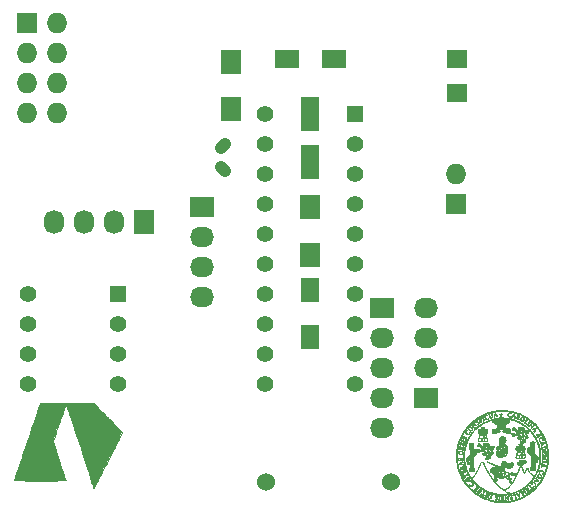
<source format=gts>
G04 #@! TF.FileFunction,Soldermask,Top*
%FSLAX46Y46*%
G04 Gerber Fmt 4.6, Leading zero omitted, Abs format (unit mm)*
G04 Created by KiCad (PCBNEW (after 2015-mar-04 BZR unknown)-product) date 22/04/2015 13:56:25*
%MOMM*%
G01*
G04 APERTURE LIST*
%ADD10C,0.100000*%
%ADD11C,1.524000*%
%ADD12R,1.501140X2.999740*%
%ADD13R,2.000000X1.600000*%
%ADD14R,1.600000X2.000000*%
%ADD15R,1.800860X1.597660*%
%ADD16R,1.727200X1.727200*%
%ADD17O,1.727200X1.727200*%
%ADD18R,2.032000X1.727200*%
%ADD19O,2.032000X1.727200*%
%ADD20R,1.700000X2.000000*%
%ADD21R,1.727200X2.032000*%
%ADD22O,1.727200X2.032000*%
%ADD23R,1.397000X1.397000*%
%ADD24C,1.397000*%
%ADD25C,1.000760*%
G04 APERTURE END LIST*
D10*
G36*
X113125993Y-88326822D02*
X112851934Y-88867411D01*
X112769438Y-89029776D01*
X112689599Y-89186248D01*
X112616924Y-89328047D01*
X112555919Y-89446391D01*
X112511089Y-89532499D01*
X112496320Y-89560400D01*
X112467501Y-89615442D01*
X112418594Y-89710233D01*
X112352449Y-89839192D01*
X112271915Y-89996740D01*
X112229900Y-90079134D01*
X112229900Y-87553800D01*
X112217200Y-87541100D01*
X112204500Y-87553800D01*
X112217200Y-87566500D01*
X112229900Y-87553800D01*
X112229900Y-90079134D01*
X112179843Y-90177299D01*
X112153700Y-90228667D01*
X112153700Y-87350600D01*
X112141000Y-87337900D01*
X112128300Y-87350600D01*
X112141000Y-87363300D01*
X112153700Y-87350600D01*
X112153700Y-90228667D01*
X112079081Y-90375288D01*
X111972481Y-90585130D01*
X111912483Y-90703400D01*
X111803877Y-90917381D01*
X111699529Y-91122574D01*
X111602291Y-91313399D01*
X111515014Y-91484276D01*
X111440551Y-91629627D01*
X111381752Y-91743872D01*
X111341471Y-91821432D01*
X111328259Y-91846400D01*
X111290202Y-91918633D01*
X111234773Y-92025758D01*
X111167367Y-92157255D01*
X111093379Y-92302604D01*
X111025350Y-92437100D01*
X110927919Y-92629707D01*
X110850491Y-92780919D01*
X110790645Y-92894925D01*
X110745959Y-92975912D01*
X110731300Y-92999842D01*
X110731300Y-85979000D01*
X110718600Y-85966300D01*
X110705900Y-85979000D01*
X110718600Y-85991700D01*
X110731300Y-85979000D01*
X110731300Y-92999842D01*
X110714010Y-93028069D01*
X110692378Y-93055583D01*
X110680500Y-93061685D01*
X110680500Y-85953600D01*
X110667800Y-85940900D01*
X110655100Y-85953600D01*
X110667800Y-85966300D01*
X110680500Y-85953600D01*
X110680500Y-93061685D01*
X110678639Y-93062642D01*
X110670373Y-93053434D01*
X110669805Y-93051923D01*
X110658649Y-93017981D01*
X110634513Y-92942862D01*
X110599713Y-92833833D01*
X110556566Y-92698161D01*
X110507388Y-92543111D01*
X110475791Y-92443300D01*
X110263951Y-91776706D01*
X110040729Y-91079990D01*
X109811621Y-90370145D01*
X109582125Y-89664166D01*
X109357739Y-88979047D01*
X109218603Y-88557100D01*
X109129167Y-88286491D01*
X109036914Y-88007042D01*
X108944577Y-87727054D01*
X108854890Y-87454825D01*
X108770585Y-87198655D01*
X108694396Y-86966845D01*
X108629055Y-86767692D01*
X108582914Y-86626700D01*
X108525014Y-86450703D01*
X108471516Y-86290451D01*
X108424614Y-86152321D01*
X108386497Y-86042691D01*
X108359358Y-85967941D01*
X108345389Y-85934449D01*
X108344746Y-85933552D01*
X108330546Y-85948533D01*
X108304608Y-86003708D01*
X108270379Y-86090793D01*
X108231305Y-86201503D01*
X108223244Y-86225652D01*
X108180312Y-86353795D01*
X108125464Y-86514974D01*
X108063796Y-86694358D01*
X108000401Y-86877117D01*
X107950245Y-87020400D01*
X107887465Y-87199375D01*
X107820348Y-87391604D01*
X107754536Y-87580865D01*
X107695672Y-87750940D01*
X107658639Y-87858600D01*
X107606199Y-88011052D01*
X107543363Y-88192765D01*
X107476604Y-88385080D01*
X107412391Y-88569338D01*
X107385579Y-88646000D01*
X107234345Y-89077800D01*
X107775860Y-90716100D01*
X107867356Y-90993346D01*
X107954005Y-91256754D01*
X108034504Y-91502307D01*
X108107549Y-91725987D01*
X108171836Y-91923777D01*
X108226063Y-92091661D01*
X108268925Y-92225623D01*
X108299119Y-92321644D01*
X108315342Y-92375709D01*
X108317838Y-92386150D01*
X108308458Y-92391931D01*
X108278364Y-92397014D01*
X108224888Y-92401435D01*
X108145365Y-92405234D01*
X108037128Y-92408451D01*
X107897510Y-92411122D01*
X107723846Y-92413288D01*
X107513468Y-92414987D01*
X107263711Y-92416258D01*
X106971909Y-92417139D01*
X106635394Y-92417670D01*
X106251501Y-92417889D01*
X106133900Y-92417900D01*
X105700168Y-92417606D01*
X105313193Y-92416730D01*
X104973452Y-92415276D01*
X104681428Y-92413251D01*
X104437601Y-92410659D01*
X104242450Y-92407507D01*
X104096456Y-92403799D01*
X104000099Y-92399542D01*
X103953860Y-92394741D01*
X103949500Y-92392592D01*
X103957718Y-92362069D01*
X103981403Y-92287885D01*
X104019103Y-92174280D01*
X104069363Y-92025492D01*
X104130730Y-91845760D01*
X104201750Y-91639323D01*
X104280971Y-91410420D01*
X104366937Y-91163290D01*
X104458197Y-90902171D01*
X104553296Y-90631302D01*
X104559210Y-90614500D01*
X104608800Y-90471692D01*
X104670218Y-90291779D01*
X104739687Y-90086000D01*
X104813434Y-89865593D01*
X104887681Y-89641799D01*
X104958655Y-89425856D01*
X104964489Y-89408000D01*
X105071660Y-89079908D01*
X105180825Y-88745928D01*
X105290287Y-88411239D01*
X105398349Y-88081018D01*
X105503316Y-87760444D01*
X105603489Y-87454694D01*
X105697173Y-87168947D01*
X105782670Y-86908380D01*
X105858284Y-86678171D01*
X105922318Y-86483499D01*
X105973075Y-86329542D01*
X105991632Y-86273415D01*
X106046033Y-86113870D01*
X106089161Y-85998878D01*
X106122966Y-85923947D01*
X106149400Y-85884580D01*
X106164222Y-85875822D01*
X106195525Y-85874810D01*
X106273912Y-85873671D01*
X106395667Y-85872427D01*
X106557073Y-85871104D01*
X106754415Y-85869722D01*
X106983977Y-85868306D01*
X107242043Y-85866879D01*
X107524897Y-85865463D01*
X107828822Y-85864082D01*
X108150103Y-85862758D01*
X108445437Y-85861655D01*
X110683630Y-85853697D01*
X111272615Y-86447924D01*
X111413681Y-86591043D01*
X111542248Y-86723020D01*
X111654174Y-86839480D01*
X111745316Y-86936050D01*
X111811529Y-87008355D01*
X111848672Y-87052021D01*
X111855249Y-87063025D01*
X111865311Y-87078412D01*
X111869432Y-87077550D01*
X111895039Y-87091748D01*
X111946403Y-87135103D01*
X112014519Y-87199730D01*
X112050819Y-87236300D01*
X112114507Y-87301405D01*
X112206700Y-87395292D01*
X112320176Y-87510624D01*
X112447717Y-87640068D01*
X112582101Y-87776287D01*
X112668832Y-87864111D01*
X113125993Y-88326822D01*
X113125993Y-88326822D01*
X113125993Y-88326822D01*
G37*
X113125993Y-88326822D02*
X112851934Y-88867411D01*
X112769438Y-89029776D01*
X112689599Y-89186248D01*
X112616924Y-89328047D01*
X112555919Y-89446391D01*
X112511089Y-89532499D01*
X112496320Y-89560400D01*
X112467501Y-89615442D01*
X112418594Y-89710233D01*
X112352449Y-89839192D01*
X112271915Y-89996740D01*
X112229900Y-90079134D01*
X112229900Y-87553800D01*
X112217200Y-87541100D01*
X112204500Y-87553800D01*
X112217200Y-87566500D01*
X112229900Y-87553800D01*
X112229900Y-90079134D01*
X112179843Y-90177299D01*
X112153700Y-90228667D01*
X112153700Y-87350600D01*
X112141000Y-87337900D01*
X112128300Y-87350600D01*
X112141000Y-87363300D01*
X112153700Y-87350600D01*
X112153700Y-90228667D01*
X112079081Y-90375288D01*
X111972481Y-90585130D01*
X111912483Y-90703400D01*
X111803877Y-90917381D01*
X111699529Y-91122574D01*
X111602291Y-91313399D01*
X111515014Y-91484276D01*
X111440551Y-91629627D01*
X111381752Y-91743872D01*
X111341471Y-91821432D01*
X111328259Y-91846400D01*
X111290202Y-91918633D01*
X111234773Y-92025758D01*
X111167367Y-92157255D01*
X111093379Y-92302604D01*
X111025350Y-92437100D01*
X110927919Y-92629707D01*
X110850491Y-92780919D01*
X110790645Y-92894925D01*
X110745959Y-92975912D01*
X110731300Y-92999842D01*
X110731300Y-85979000D01*
X110718600Y-85966300D01*
X110705900Y-85979000D01*
X110718600Y-85991700D01*
X110731300Y-85979000D01*
X110731300Y-92999842D01*
X110714010Y-93028069D01*
X110692378Y-93055583D01*
X110680500Y-93061685D01*
X110680500Y-85953600D01*
X110667800Y-85940900D01*
X110655100Y-85953600D01*
X110667800Y-85966300D01*
X110680500Y-85953600D01*
X110680500Y-93061685D01*
X110678639Y-93062642D01*
X110670373Y-93053434D01*
X110669805Y-93051923D01*
X110658649Y-93017981D01*
X110634513Y-92942862D01*
X110599713Y-92833833D01*
X110556566Y-92698161D01*
X110507388Y-92543111D01*
X110475791Y-92443300D01*
X110263951Y-91776706D01*
X110040729Y-91079990D01*
X109811621Y-90370145D01*
X109582125Y-89664166D01*
X109357739Y-88979047D01*
X109218603Y-88557100D01*
X109129167Y-88286491D01*
X109036914Y-88007042D01*
X108944577Y-87727054D01*
X108854890Y-87454825D01*
X108770585Y-87198655D01*
X108694396Y-86966845D01*
X108629055Y-86767692D01*
X108582914Y-86626700D01*
X108525014Y-86450703D01*
X108471516Y-86290451D01*
X108424614Y-86152321D01*
X108386497Y-86042691D01*
X108359358Y-85967941D01*
X108345389Y-85934449D01*
X108344746Y-85933552D01*
X108330546Y-85948533D01*
X108304608Y-86003708D01*
X108270379Y-86090793D01*
X108231305Y-86201503D01*
X108223244Y-86225652D01*
X108180312Y-86353795D01*
X108125464Y-86514974D01*
X108063796Y-86694358D01*
X108000401Y-86877117D01*
X107950245Y-87020400D01*
X107887465Y-87199375D01*
X107820348Y-87391604D01*
X107754536Y-87580865D01*
X107695672Y-87750940D01*
X107658639Y-87858600D01*
X107606199Y-88011052D01*
X107543363Y-88192765D01*
X107476604Y-88385080D01*
X107412391Y-88569338D01*
X107385579Y-88646000D01*
X107234345Y-89077800D01*
X107775860Y-90716100D01*
X107867356Y-90993346D01*
X107954005Y-91256754D01*
X108034504Y-91502307D01*
X108107549Y-91725987D01*
X108171836Y-91923777D01*
X108226063Y-92091661D01*
X108268925Y-92225623D01*
X108299119Y-92321644D01*
X108315342Y-92375709D01*
X108317838Y-92386150D01*
X108308458Y-92391931D01*
X108278364Y-92397014D01*
X108224888Y-92401435D01*
X108145365Y-92405234D01*
X108037128Y-92408451D01*
X107897510Y-92411122D01*
X107723846Y-92413288D01*
X107513468Y-92414987D01*
X107263711Y-92416258D01*
X106971909Y-92417139D01*
X106635394Y-92417670D01*
X106251501Y-92417889D01*
X106133900Y-92417900D01*
X105700168Y-92417606D01*
X105313193Y-92416730D01*
X104973452Y-92415276D01*
X104681428Y-92413251D01*
X104437601Y-92410659D01*
X104242450Y-92407507D01*
X104096456Y-92403799D01*
X104000099Y-92399542D01*
X103953860Y-92394741D01*
X103949500Y-92392592D01*
X103957718Y-92362069D01*
X103981403Y-92287885D01*
X104019103Y-92174280D01*
X104069363Y-92025492D01*
X104130730Y-91845760D01*
X104201750Y-91639323D01*
X104280971Y-91410420D01*
X104366937Y-91163290D01*
X104458197Y-90902171D01*
X104553296Y-90631302D01*
X104559210Y-90614500D01*
X104608800Y-90471692D01*
X104670218Y-90291779D01*
X104739687Y-90086000D01*
X104813434Y-89865593D01*
X104887681Y-89641799D01*
X104958655Y-89425856D01*
X104964489Y-89408000D01*
X105071660Y-89079908D01*
X105180825Y-88745928D01*
X105290287Y-88411239D01*
X105398349Y-88081018D01*
X105503316Y-87760444D01*
X105603489Y-87454694D01*
X105697173Y-87168947D01*
X105782670Y-86908380D01*
X105858284Y-86678171D01*
X105922318Y-86483499D01*
X105973075Y-86329542D01*
X105991632Y-86273415D01*
X106046033Y-86113870D01*
X106089161Y-85998878D01*
X106122966Y-85923947D01*
X106149400Y-85884580D01*
X106164222Y-85875822D01*
X106195525Y-85874810D01*
X106273912Y-85873671D01*
X106395667Y-85872427D01*
X106557073Y-85871104D01*
X106754415Y-85869722D01*
X106983977Y-85868306D01*
X107242043Y-85866879D01*
X107524897Y-85865463D01*
X107828822Y-85864082D01*
X108150103Y-85862758D01*
X108445437Y-85861655D01*
X110683630Y-85853697D01*
X111272615Y-86447924D01*
X111413681Y-86591043D01*
X111542248Y-86723020D01*
X111654174Y-86839480D01*
X111745316Y-86936050D01*
X111811529Y-87008355D01*
X111848672Y-87052021D01*
X111855249Y-87063025D01*
X111865311Y-87078412D01*
X111869432Y-87077550D01*
X111895039Y-87091748D01*
X111946403Y-87135103D01*
X112014519Y-87199730D01*
X112050819Y-87236300D01*
X112114507Y-87301405D01*
X112206700Y-87395292D01*
X112320176Y-87510624D01*
X112447717Y-87640068D01*
X112582101Y-87776287D01*
X112668832Y-87864111D01*
X113125993Y-88326822D01*
X113125993Y-88326822D01*
G36*
X149172246Y-90343823D02*
X149172172Y-90402288D01*
X149171669Y-90458689D01*
X149170730Y-90511281D01*
X149169347Y-90558319D01*
X149167512Y-90598058D01*
X149166644Y-90611601D01*
X149150937Y-90785554D01*
X149128868Y-90955012D01*
X149100593Y-91119145D01*
X149099822Y-91122693D01*
X149099822Y-90358163D01*
X149099258Y-90295260D01*
X149098115Y-90232506D01*
X149096419Y-90171899D01*
X149094199Y-90115436D01*
X149091480Y-90065115D01*
X149088291Y-90022934D01*
X149088267Y-90022680D01*
X149084635Y-89986438D01*
X149079886Y-89944365D01*
X149074261Y-89898168D01*
X149067996Y-89849557D01*
X149061329Y-89800239D01*
X149054499Y-89751923D01*
X149047743Y-89706318D01*
X149041299Y-89665131D01*
X149035405Y-89630071D01*
X149030299Y-89602847D01*
X149028846Y-89595960D01*
X149015840Y-89536964D01*
X149004727Y-89487212D01*
X148995343Y-89445998D01*
X148987523Y-89412615D01*
X148981104Y-89386358D01*
X148975921Y-89366521D01*
X148973274Y-89357200D01*
X148943720Y-89259313D01*
X148915436Y-89169840D01*
X148887818Y-89087207D01*
X148860261Y-89009843D01*
X148832162Y-88936173D01*
X148802916Y-88864626D01*
X148771919Y-88793629D01*
X148738568Y-88721609D01*
X148702257Y-88646994D01*
X148694422Y-88631292D01*
X148606342Y-88466361D01*
X148508857Y-88304268D01*
X148402517Y-88145827D01*
X148287873Y-87991853D01*
X148165475Y-87843158D01*
X148145726Y-87820500D01*
X148129993Y-87803206D01*
X148108123Y-87780052D01*
X148081297Y-87752220D01*
X148050699Y-87720895D01*
X148017512Y-87687261D01*
X147982918Y-87652502D01*
X147948100Y-87617801D01*
X147914242Y-87584343D01*
X147882525Y-87553311D01*
X147854134Y-87525890D01*
X147830250Y-87503263D01*
X147812760Y-87487238D01*
X147763388Y-87444360D01*
X147709347Y-87399342D01*
X147652429Y-87353563D01*
X147594423Y-87308401D01*
X147537120Y-87265236D01*
X147482312Y-87225447D01*
X147431788Y-87190412D01*
X147400765Y-87169989D01*
X147376996Y-87154756D01*
X147348770Y-87136663D01*
X147320182Y-87118337D01*
X147302220Y-87106820D01*
X147261122Y-87080714D01*
X147223369Y-87057344D01*
X147187390Y-87035852D01*
X147151616Y-87015381D01*
X147114476Y-86995072D01*
X147074399Y-86974068D01*
X147029817Y-86951510D01*
X146979159Y-86926541D01*
X146920854Y-86898303D01*
X146918680Y-86897256D01*
X146840642Y-86861002D01*
X146758437Y-86825195D01*
X146674758Y-86790913D01*
X146592295Y-86759235D01*
X146513739Y-86731239D01*
X146461480Y-86714084D01*
X146408514Y-86697524D01*
X146363181Y-86683609D01*
X146323478Y-86671762D01*
X146287402Y-86661406D01*
X146252950Y-86651965D01*
X146218120Y-86642861D01*
X146187160Y-86635066D01*
X146144713Y-86624674D01*
X146106685Y-86615750D01*
X146071125Y-86607923D01*
X146036082Y-86600822D01*
X145999607Y-86594079D01*
X145959747Y-86587322D01*
X145914554Y-86580182D01*
X145862077Y-86572288D01*
X145836640Y-86568548D01*
X145679690Y-86548466D01*
X145526619Y-86534886D01*
X145375378Y-86527790D01*
X145223916Y-86527157D01*
X145070183Y-86532968D01*
X144912131Y-86545203D01*
X144790160Y-86558506D01*
X144600330Y-86586705D01*
X144411597Y-86624993D01*
X144224036Y-86673346D01*
X144037724Y-86731745D01*
X143852737Y-86800168D01*
X143723360Y-86854331D01*
X143683427Y-86872496D01*
X143637645Y-86894395D01*
X143587825Y-86919080D01*
X143535778Y-86945599D01*
X143483314Y-86973003D01*
X143432246Y-87000341D01*
X143384385Y-87026665D01*
X143341541Y-87051023D01*
X143305526Y-87072467D01*
X143295147Y-87078932D01*
X143228938Y-87121050D01*
X143170071Y-87159160D01*
X143117079Y-87194322D01*
X143068500Y-87227596D01*
X143022868Y-87260043D01*
X142978719Y-87292722D01*
X142934587Y-87326693D01*
X142889009Y-87363016D01*
X142840520Y-87402752D01*
X142793720Y-87441855D01*
X142764146Y-87467330D01*
X142729391Y-87498249D01*
X142691403Y-87532820D01*
X142652128Y-87569247D01*
X142613515Y-87605738D01*
X142577512Y-87640499D01*
X142570091Y-87647780D01*
X142554120Y-87663976D01*
X142533105Y-87685977D01*
X142508722Y-87711963D01*
X142482645Y-87740116D01*
X142456548Y-87768617D01*
X142432105Y-87795649D01*
X142410992Y-87819392D01*
X142394883Y-87838029D01*
X142394746Y-87838192D01*
X142376098Y-87860321D01*
X142361979Y-87877058D01*
X142350375Y-87890784D01*
X142339271Y-87903879D01*
X142326652Y-87918723D01*
X142312968Y-87934800D01*
X142286857Y-87965854D01*
X142264909Y-87992964D01*
X142244373Y-88019632D01*
X142222499Y-88049360D01*
X142217207Y-88056695D01*
X142203970Y-88074790D01*
X142191972Y-88090655D01*
X142183124Y-88101782D01*
X142180810Y-88104436D01*
X142175256Y-88111613D01*
X142165067Y-88125940D01*
X142151156Y-88146055D01*
X142134435Y-88170597D01*
X142115818Y-88198204D01*
X142096216Y-88227513D01*
X142076542Y-88257164D01*
X142057710Y-88285795D01*
X142040631Y-88312043D01*
X142026218Y-88334547D01*
X142020439Y-88343740D01*
X141987274Y-88398677D01*
X141951982Y-88460260D01*
X141916125Y-88525668D01*
X141881264Y-88592078D01*
X141863567Y-88627038D01*
X141848537Y-88657125D01*
X141834507Y-88685179D01*
X141822302Y-88709550D01*
X141812749Y-88728588D01*
X141806676Y-88740641D01*
X141805721Y-88742520D01*
X141800336Y-88753898D01*
X141792116Y-88772254D01*
X141782123Y-88795181D01*
X141771415Y-88820271D01*
X141769928Y-88823800D01*
X141732125Y-88915237D01*
X141698773Y-88999535D01*
X141669298Y-89078382D01*
X141643124Y-89153467D01*
X141619676Y-89226478D01*
X141598378Y-89299106D01*
X141578656Y-89373039D01*
X141567476Y-89418160D01*
X141535895Y-89557227D01*
X141509845Y-89690527D01*
X141488985Y-89820584D01*
X141472975Y-89949922D01*
X141461475Y-90081066D01*
X141454142Y-90216539D01*
X141452325Y-90271600D01*
X141451414Y-90356808D01*
X141453040Y-90447963D01*
X141457031Y-90542773D01*
X141463214Y-90638944D01*
X141471418Y-90734185D01*
X141481471Y-90826201D01*
X141493201Y-90912701D01*
X141506252Y-90990420D01*
X141525272Y-91088933D01*
X141543769Y-91178610D01*
X141562072Y-91260741D01*
X141580511Y-91336612D01*
X141599413Y-91407513D01*
X141619109Y-91474731D01*
X141639928Y-91539556D01*
X141662199Y-91603276D01*
X141664258Y-91608924D01*
X141673089Y-91633309D01*
X141681330Y-91656483D01*
X141687916Y-91675430D01*
X141691152Y-91685124D01*
X141694201Y-91694108D01*
X141698433Y-91705558D01*
X141704243Y-91720438D01*
X141712024Y-91739712D01*
X141722170Y-91764343D01*
X141735076Y-91795293D01*
X141751135Y-91833528D01*
X141770742Y-91880009D01*
X141773712Y-91887040D01*
X141794051Y-91933279D01*
X141818201Y-91985027D01*
X141845206Y-92040454D01*
X141874111Y-92097727D01*
X141903958Y-92155016D01*
X141933793Y-92210491D01*
X141962660Y-92262320D01*
X141989604Y-92308672D01*
X142013668Y-92347716D01*
X142016340Y-92351860D01*
X142064288Y-92425214D01*
X142107922Y-92490726D01*
X142147948Y-92549385D01*
X142185072Y-92602181D01*
X142219998Y-92650107D01*
X142253432Y-92694151D01*
X142286080Y-92735305D01*
X142310878Y-92765351D01*
X142328642Y-92786680D01*
X142346846Y-92808816D01*
X142362744Y-92828408D01*
X142369540Y-92836922D01*
X142387439Y-92858436D01*
X142411513Y-92885683D01*
X142440553Y-92917418D01*
X142473350Y-92952395D01*
X142508699Y-92989365D01*
X142545390Y-93027082D01*
X142582215Y-93064300D01*
X142617968Y-93099771D01*
X142651440Y-93132249D01*
X142681423Y-93160488D01*
X142694915Y-93172795D01*
X142782611Y-93250018D01*
X142866968Y-93320701D01*
X142950369Y-93386699D01*
X143035201Y-93449865D01*
X143123848Y-93512053D01*
X143178459Y-93548742D01*
X143209177Y-93568961D01*
X143238630Y-93588129D01*
X143265268Y-93605256D01*
X143287544Y-93619349D01*
X143303908Y-93629419D01*
X143310539Y-93633280D01*
X143323422Y-93640447D01*
X143343253Y-93651524D01*
X143368122Y-93665442D01*
X143396119Y-93681133D01*
X143425335Y-93697528D01*
X143426180Y-93698002D01*
X143463911Y-93718689D01*
X143507495Y-93741754D01*
X143554445Y-93765947D01*
X143602278Y-93790015D01*
X143648508Y-93812707D01*
X143690650Y-93832771D01*
X143723360Y-93847693D01*
X143787866Y-93875295D01*
X143857883Y-93903535D01*
X143931305Y-93931664D01*
X144006028Y-93958930D01*
X144079947Y-93984584D01*
X144150956Y-94007873D01*
X144216950Y-94028048D01*
X144272000Y-94043363D01*
X144296280Y-94049538D01*
X144326201Y-94056878D01*
X144360023Y-94064983D01*
X144396004Y-94073451D01*
X144432404Y-94081883D01*
X144467481Y-94089878D01*
X144499494Y-94097035D01*
X144526703Y-94102955D01*
X144547367Y-94107237D01*
X144559020Y-94109374D01*
X144572678Y-94111590D01*
X144593630Y-94115141D01*
X144619173Y-94119562D01*
X144646602Y-94124390D01*
X144650460Y-94125075D01*
X144709535Y-94134649D01*
X144776758Y-94143892D01*
X144850114Y-94152588D01*
X144927591Y-94160518D01*
X145007176Y-94167468D01*
X145086856Y-94173220D01*
X145112740Y-94174814D01*
X145133370Y-94175614D01*
X145162194Y-94176157D01*
X145197247Y-94176453D01*
X145236566Y-94176513D01*
X145278188Y-94176351D01*
X145320150Y-94175976D01*
X145360487Y-94175402D01*
X145397237Y-94174639D01*
X145428436Y-94173699D01*
X145448020Y-94172830D01*
X145523222Y-94168092D01*
X145599695Y-94162071D01*
X145675554Y-94154973D01*
X145748914Y-94147004D01*
X145817888Y-94138370D01*
X145880591Y-94129276D01*
X145935138Y-94119929D01*
X145938240Y-94119340D01*
X146039311Y-94099403D01*
X146132038Y-94079709D01*
X146218207Y-94059723D01*
X146299606Y-94038914D01*
X146378018Y-94016748D01*
X146455233Y-93992691D01*
X146533034Y-93966210D01*
X146613210Y-93936772D01*
X146697545Y-93903843D01*
X146787827Y-93866891D01*
X146797774Y-93862735D01*
X146924449Y-93806011D01*
X147053613Y-93741082D01*
X147183598Y-93669013D01*
X147312736Y-93590869D01*
X147439361Y-93507717D01*
X147561805Y-93420622D01*
X147678402Y-93330650D01*
X147787485Y-93238866D01*
X147821919Y-93208024D01*
X147844124Y-93187459D01*
X147871467Y-93161589D01*
X147902422Y-93131908D01*
X147935462Y-93099908D01*
X147969059Y-93067083D01*
X148001687Y-93034926D01*
X148031819Y-93004931D01*
X148057928Y-92978591D01*
X148078486Y-92957399D01*
X148082000Y-92953695D01*
X148115719Y-92916951D01*
X148153372Y-92874184D01*
X148193359Y-92827340D01*
X148234081Y-92778361D01*
X148273940Y-92729193D01*
X148311338Y-92681778D01*
X148344675Y-92638060D01*
X148369014Y-92604711D01*
X148397135Y-92564512D01*
X148427267Y-92520410D01*
X148458317Y-92474080D01*
X148489195Y-92427198D01*
X148518809Y-92381438D01*
X148546068Y-92338476D01*
X148569880Y-92299987D01*
X148589155Y-92267646D01*
X148593306Y-92260420D01*
X148610476Y-92229759D01*
X148629545Y-92194897D01*
X148649745Y-92157315D01*
X148670308Y-92118492D01*
X148690464Y-92079907D01*
X148709447Y-92043040D01*
X148726487Y-92009371D01*
X148740816Y-91980378D01*
X148751666Y-91957543D01*
X148757595Y-91944039D01*
X148765282Y-91925422D01*
X148775203Y-91901861D01*
X148785516Y-91877718D01*
X148788071Y-91871800D01*
X148802188Y-91838281D01*
X148819482Y-91795595D01*
X148840008Y-91743602D01*
X148863823Y-91682164D01*
X148865133Y-91678760D01*
X148898629Y-91586657D01*
X148931079Y-91487800D01*
X148961477Y-91385595D01*
X148988816Y-91283447D01*
X149012089Y-91184762D01*
X149014563Y-91173300D01*
X149038292Y-91054376D01*
X149057785Y-90938791D01*
X149073480Y-90823296D01*
X149085815Y-90704645D01*
X149095228Y-90579589D01*
X149095739Y-90571320D01*
X149097765Y-90527794D01*
X149099103Y-90476428D01*
X149099780Y-90419218D01*
X149099822Y-90358163D01*
X149099822Y-91122693D01*
X149066269Y-91277123D01*
X149026056Y-91428114D01*
X148990331Y-91541600D01*
X148973101Y-91591904D01*
X148955270Y-91642710D01*
X148937398Y-91692499D01*
X148920047Y-91739757D01*
X148903778Y-91782967D01*
X148889152Y-91820613D01*
X148876731Y-91851179D01*
X148869651Y-91867545D01*
X148864637Y-91879020D01*
X148856840Y-91897242D01*
X148847383Y-91919578D01*
X148838646Y-91940380D01*
X148831457Y-91956554D01*
X148820802Y-91979181D01*
X148807333Y-92006981D01*
X148791705Y-92038672D01*
X148774571Y-92072975D01*
X148756583Y-92108608D01*
X148738396Y-92144290D01*
X148720662Y-92178742D01*
X148704035Y-92210681D01*
X148689168Y-92238827D01*
X148676715Y-92261900D01*
X148667328Y-92278618D01*
X148661661Y-92287702D01*
X148661144Y-92288360D01*
X148654979Y-92297442D01*
X148647056Y-92311347D01*
X148643902Y-92317425D01*
X148636250Y-92331329D01*
X148623986Y-92352057D01*
X148608140Y-92377986D01*
X148589741Y-92407492D01*
X148569822Y-92438949D01*
X148549411Y-92470733D01*
X148529540Y-92501221D01*
X148511238Y-92528788D01*
X148495536Y-92551809D01*
X148492250Y-92556505D01*
X148461978Y-92599444D01*
X148436528Y-92635400D01*
X148414886Y-92665703D01*
X148396036Y-92691686D01*
X148378964Y-92714682D01*
X148362656Y-92736022D01*
X148346097Y-92757038D01*
X148328272Y-92779063D01*
X148308166Y-92803429D01*
X148284766Y-92831468D01*
X148263580Y-92856738D01*
X148187094Y-92945537D01*
X148111983Y-93027771D01*
X148035643Y-93106226D01*
X147976240Y-93164048D01*
X147950892Y-93187939D01*
X147922998Y-93213806D01*
X147893584Y-93240736D01*
X147863677Y-93267820D01*
X147834301Y-93294146D01*
X147806484Y-93318804D01*
X147781251Y-93340884D01*
X147759628Y-93359473D01*
X147742641Y-93373662D01*
X147731315Y-93382539D01*
X147727161Y-93385162D01*
X147720794Y-93389120D01*
X147708735Y-93397950D01*
X147693126Y-93410057D01*
X147685760Y-93415952D01*
X147653915Y-93441188D01*
X147618519Y-93468429D01*
X147582959Y-93495111D01*
X147550623Y-93518670D01*
X147540980Y-93525504D01*
X147521308Y-93539113D01*
X147496438Y-93556011D01*
X147467945Y-93575157D01*
X147437408Y-93595509D01*
X147406403Y-93616025D01*
X147376510Y-93635665D01*
X147349304Y-93653386D01*
X147326364Y-93668146D01*
X147309267Y-93678905D01*
X147302220Y-93683151D01*
X147222910Y-93728783D01*
X147150582Y-93769455D01*
X147083779Y-93805868D01*
X147021045Y-93838720D01*
X146960922Y-93868711D01*
X146901954Y-93896540D01*
X146842684Y-93922906D01*
X146781656Y-93948509D01*
X146717413Y-93974049D01*
X146648498Y-94000223D01*
X146618960Y-94011152D01*
X146546660Y-94037210D01*
X146478746Y-94060510D01*
X146413558Y-94081489D01*
X146349437Y-94100586D01*
X146284723Y-94118236D01*
X146217756Y-94134879D01*
X146146878Y-94150952D01*
X146070427Y-94166892D01*
X145986746Y-94183137D01*
X145920020Y-94195461D01*
X145889009Y-94200561D01*
X145849720Y-94206189D01*
X145804008Y-94212130D01*
X145753728Y-94218170D01*
X145700735Y-94224094D01*
X145646884Y-94229687D01*
X145594031Y-94234736D01*
X145544029Y-94239024D01*
X145542000Y-94239186D01*
X145518651Y-94240631D01*
X145486915Y-94241998D01*
X145448563Y-94243258D01*
X145405366Y-94244385D01*
X145359095Y-94245350D01*
X145311524Y-94246127D01*
X145264423Y-94246689D01*
X145219565Y-94247007D01*
X145178720Y-94247055D01*
X145143661Y-94246805D01*
X145116160Y-94246229D01*
X145107660Y-94245901D01*
X144908555Y-94231837D01*
X144712499Y-94208160D01*
X144518955Y-94174764D01*
X144327386Y-94131540D01*
X144137258Y-94078385D01*
X143950374Y-94016034D01*
X143910725Y-94001449D01*
X143868741Y-93985497D01*
X143826641Y-93969060D01*
X143786645Y-93953020D01*
X143750974Y-93938261D01*
X143721847Y-93925664D01*
X143713191Y-93921737D01*
X143695118Y-93913543D01*
X143680742Y-93907314D01*
X143672404Y-93904054D01*
X143671350Y-93903800D01*
X143666223Y-93901601D01*
X143653174Y-93895381D01*
X143633350Y-93885704D01*
X143607895Y-93873132D01*
X143577953Y-93858231D01*
X143544672Y-93841563D01*
X143533291Y-93835841D01*
X143445541Y-93790599D01*
X143362882Y-93745800D01*
X143286528Y-93702134D01*
X143217694Y-93660291D01*
X143169640Y-93629120D01*
X143147678Y-93614511D01*
X143127783Y-93601492D01*
X143111980Y-93591375D01*
X143102297Y-93585471D01*
X143101587Y-93585079D01*
X143091672Y-93579014D01*
X143076520Y-93568945D01*
X143059103Y-93556856D01*
X143055867Y-93554555D01*
X143035462Y-93540105D01*
X143014052Y-93525136D01*
X142996229Y-93512857D01*
X142996039Y-93512729D01*
X142976073Y-93498513D01*
X142950004Y-93478998D01*
X142919454Y-93455484D01*
X142886046Y-93429268D01*
X142851404Y-93401652D01*
X142817150Y-93373933D01*
X142784906Y-93347411D01*
X142756295Y-93323385D01*
X142732941Y-93303154D01*
X142722600Y-93293815D01*
X142710254Y-93282533D01*
X142692179Y-93266180D01*
X142670239Y-93246435D01*
X142646299Y-93224976D01*
X142628620Y-93209185D01*
X142582255Y-93166396D01*
X142531693Y-93117177D01*
X142478652Y-93063358D01*
X142424852Y-93006766D01*
X142372012Y-92949231D01*
X142321853Y-92892582D01*
X142276093Y-92838647D01*
X142250007Y-92806520D01*
X142236659Y-92789834D01*
X142225678Y-92776288D01*
X142218600Y-92767765D01*
X142216903Y-92765880D01*
X142209309Y-92757373D01*
X142196860Y-92741500D01*
X142180318Y-92719358D01*
X142160446Y-92692046D01*
X142138006Y-92660662D01*
X142113762Y-92626304D01*
X142088475Y-92590071D01*
X142062909Y-92553062D01*
X142037826Y-92516373D01*
X142013989Y-92481105D01*
X141992160Y-92448355D01*
X141973103Y-92419222D01*
X141957579Y-92394804D01*
X141946460Y-92376388D01*
X141935981Y-92358435D01*
X141923356Y-92337120D01*
X141913922Y-92321380D01*
X141869753Y-92245103D01*
X141824698Y-92161460D01*
X141780021Y-92073009D01*
X141736987Y-91982315D01*
X141696863Y-91891937D01*
X141670533Y-91828620D01*
X141659431Y-91801193D01*
X141649346Y-91776493D01*
X141641013Y-91756306D01*
X141635168Y-91742415D01*
X141632849Y-91737180D01*
X141625724Y-91720511D01*
X141616300Y-91695484D01*
X141605040Y-91663517D01*
X141592408Y-91626028D01*
X141578868Y-91584437D01*
X141564884Y-91540161D01*
X141550919Y-91494620D01*
X141537437Y-91449231D01*
X141528205Y-91417140D01*
X141495353Y-91294295D01*
X141467321Y-91174073D01*
X141443642Y-91053900D01*
X141423846Y-90931199D01*
X141407465Y-90803394D01*
X141396046Y-90690700D01*
X141388296Y-90585113D01*
X141383536Y-90474530D01*
X141381719Y-90361073D01*
X141382799Y-90246864D01*
X141386729Y-90134022D01*
X141393463Y-90024671D01*
X141402956Y-89920931D01*
X141414840Y-89827100D01*
X141439603Y-89673672D01*
X141467792Y-89528075D01*
X141499954Y-89388393D01*
X141536639Y-89252710D01*
X141578399Y-89119112D01*
X141625781Y-88985685D01*
X141679336Y-88850512D01*
X141726928Y-88739980D01*
X141744425Y-88701791D01*
X141764783Y-88659276D01*
X141787160Y-88614036D01*
X141810719Y-88567676D01*
X141834618Y-88521799D01*
X141858018Y-88478009D01*
X141880078Y-88437907D01*
X141899959Y-88403099D01*
X141916820Y-88375186D01*
X141923287Y-88365170D01*
X141933003Y-88350250D01*
X141939997Y-88338917D01*
X141942814Y-88333534D01*
X141942820Y-88333472D01*
X141945374Y-88328420D01*
X141952178Y-88316996D01*
X141961939Y-88301346D01*
X141965680Y-88295479D01*
X141976149Y-88278888D01*
X141984096Y-88265801D01*
X141988231Y-88258362D01*
X141988539Y-88257502D01*
X141991492Y-88250927D01*
X141999902Y-88237188D01*
X142013096Y-88217224D01*
X142030401Y-88191976D01*
X142051147Y-88162381D01*
X142074659Y-88129380D01*
X142100265Y-88093912D01*
X142127294Y-88056916D01*
X142155072Y-88019330D01*
X142182927Y-87982095D01*
X142210186Y-87946150D01*
X142228774Y-87921974D01*
X142248719Y-87896923D01*
X142273979Y-87866312D01*
X142302943Y-87832014D01*
X142333999Y-87795904D01*
X142365537Y-87759854D01*
X142395944Y-87725738D01*
X142423453Y-87695599D01*
X142440848Y-87677271D01*
X142462933Y-87654683D01*
X142488673Y-87628829D01*
X142517038Y-87600709D01*
X142546994Y-87571319D01*
X142577508Y-87541656D01*
X142607547Y-87512718D01*
X142636079Y-87485501D01*
X142662072Y-87461003D01*
X142684491Y-87440222D01*
X142702306Y-87424154D01*
X142714482Y-87413797D01*
X142718064Y-87411117D01*
X142727052Y-87404343D01*
X142740858Y-87393114D01*
X142756691Y-87379708D01*
X142758704Y-87377966D01*
X142822593Y-87324329D01*
X142894978Y-87266874D01*
X142975177Y-87206138D01*
X143014700Y-87177103D01*
X143032267Y-87164627D01*
X143055075Y-87148900D01*
X143081815Y-87130778D01*
X143111178Y-87111121D01*
X143141856Y-87090786D01*
X143172539Y-87070631D01*
X143201919Y-87051515D01*
X143228687Y-87034294D01*
X143251535Y-87019828D01*
X143269154Y-87008973D01*
X143280234Y-87002589D01*
X143282669Y-87001429D01*
X143289433Y-86998041D01*
X143303487Y-86990443D01*
X143323306Y-86979479D01*
X143347367Y-86965991D01*
X143374146Y-86950823D01*
X143374912Y-86950387D01*
X143414872Y-86928158D01*
X143459137Y-86904447D01*
X143506376Y-86879896D01*
X143555256Y-86855148D01*
X143604446Y-86830845D01*
X143652615Y-86807629D01*
X143698432Y-86786143D01*
X143740565Y-86767028D01*
X143777682Y-86750929D01*
X143808453Y-86738485D01*
X143830040Y-86730811D01*
X143844485Y-86725806D01*
X143864490Y-86718318D01*
X143886241Y-86709784D01*
X143891000Y-86707861D01*
X143909109Y-86700898D01*
X143934806Y-86691570D01*
X143966373Y-86680453D01*
X144002090Y-86668124D01*
X144040238Y-86655160D01*
X144079098Y-86642135D01*
X144116951Y-86629627D01*
X144152078Y-86618211D01*
X144182760Y-86608465D01*
X144207278Y-86600963D01*
X144223740Y-86596327D01*
X144244611Y-86590948D01*
X144270478Y-86584202D01*
X144296521Y-86577349D01*
X144302480Y-86575770D01*
X144359295Y-86561659D01*
X144423951Y-86547275D01*
X144494154Y-86533024D01*
X144567608Y-86519316D01*
X144642017Y-86506559D01*
X144715085Y-86495161D01*
X144784518Y-86485532D01*
X144848020Y-86478078D01*
X144856200Y-86477243D01*
X144986739Y-86465669D01*
X145110275Y-86457967D01*
X145229210Y-86454170D01*
X145345946Y-86454309D01*
X145462885Y-86458417D01*
X145582430Y-86466523D01*
X145706982Y-86478662D01*
X145799629Y-86489726D01*
X145948486Y-86512255D01*
X146100521Y-86542067D01*
X146253864Y-86578609D01*
X146406647Y-86621327D01*
X146557002Y-86669667D01*
X146703058Y-86723077D01*
X146842947Y-86781002D01*
X146949160Y-86830220D01*
X146990806Y-86850794D01*
X147034953Y-86873066D01*
X147079566Y-86895976D01*
X147122609Y-86918463D01*
X147162048Y-86939466D01*
X147195847Y-86957925D01*
X147215860Y-86969224D01*
X147235614Y-86980601D01*
X147254025Y-86991191D01*
X147267784Y-86999090D01*
X147270138Y-87000438D01*
X147290468Y-87012590D01*
X147317496Y-87029515D01*
X147349612Y-87050143D01*
X147385205Y-87073399D01*
X147422666Y-87098211D01*
X147460383Y-87123507D01*
X147496745Y-87148214D01*
X147530143Y-87171259D01*
X147558966Y-87191570D01*
X147579080Y-87206191D01*
X147642281Y-87253628D01*
X147698709Y-87297104D01*
X147750140Y-87338151D01*
X147798350Y-87378299D01*
X147845114Y-87419078D01*
X147892208Y-87462019D01*
X147941408Y-87508652D01*
X147994490Y-87560507D01*
X148022665Y-87588495D01*
X148133522Y-87702619D01*
X148235916Y-87815593D01*
X148331133Y-87929121D01*
X148420462Y-88044905D01*
X148505188Y-88164650D01*
X148586599Y-88290061D01*
X148665983Y-88422840D01*
X148704504Y-88491060D01*
X148711359Y-88503851D01*
X148721216Y-88522823D01*
X148733350Y-88546528D01*
X148747039Y-88573520D01*
X148761559Y-88602349D01*
X148776185Y-88631569D01*
X148790196Y-88659731D01*
X148802867Y-88685389D01*
X148813474Y-88707094D01*
X148821295Y-88723399D01*
X148825606Y-88732857D01*
X148826220Y-88734591D01*
X148828234Y-88740079D01*
X148833608Y-88752459D01*
X148841339Y-88769447D01*
X148844715Y-88776698D01*
X148858810Y-88808419D01*
X148875277Y-88848213D01*
X148893528Y-88894438D01*
X148912973Y-88945447D01*
X148933023Y-88999597D01*
X148953088Y-89055244D01*
X148972580Y-89110743D01*
X148990909Y-89164448D01*
X149007486Y-89214717D01*
X149021721Y-89259904D01*
X149033026Y-89298365D01*
X149037255Y-89314020D01*
X149041871Y-89331662D01*
X149047885Y-89354476D01*
X149054072Y-89377819D01*
X149054668Y-89380060D01*
X149061373Y-89406711D01*
X149069311Y-89440593D01*
X149078007Y-89479444D01*
X149086984Y-89521003D01*
X149095767Y-89563009D01*
X149103879Y-89603201D01*
X149110844Y-89639318D01*
X149116186Y-89669099D01*
X149118314Y-89682320D01*
X149122713Y-89711224D01*
X149127584Y-89742745D01*
X149132112Y-89771619D01*
X149133666Y-89781380D01*
X149141746Y-89836874D01*
X149149668Y-89901196D01*
X149157281Y-89973013D01*
X149164127Y-90047435D01*
X149166460Y-90081630D01*
X149168412Y-90124234D01*
X149169974Y-90173501D01*
X149171139Y-90227684D01*
X149171899Y-90285040D01*
X149172246Y-90343823D01*
X149172246Y-90343823D01*
X149172246Y-90343823D01*
G37*
X149172246Y-90343823D02*
X149172172Y-90402288D01*
X149171669Y-90458689D01*
X149170730Y-90511281D01*
X149169347Y-90558319D01*
X149167512Y-90598058D01*
X149166644Y-90611601D01*
X149150937Y-90785554D01*
X149128868Y-90955012D01*
X149100593Y-91119145D01*
X149099822Y-91122693D01*
X149099822Y-90358163D01*
X149099258Y-90295260D01*
X149098115Y-90232506D01*
X149096419Y-90171899D01*
X149094199Y-90115436D01*
X149091480Y-90065115D01*
X149088291Y-90022934D01*
X149088267Y-90022680D01*
X149084635Y-89986438D01*
X149079886Y-89944365D01*
X149074261Y-89898168D01*
X149067996Y-89849557D01*
X149061329Y-89800239D01*
X149054499Y-89751923D01*
X149047743Y-89706318D01*
X149041299Y-89665131D01*
X149035405Y-89630071D01*
X149030299Y-89602847D01*
X149028846Y-89595960D01*
X149015840Y-89536964D01*
X149004727Y-89487212D01*
X148995343Y-89445998D01*
X148987523Y-89412615D01*
X148981104Y-89386358D01*
X148975921Y-89366521D01*
X148973274Y-89357200D01*
X148943720Y-89259313D01*
X148915436Y-89169840D01*
X148887818Y-89087207D01*
X148860261Y-89009843D01*
X148832162Y-88936173D01*
X148802916Y-88864626D01*
X148771919Y-88793629D01*
X148738568Y-88721609D01*
X148702257Y-88646994D01*
X148694422Y-88631292D01*
X148606342Y-88466361D01*
X148508857Y-88304268D01*
X148402517Y-88145827D01*
X148287873Y-87991853D01*
X148165475Y-87843158D01*
X148145726Y-87820500D01*
X148129993Y-87803206D01*
X148108123Y-87780052D01*
X148081297Y-87752220D01*
X148050699Y-87720895D01*
X148017512Y-87687261D01*
X147982918Y-87652502D01*
X147948100Y-87617801D01*
X147914242Y-87584343D01*
X147882525Y-87553311D01*
X147854134Y-87525890D01*
X147830250Y-87503263D01*
X147812760Y-87487238D01*
X147763388Y-87444360D01*
X147709347Y-87399342D01*
X147652429Y-87353563D01*
X147594423Y-87308401D01*
X147537120Y-87265236D01*
X147482312Y-87225447D01*
X147431788Y-87190412D01*
X147400765Y-87169989D01*
X147376996Y-87154756D01*
X147348770Y-87136663D01*
X147320182Y-87118337D01*
X147302220Y-87106820D01*
X147261122Y-87080714D01*
X147223369Y-87057344D01*
X147187390Y-87035852D01*
X147151616Y-87015381D01*
X147114476Y-86995072D01*
X147074399Y-86974068D01*
X147029817Y-86951510D01*
X146979159Y-86926541D01*
X146920854Y-86898303D01*
X146918680Y-86897256D01*
X146840642Y-86861002D01*
X146758437Y-86825195D01*
X146674758Y-86790913D01*
X146592295Y-86759235D01*
X146513739Y-86731239D01*
X146461480Y-86714084D01*
X146408514Y-86697524D01*
X146363181Y-86683609D01*
X146323478Y-86671762D01*
X146287402Y-86661406D01*
X146252950Y-86651965D01*
X146218120Y-86642861D01*
X146187160Y-86635066D01*
X146144713Y-86624674D01*
X146106685Y-86615750D01*
X146071125Y-86607923D01*
X146036082Y-86600822D01*
X145999607Y-86594079D01*
X145959747Y-86587322D01*
X145914554Y-86580182D01*
X145862077Y-86572288D01*
X145836640Y-86568548D01*
X145679690Y-86548466D01*
X145526619Y-86534886D01*
X145375378Y-86527790D01*
X145223916Y-86527157D01*
X145070183Y-86532968D01*
X144912131Y-86545203D01*
X144790160Y-86558506D01*
X144600330Y-86586705D01*
X144411597Y-86624993D01*
X144224036Y-86673346D01*
X144037724Y-86731745D01*
X143852737Y-86800168D01*
X143723360Y-86854331D01*
X143683427Y-86872496D01*
X143637645Y-86894395D01*
X143587825Y-86919080D01*
X143535778Y-86945599D01*
X143483314Y-86973003D01*
X143432246Y-87000341D01*
X143384385Y-87026665D01*
X143341541Y-87051023D01*
X143305526Y-87072467D01*
X143295147Y-87078932D01*
X143228938Y-87121050D01*
X143170071Y-87159160D01*
X143117079Y-87194322D01*
X143068500Y-87227596D01*
X143022868Y-87260043D01*
X142978719Y-87292722D01*
X142934587Y-87326693D01*
X142889009Y-87363016D01*
X142840520Y-87402752D01*
X142793720Y-87441855D01*
X142764146Y-87467330D01*
X142729391Y-87498249D01*
X142691403Y-87532820D01*
X142652128Y-87569247D01*
X142613515Y-87605738D01*
X142577512Y-87640499D01*
X142570091Y-87647780D01*
X142554120Y-87663976D01*
X142533105Y-87685977D01*
X142508722Y-87711963D01*
X142482645Y-87740116D01*
X142456548Y-87768617D01*
X142432105Y-87795649D01*
X142410992Y-87819392D01*
X142394883Y-87838029D01*
X142394746Y-87838192D01*
X142376098Y-87860321D01*
X142361979Y-87877058D01*
X142350375Y-87890784D01*
X142339271Y-87903879D01*
X142326652Y-87918723D01*
X142312968Y-87934800D01*
X142286857Y-87965854D01*
X142264909Y-87992964D01*
X142244373Y-88019632D01*
X142222499Y-88049360D01*
X142217207Y-88056695D01*
X142203970Y-88074790D01*
X142191972Y-88090655D01*
X142183124Y-88101782D01*
X142180810Y-88104436D01*
X142175256Y-88111613D01*
X142165067Y-88125940D01*
X142151156Y-88146055D01*
X142134435Y-88170597D01*
X142115818Y-88198204D01*
X142096216Y-88227513D01*
X142076542Y-88257164D01*
X142057710Y-88285795D01*
X142040631Y-88312043D01*
X142026218Y-88334547D01*
X142020439Y-88343740D01*
X141987274Y-88398677D01*
X141951982Y-88460260D01*
X141916125Y-88525668D01*
X141881264Y-88592078D01*
X141863567Y-88627038D01*
X141848537Y-88657125D01*
X141834507Y-88685179D01*
X141822302Y-88709550D01*
X141812749Y-88728588D01*
X141806676Y-88740641D01*
X141805721Y-88742520D01*
X141800336Y-88753898D01*
X141792116Y-88772254D01*
X141782123Y-88795181D01*
X141771415Y-88820271D01*
X141769928Y-88823800D01*
X141732125Y-88915237D01*
X141698773Y-88999535D01*
X141669298Y-89078382D01*
X141643124Y-89153467D01*
X141619676Y-89226478D01*
X141598378Y-89299106D01*
X141578656Y-89373039D01*
X141567476Y-89418160D01*
X141535895Y-89557227D01*
X141509845Y-89690527D01*
X141488985Y-89820584D01*
X141472975Y-89949922D01*
X141461475Y-90081066D01*
X141454142Y-90216539D01*
X141452325Y-90271600D01*
X141451414Y-90356808D01*
X141453040Y-90447963D01*
X141457031Y-90542773D01*
X141463214Y-90638944D01*
X141471418Y-90734185D01*
X141481471Y-90826201D01*
X141493201Y-90912701D01*
X141506252Y-90990420D01*
X141525272Y-91088933D01*
X141543769Y-91178610D01*
X141562072Y-91260741D01*
X141580511Y-91336612D01*
X141599413Y-91407513D01*
X141619109Y-91474731D01*
X141639928Y-91539556D01*
X141662199Y-91603276D01*
X141664258Y-91608924D01*
X141673089Y-91633309D01*
X141681330Y-91656483D01*
X141687916Y-91675430D01*
X141691152Y-91685124D01*
X141694201Y-91694108D01*
X141698433Y-91705558D01*
X141704243Y-91720438D01*
X141712024Y-91739712D01*
X141722170Y-91764343D01*
X141735076Y-91795293D01*
X141751135Y-91833528D01*
X141770742Y-91880009D01*
X141773712Y-91887040D01*
X141794051Y-91933279D01*
X141818201Y-91985027D01*
X141845206Y-92040454D01*
X141874111Y-92097727D01*
X141903958Y-92155016D01*
X141933793Y-92210491D01*
X141962660Y-92262320D01*
X141989604Y-92308672D01*
X142013668Y-92347716D01*
X142016340Y-92351860D01*
X142064288Y-92425214D01*
X142107922Y-92490726D01*
X142147948Y-92549385D01*
X142185072Y-92602181D01*
X142219998Y-92650107D01*
X142253432Y-92694151D01*
X142286080Y-92735305D01*
X142310878Y-92765351D01*
X142328642Y-92786680D01*
X142346846Y-92808816D01*
X142362744Y-92828408D01*
X142369540Y-92836922D01*
X142387439Y-92858436D01*
X142411513Y-92885683D01*
X142440553Y-92917418D01*
X142473350Y-92952395D01*
X142508699Y-92989365D01*
X142545390Y-93027082D01*
X142582215Y-93064300D01*
X142617968Y-93099771D01*
X142651440Y-93132249D01*
X142681423Y-93160488D01*
X142694915Y-93172795D01*
X142782611Y-93250018D01*
X142866968Y-93320701D01*
X142950369Y-93386699D01*
X143035201Y-93449865D01*
X143123848Y-93512053D01*
X143178459Y-93548742D01*
X143209177Y-93568961D01*
X143238630Y-93588129D01*
X143265268Y-93605256D01*
X143287544Y-93619349D01*
X143303908Y-93629419D01*
X143310539Y-93633280D01*
X143323422Y-93640447D01*
X143343253Y-93651524D01*
X143368122Y-93665442D01*
X143396119Y-93681133D01*
X143425335Y-93697528D01*
X143426180Y-93698002D01*
X143463911Y-93718689D01*
X143507495Y-93741754D01*
X143554445Y-93765947D01*
X143602278Y-93790015D01*
X143648508Y-93812707D01*
X143690650Y-93832771D01*
X143723360Y-93847693D01*
X143787866Y-93875295D01*
X143857883Y-93903535D01*
X143931305Y-93931664D01*
X144006028Y-93958930D01*
X144079947Y-93984584D01*
X144150956Y-94007873D01*
X144216950Y-94028048D01*
X144272000Y-94043363D01*
X144296280Y-94049538D01*
X144326201Y-94056878D01*
X144360023Y-94064983D01*
X144396004Y-94073451D01*
X144432404Y-94081883D01*
X144467481Y-94089878D01*
X144499494Y-94097035D01*
X144526703Y-94102955D01*
X144547367Y-94107237D01*
X144559020Y-94109374D01*
X144572678Y-94111590D01*
X144593630Y-94115141D01*
X144619173Y-94119562D01*
X144646602Y-94124390D01*
X144650460Y-94125075D01*
X144709535Y-94134649D01*
X144776758Y-94143892D01*
X144850114Y-94152588D01*
X144927591Y-94160518D01*
X145007176Y-94167468D01*
X145086856Y-94173220D01*
X145112740Y-94174814D01*
X145133370Y-94175614D01*
X145162194Y-94176157D01*
X145197247Y-94176453D01*
X145236566Y-94176513D01*
X145278188Y-94176351D01*
X145320150Y-94175976D01*
X145360487Y-94175402D01*
X145397237Y-94174639D01*
X145428436Y-94173699D01*
X145448020Y-94172830D01*
X145523222Y-94168092D01*
X145599695Y-94162071D01*
X145675554Y-94154973D01*
X145748914Y-94147004D01*
X145817888Y-94138370D01*
X145880591Y-94129276D01*
X145935138Y-94119929D01*
X145938240Y-94119340D01*
X146039311Y-94099403D01*
X146132038Y-94079709D01*
X146218207Y-94059723D01*
X146299606Y-94038914D01*
X146378018Y-94016748D01*
X146455233Y-93992691D01*
X146533034Y-93966210D01*
X146613210Y-93936772D01*
X146697545Y-93903843D01*
X146787827Y-93866891D01*
X146797774Y-93862735D01*
X146924449Y-93806011D01*
X147053613Y-93741082D01*
X147183598Y-93669013D01*
X147312736Y-93590869D01*
X147439361Y-93507717D01*
X147561805Y-93420622D01*
X147678402Y-93330650D01*
X147787485Y-93238866D01*
X147821919Y-93208024D01*
X147844124Y-93187459D01*
X147871467Y-93161589D01*
X147902422Y-93131908D01*
X147935462Y-93099908D01*
X147969059Y-93067083D01*
X148001687Y-93034926D01*
X148031819Y-93004931D01*
X148057928Y-92978591D01*
X148078486Y-92957399D01*
X148082000Y-92953695D01*
X148115719Y-92916951D01*
X148153372Y-92874184D01*
X148193359Y-92827340D01*
X148234081Y-92778361D01*
X148273940Y-92729193D01*
X148311338Y-92681778D01*
X148344675Y-92638060D01*
X148369014Y-92604711D01*
X148397135Y-92564512D01*
X148427267Y-92520410D01*
X148458317Y-92474080D01*
X148489195Y-92427198D01*
X148518809Y-92381438D01*
X148546068Y-92338476D01*
X148569880Y-92299987D01*
X148589155Y-92267646D01*
X148593306Y-92260420D01*
X148610476Y-92229759D01*
X148629545Y-92194897D01*
X148649745Y-92157315D01*
X148670308Y-92118492D01*
X148690464Y-92079907D01*
X148709447Y-92043040D01*
X148726487Y-92009371D01*
X148740816Y-91980378D01*
X148751666Y-91957543D01*
X148757595Y-91944039D01*
X148765282Y-91925422D01*
X148775203Y-91901861D01*
X148785516Y-91877718D01*
X148788071Y-91871800D01*
X148802188Y-91838281D01*
X148819482Y-91795595D01*
X148840008Y-91743602D01*
X148863823Y-91682164D01*
X148865133Y-91678760D01*
X148898629Y-91586657D01*
X148931079Y-91487800D01*
X148961477Y-91385595D01*
X148988816Y-91283447D01*
X149012089Y-91184762D01*
X149014563Y-91173300D01*
X149038292Y-91054376D01*
X149057785Y-90938791D01*
X149073480Y-90823296D01*
X149085815Y-90704645D01*
X149095228Y-90579589D01*
X149095739Y-90571320D01*
X149097765Y-90527794D01*
X149099103Y-90476428D01*
X149099780Y-90419218D01*
X149099822Y-90358163D01*
X149099822Y-91122693D01*
X149066269Y-91277123D01*
X149026056Y-91428114D01*
X148990331Y-91541600D01*
X148973101Y-91591904D01*
X148955270Y-91642710D01*
X148937398Y-91692499D01*
X148920047Y-91739757D01*
X148903778Y-91782967D01*
X148889152Y-91820613D01*
X148876731Y-91851179D01*
X148869651Y-91867545D01*
X148864637Y-91879020D01*
X148856840Y-91897242D01*
X148847383Y-91919578D01*
X148838646Y-91940380D01*
X148831457Y-91956554D01*
X148820802Y-91979181D01*
X148807333Y-92006981D01*
X148791705Y-92038672D01*
X148774571Y-92072975D01*
X148756583Y-92108608D01*
X148738396Y-92144290D01*
X148720662Y-92178742D01*
X148704035Y-92210681D01*
X148689168Y-92238827D01*
X148676715Y-92261900D01*
X148667328Y-92278618D01*
X148661661Y-92287702D01*
X148661144Y-92288360D01*
X148654979Y-92297442D01*
X148647056Y-92311347D01*
X148643902Y-92317425D01*
X148636250Y-92331329D01*
X148623986Y-92352057D01*
X148608140Y-92377986D01*
X148589741Y-92407492D01*
X148569822Y-92438949D01*
X148549411Y-92470733D01*
X148529540Y-92501221D01*
X148511238Y-92528788D01*
X148495536Y-92551809D01*
X148492250Y-92556505D01*
X148461978Y-92599444D01*
X148436528Y-92635400D01*
X148414886Y-92665703D01*
X148396036Y-92691686D01*
X148378964Y-92714682D01*
X148362656Y-92736022D01*
X148346097Y-92757038D01*
X148328272Y-92779063D01*
X148308166Y-92803429D01*
X148284766Y-92831468D01*
X148263580Y-92856738D01*
X148187094Y-92945537D01*
X148111983Y-93027771D01*
X148035643Y-93106226D01*
X147976240Y-93164048D01*
X147950892Y-93187939D01*
X147922998Y-93213806D01*
X147893584Y-93240736D01*
X147863677Y-93267820D01*
X147834301Y-93294146D01*
X147806484Y-93318804D01*
X147781251Y-93340884D01*
X147759628Y-93359473D01*
X147742641Y-93373662D01*
X147731315Y-93382539D01*
X147727161Y-93385162D01*
X147720794Y-93389120D01*
X147708735Y-93397950D01*
X147693126Y-93410057D01*
X147685760Y-93415952D01*
X147653915Y-93441188D01*
X147618519Y-93468429D01*
X147582959Y-93495111D01*
X147550623Y-93518670D01*
X147540980Y-93525504D01*
X147521308Y-93539113D01*
X147496438Y-93556011D01*
X147467945Y-93575157D01*
X147437408Y-93595509D01*
X147406403Y-93616025D01*
X147376510Y-93635665D01*
X147349304Y-93653386D01*
X147326364Y-93668146D01*
X147309267Y-93678905D01*
X147302220Y-93683151D01*
X147222910Y-93728783D01*
X147150582Y-93769455D01*
X147083779Y-93805868D01*
X147021045Y-93838720D01*
X146960922Y-93868711D01*
X146901954Y-93896540D01*
X146842684Y-93922906D01*
X146781656Y-93948509D01*
X146717413Y-93974049D01*
X146648498Y-94000223D01*
X146618960Y-94011152D01*
X146546660Y-94037210D01*
X146478746Y-94060510D01*
X146413558Y-94081489D01*
X146349437Y-94100586D01*
X146284723Y-94118236D01*
X146217756Y-94134879D01*
X146146878Y-94150952D01*
X146070427Y-94166892D01*
X145986746Y-94183137D01*
X145920020Y-94195461D01*
X145889009Y-94200561D01*
X145849720Y-94206189D01*
X145804008Y-94212130D01*
X145753728Y-94218170D01*
X145700735Y-94224094D01*
X145646884Y-94229687D01*
X145594031Y-94234736D01*
X145544029Y-94239024D01*
X145542000Y-94239186D01*
X145518651Y-94240631D01*
X145486915Y-94241998D01*
X145448563Y-94243258D01*
X145405366Y-94244385D01*
X145359095Y-94245350D01*
X145311524Y-94246127D01*
X145264423Y-94246689D01*
X145219565Y-94247007D01*
X145178720Y-94247055D01*
X145143661Y-94246805D01*
X145116160Y-94246229D01*
X145107660Y-94245901D01*
X144908555Y-94231837D01*
X144712499Y-94208160D01*
X144518955Y-94174764D01*
X144327386Y-94131540D01*
X144137258Y-94078385D01*
X143950374Y-94016034D01*
X143910725Y-94001449D01*
X143868741Y-93985497D01*
X143826641Y-93969060D01*
X143786645Y-93953020D01*
X143750974Y-93938261D01*
X143721847Y-93925664D01*
X143713191Y-93921737D01*
X143695118Y-93913543D01*
X143680742Y-93907314D01*
X143672404Y-93904054D01*
X143671350Y-93903800D01*
X143666223Y-93901601D01*
X143653174Y-93895381D01*
X143633350Y-93885704D01*
X143607895Y-93873132D01*
X143577953Y-93858231D01*
X143544672Y-93841563D01*
X143533291Y-93835841D01*
X143445541Y-93790599D01*
X143362882Y-93745800D01*
X143286528Y-93702134D01*
X143217694Y-93660291D01*
X143169640Y-93629120D01*
X143147678Y-93614511D01*
X143127783Y-93601492D01*
X143111980Y-93591375D01*
X143102297Y-93585471D01*
X143101587Y-93585079D01*
X143091672Y-93579014D01*
X143076520Y-93568945D01*
X143059103Y-93556856D01*
X143055867Y-93554555D01*
X143035462Y-93540105D01*
X143014052Y-93525136D01*
X142996229Y-93512857D01*
X142996039Y-93512729D01*
X142976073Y-93498513D01*
X142950004Y-93478998D01*
X142919454Y-93455484D01*
X142886046Y-93429268D01*
X142851404Y-93401652D01*
X142817150Y-93373933D01*
X142784906Y-93347411D01*
X142756295Y-93323385D01*
X142732941Y-93303154D01*
X142722600Y-93293815D01*
X142710254Y-93282533D01*
X142692179Y-93266180D01*
X142670239Y-93246435D01*
X142646299Y-93224976D01*
X142628620Y-93209185D01*
X142582255Y-93166396D01*
X142531693Y-93117177D01*
X142478652Y-93063358D01*
X142424852Y-93006766D01*
X142372012Y-92949231D01*
X142321853Y-92892582D01*
X142276093Y-92838647D01*
X142250007Y-92806520D01*
X142236659Y-92789834D01*
X142225678Y-92776288D01*
X142218600Y-92767765D01*
X142216903Y-92765880D01*
X142209309Y-92757373D01*
X142196860Y-92741500D01*
X142180318Y-92719358D01*
X142160446Y-92692046D01*
X142138006Y-92660662D01*
X142113762Y-92626304D01*
X142088475Y-92590071D01*
X142062909Y-92553062D01*
X142037826Y-92516373D01*
X142013989Y-92481105D01*
X141992160Y-92448355D01*
X141973103Y-92419222D01*
X141957579Y-92394804D01*
X141946460Y-92376388D01*
X141935981Y-92358435D01*
X141923356Y-92337120D01*
X141913922Y-92321380D01*
X141869753Y-92245103D01*
X141824698Y-92161460D01*
X141780021Y-92073009D01*
X141736987Y-91982315D01*
X141696863Y-91891937D01*
X141670533Y-91828620D01*
X141659431Y-91801193D01*
X141649346Y-91776493D01*
X141641013Y-91756306D01*
X141635168Y-91742415D01*
X141632849Y-91737180D01*
X141625724Y-91720511D01*
X141616300Y-91695484D01*
X141605040Y-91663517D01*
X141592408Y-91626028D01*
X141578868Y-91584437D01*
X141564884Y-91540161D01*
X141550919Y-91494620D01*
X141537437Y-91449231D01*
X141528205Y-91417140D01*
X141495353Y-91294295D01*
X141467321Y-91174073D01*
X141443642Y-91053900D01*
X141423846Y-90931199D01*
X141407465Y-90803394D01*
X141396046Y-90690700D01*
X141388296Y-90585113D01*
X141383536Y-90474530D01*
X141381719Y-90361073D01*
X141382799Y-90246864D01*
X141386729Y-90134022D01*
X141393463Y-90024671D01*
X141402956Y-89920931D01*
X141414840Y-89827100D01*
X141439603Y-89673672D01*
X141467792Y-89528075D01*
X141499954Y-89388393D01*
X141536639Y-89252710D01*
X141578399Y-89119112D01*
X141625781Y-88985685D01*
X141679336Y-88850512D01*
X141726928Y-88739980D01*
X141744425Y-88701791D01*
X141764783Y-88659276D01*
X141787160Y-88614036D01*
X141810719Y-88567676D01*
X141834618Y-88521799D01*
X141858018Y-88478009D01*
X141880078Y-88437907D01*
X141899959Y-88403099D01*
X141916820Y-88375186D01*
X141923287Y-88365170D01*
X141933003Y-88350250D01*
X141939997Y-88338917D01*
X141942814Y-88333534D01*
X141942820Y-88333472D01*
X141945374Y-88328420D01*
X141952178Y-88316996D01*
X141961939Y-88301346D01*
X141965680Y-88295479D01*
X141976149Y-88278888D01*
X141984096Y-88265801D01*
X141988231Y-88258362D01*
X141988539Y-88257502D01*
X141991492Y-88250927D01*
X141999902Y-88237188D01*
X142013096Y-88217224D01*
X142030401Y-88191976D01*
X142051147Y-88162381D01*
X142074659Y-88129380D01*
X142100265Y-88093912D01*
X142127294Y-88056916D01*
X142155072Y-88019330D01*
X142182927Y-87982095D01*
X142210186Y-87946150D01*
X142228774Y-87921974D01*
X142248719Y-87896923D01*
X142273979Y-87866312D01*
X142302943Y-87832014D01*
X142333999Y-87795904D01*
X142365537Y-87759854D01*
X142395944Y-87725738D01*
X142423453Y-87695599D01*
X142440848Y-87677271D01*
X142462933Y-87654683D01*
X142488673Y-87628829D01*
X142517038Y-87600709D01*
X142546994Y-87571319D01*
X142577508Y-87541656D01*
X142607547Y-87512718D01*
X142636079Y-87485501D01*
X142662072Y-87461003D01*
X142684491Y-87440222D01*
X142702306Y-87424154D01*
X142714482Y-87413797D01*
X142718064Y-87411117D01*
X142727052Y-87404343D01*
X142740858Y-87393114D01*
X142756691Y-87379708D01*
X142758704Y-87377966D01*
X142822593Y-87324329D01*
X142894978Y-87266874D01*
X142975177Y-87206138D01*
X143014700Y-87177103D01*
X143032267Y-87164627D01*
X143055075Y-87148900D01*
X143081815Y-87130778D01*
X143111178Y-87111121D01*
X143141856Y-87090786D01*
X143172539Y-87070631D01*
X143201919Y-87051515D01*
X143228687Y-87034294D01*
X143251535Y-87019828D01*
X143269154Y-87008973D01*
X143280234Y-87002589D01*
X143282669Y-87001429D01*
X143289433Y-86998041D01*
X143303487Y-86990443D01*
X143323306Y-86979479D01*
X143347367Y-86965991D01*
X143374146Y-86950823D01*
X143374912Y-86950387D01*
X143414872Y-86928158D01*
X143459137Y-86904447D01*
X143506376Y-86879896D01*
X143555256Y-86855148D01*
X143604446Y-86830845D01*
X143652615Y-86807629D01*
X143698432Y-86786143D01*
X143740565Y-86767028D01*
X143777682Y-86750929D01*
X143808453Y-86738485D01*
X143830040Y-86730811D01*
X143844485Y-86725806D01*
X143864490Y-86718318D01*
X143886241Y-86709784D01*
X143891000Y-86707861D01*
X143909109Y-86700898D01*
X143934806Y-86691570D01*
X143966373Y-86680453D01*
X144002090Y-86668124D01*
X144040238Y-86655160D01*
X144079098Y-86642135D01*
X144116951Y-86629627D01*
X144152078Y-86618211D01*
X144182760Y-86608465D01*
X144207278Y-86600963D01*
X144223740Y-86596327D01*
X144244611Y-86590948D01*
X144270478Y-86584202D01*
X144296521Y-86577349D01*
X144302480Y-86575770D01*
X144359295Y-86561659D01*
X144423951Y-86547275D01*
X144494154Y-86533024D01*
X144567608Y-86519316D01*
X144642017Y-86506559D01*
X144715085Y-86495161D01*
X144784518Y-86485532D01*
X144848020Y-86478078D01*
X144856200Y-86477243D01*
X144986739Y-86465669D01*
X145110275Y-86457967D01*
X145229210Y-86454170D01*
X145345946Y-86454309D01*
X145462885Y-86458417D01*
X145582430Y-86466523D01*
X145706982Y-86478662D01*
X145799629Y-86489726D01*
X145948486Y-86512255D01*
X146100521Y-86542067D01*
X146253864Y-86578609D01*
X146406647Y-86621327D01*
X146557002Y-86669667D01*
X146703058Y-86723077D01*
X146842947Y-86781002D01*
X146949160Y-86830220D01*
X146990806Y-86850794D01*
X147034953Y-86873066D01*
X147079566Y-86895976D01*
X147122609Y-86918463D01*
X147162048Y-86939466D01*
X147195847Y-86957925D01*
X147215860Y-86969224D01*
X147235614Y-86980601D01*
X147254025Y-86991191D01*
X147267784Y-86999090D01*
X147270138Y-87000438D01*
X147290468Y-87012590D01*
X147317496Y-87029515D01*
X147349612Y-87050143D01*
X147385205Y-87073399D01*
X147422666Y-87098211D01*
X147460383Y-87123507D01*
X147496745Y-87148214D01*
X147530143Y-87171259D01*
X147558966Y-87191570D01*
X147579080Y-87206191D01*
X147642281Y-87253628D01*
X147698709Y-87297104D01*
X147750140Y-87338151D01*
X147798350Y-87378299D01*
X147845114Y-87419078D01*
X147892208Y-87462019D01*
X147941408Y-87508652D01*
X147994490Y-87560507D01*
X148022665Y-87588495D01*
X148133522Y-87702619D01*
X148235916Y-87815593D01*
X148331133Y-87929121D01*
X148420462Y-88044905D01*
X148505188Y-88164650D01*
X148586599Y-88290061D01*
X148665983Y-88422840D01*
X148704504Y-88491060D01*
X148711359Y-88503851D01*
X148721216Y-88522823D01*
X148733350Y-88546528D01*
X148747039Y-88573520D01*
X148761559Y-88602349D01*
X148776185Y-88631569D01*
X148790196Y-88659731D01*
X148802867Y-88685389D01*
X148813474Y-88707094D01*
X148821295Y-88723399D01*
X148825606Y-88732857D01*
X148826220Y-88734591D01*
X148828234Y-88740079D01*
X148833608Y-88752459D01*
X148841339Y-88769447D01*
X148844715Y-88776698D01*
X148858810Y-88808419D01*
X148875277Y-88848213D01*
X148893528Y-88894438D01*
X148912973Y-88945447D01*
X148933023Y-88999597D01*
X148953088Y-89055244D01*
X148972580Y-89110743D01*
X148990909Y-89164448D01*
X149007486Y-89214717D01*
X149021721Y-89259904D01*
X149033026Y-89298365D01*
X149037255Y-89314020D01*
X149041871Y-89331662D01*
X149047885Y-89354476D01*
X149054072Y-89377819D01*
X149054668Y-89380060D01*
X149061373Y-89406711D01*
X149069311Y-89440593D01*
X149078007Y-89479444D01*
X149086984Y-89521003D01*
X149095767Y-89563009D01*
X149103879Y-89603201D01*
X149110844Y-89639318D01*
X149116186Y-89669099D01*
X149118314Y-89682320D01*
X149122713Y-89711224D01*
X149127584Y-89742745D01*
X149132112Y-89771619D01*
X149133666Y-89781380D01*
X149141746Y-89836874D01*
X149149668Y-89901196D01*
X149157281Y-89973013D01*
X149164127Y-90047435D01*
X149166460Y-90081630D01*
X149168412Y-90124234D01*
X149169974Y-90173501D01*
X149171139Y-90227684D01*
X149171899Y-90285040D01*
X149172246Y-90343823D01*
X149172246Y-90343823D01*
G36*
X145371820Y-93751742D02*
X145370864Y-93773017D01*
X145367930Y-93784346D01*
X145362914Y-93785769D01*
X145355716Y-93777325D01*
X145347243Y-93761227D01*
X145332758Y-93739881D01*
X145313827Y-93725434D01*
X145292213Y-93717613D01*
X145269681Y-93716149D01*
X145247993Y-93720771D01*
X145228915Y-93731208D01*
X145214210Y-93747190D01*
X145205642Y-93768445D01*
X145204180Y-93783180D01*
X145206572Y-93798677D01*
X145214339Y-93814148D01*
X145228360Y-93830549D01*
X145249517Y-93848834D01*
X145278690Y-93869961D01*
X145293080Y-93879604D01*
X145326127Y-93903415D01*
X145349844Y-93925538D01*
X145364727Y-93946874D01*
X145371272Y-93968324D01*
X145369973Y-93990789D01*
X145364146Y-94008852D01*
X145351286Y-94030117D01*
X145332466Y-94045476D01*
X145306805Y-94055330D01*
X145273419Y-94060079D01*
X145249900Y-94060649D01*
X145226666Y-94059910D01*
X145205448Y-94058279D01*
X145189579Y-94056048D01*
X145185130Y-94054946D01*
X145176179Y-94051632D01*
X145171241Y-94047166D01*
X145169122Y-94038831D01*
X145168629Y-94023913D01*
X145168620Y-94017365D01*
X145169333Y-94000761D01*
X145171196Y-93989109D01*
X145173596Y-93985080D01*
X145178728Y-93989207D01*
X145185794Y-93999598D01*
X145188721Y-94004972D01*
X145205864Y-94028280D01*
X145229037Y-94043537D01*
X145254787Y-94049953D01*
X145280064Y-94048529D01*
X145301370Y-94040099D01*
X145317425Y-94026161D01*
X145326949Y-94008214D01*
X145328664Y-93987756D01*
X145323189Y-93969840D01*
X145316246Y-93957944D01*
X145306942Y-93946842D01*
X145293543Y-93934931D01*
X145274311Y-93920607D01*
X145256651Y-93908425D01*
X145222122Y-93883925D01*
X145196043Y-93862595D01*
X145177614Y-93843399D01*
X145166039Y-93825301D01*
X145160518Y-93807262D01*
X145160255Y-93788246D01*
X145160812Y-93783896D01*
X145169601Y-93756382D01*
X145186365Y-93734152D01*
X145210227Y-93717510D01*
X145240306Y-93706761D01*
X145275723Y-93702209D01*
X145315598Y-93704157D01*
X145359052Y-93712911D01*
X145362930Y-93713992D01*
X145367740Y-93717054D01*
X145370469Y-93724295D01*
X145371642Y-93737950D01*
X145371820Y-93751742D01*
X145371820Y-93751742D01*
X145371820Y-93751742D01*
G37*
X145371820Y-93751742D02*
X145370864Y-93773017D01*
X145367930Y-93784346D01*
X145362914Y-93785769D01*
X145355716Y-93777325D01*
X145347243Y-93761227D01*
X145332758Y-93739881D01*
X145313827Y-93725434D01*
X145292213Y-93717613D01*
X145269681Y-93716149D01*
X145247993Y-93720771D01*
X145228915Y-93731208D01*
X145214210Y-93747190D01*
X145205642Y-93768445D01*
X145204180Y-93783180D01*
X145206572Y-93798677D01*
X145214339Y-93814148D01*
X145228360Y-93830549D01*
X145249517Y-93848834D01*
X145278690Y-93869961D01*
X145293080Y-93879604D01*
X145326127Y-93903415D01*
X145349844Y-93925538D01*
X145364727Y-93946874D01*
X145371272Y-93968324D01*
X145369973Y-93990789D01*
X145364146Y-94008852D01*
X145351286Y-94030117D01*
X145332466Y-94045476D01*
X145306805Y-94055330D01*
X145273419Y-94060079D01*
X145249900Y-94060649D01*
X145226666Y-94059910D01*
X145205448Y-94058279D01*
X145189579Y-94056048D01*
X145185130Y-94054946D01*
X145176179Y-94051632D01*
X145171241Y-94047166D01*
X145169122Y-94038831D01*
X145168629Y-94023913D01*
X145168620Y-94017365D01*
X145169333Y-94000761D01*
X145171196Y-93989109D01*
X145173596Y-93985080D01*
X145178728Y-93989207D01*
X145185794Y-93999598D01*
X145188721Y-94004972D01*
X145205864Y-94028280D01*
X145229037Y-94043537D01*
X145254787Y-94049953D01*
X145280064Y-94048529D01*
X145301370Y-94040099D01*
X145317425Y-94026161D01*
X145326949Y-94008214D01*
X145328664Y-93987756D01*
X145323189Y-93969840D01*
X145316246Y-93957944D01*
X145306942Y-93946842D01*
X145293543Y-93934931D01*
X145274311Y-93920607D01*
X145256651Y-93908425D01*
X145222122Y-93883925D01*
X145196043Y-93862595D01*
X145177614Y-93843399D01*
X145166039Y-93825301D01*
X145160518Y-93807262D01*
X145160255Y-93788246D01*
X145160812Y-93783896D01*
X145169601Y-93756382D01*
X145186365Y-93734152D01*
X145210227Y-93717510D01*
X145240306Y-93706761D01*
X145275723Y-93702209D01*
X145315598Y-93704157D01*
X145359052Y-93712911D01*
X145362930Y-93713992D01*
X145367740Y-93717054D01*
X145370469Y-93724295D01*
X145371642Y-93737950D01*
X145371820Y-93751742D01*
X145371820Y-93751742D01*
G36*
X145812223Y-94011511D02*
X145809818Y-94015738D01*
X145798722Y-94019707D01*
X145779664Y-94023004D01*
X145777575Y-94023254D01*
X145746432Y-94026869D01*
X145632252Y-93913264D01*
X145518072Y-93799660D01*
X145521425Y-93837760D01*
X145524384Y-93870956D01*
X145526779Y-93896561D01*
X145528882Y-93917108D01*
X145530961Y-93935130D01*
X145533288Y-93953162D01*
X145535229Y-93967300D01*
X145539164Y-93993636D01*
X145542844Y-94011498D01*
X145547100Y-94022514D01*
X145552765Y-94028312D01*
X145560671Y-94030519D01*
X145567697Y-94030800D01*
X145580708Y-94032280D01*
X145584045Y-94036707D01*
X145583955Y-94037013D01*
X145578462Y-94039957D01*
X145565157Y-94043565D01*
X145546330Y-94047409D01*
X145524269Y-94051065D01*
X145501264Y-94054107D01*
X145482310Y-94055918D01*
X145478842Y-94052187D01*
X145478609Y-94049850D01*
X145482868Y-94043679D01*
X145493174Y-94036828D01*
X145495119Y-94035880D01*
X145503940Y-94031290D01*
X145508815Y-94025999D01*
X145510869Y-94017159D01*
X145511228Y-94001921D01*
X145511168Y-93995240D01*
X145510497Y-93978396D01*
X145508886Y-93954187D01*
X145506547Y-93925341D01*
X145503691Y-93894589D01*
X145502303Y-93880940D01*
X145499144Y-93850483D01*
X145496142Y-93820984D01*
X145493560Y-93795084D01*
X145491664Y-93775425D01*
X145491093Y-93769180D01*
X145489141Y-93749389D01*
X145487005Y-93731085D01*
X145485758Y-93722190D01*
X145484702Y-93711026D01*
X145485636Y-93705744D01*
X145485869Y-93705680D01*
X145489990Y-93709139D01*
X145500426Y-93718959D01*
X145516323Y-93734305D01*
X145536824Y-93754343D01*
X145561074Y-93778236D01*
X145588217Y-93805150D01*
X145608533Y-93825392D01*
X145637139Y-93853834D01*
X145663420Y-93879742D01*
X145686530Y-93902297D01*
X145705620Y-93920683D01*
X145719844Y-93934081D01*
X145728354Y-93941673D01*
X145730462Y-93943090D01*
X145730802Y-93937403D01*
X145730054Y-93923434D01*
X145728414Y-93902981D01*
X145726074Y-93877842D01*
X145723228Y-93849814D01*
X145720071Y-93820694D01*
X145716796Y-93792280D01*
X145713597Y-93766369D01*
X145710667Y-93744759D01*
X145708201Y-93729248D01*
X145706666Y-93722356D01*
X145700370Y-93710063D01*
X145689570Y-93704036D01*
X145683901Y-93702741D01*
X145672315Y-93699499D01*
X145666590Y-93695803D01*
X145666460Y-93695265D01*
X145671081Y-93692082D01*
X145683211Y-93689201D01*
X145700246Y-93686809D01*
X145719582Y-93685095D01*
X145738616Y-93684249D01*
X145754746Y-93684459D01*
X145765367Y-93685912D01*
X145768150Y-93687900D01*
X145764340Y-93692990D01*
X145759438Y-93694796D01*
X145746221Y-93700313D01*
X145739364Y-93711488D01*
X145737580Y-93728196D01*
X145738165Y-93742038D01*
X145739787Y-93762972D01*
X145742242Y-93789264D01*
X145745328Y-93819177D01*
X145748842Y-93850974D01*
X145752581Y-93882920D01*
X145756342Y-93913279D01*
X145759924Y-93940314D01*
X145763123Y-93962289D01*
X145765736Y-93977468D01*
X145767436Y-93983914D01*
X145778494Y-93995148D01*
X145798307Y-94005039D01*
X145805211Y-94007443D01*
X145812223Y-94011511D01*
X145812223Y-94011511D01*
X145812223Y-94011511D01*
G37*
X145812223Y-94011511D02*
X145809818Y-94015738D01*
X145798722Y-94019707D01*
X145779664Y-94023004D01*
X145777575Y-94023254D01*
X145746432Y-94026869D01*
X145632252Y-93913264D01*
X145518072Y-93799660D01*
X145521425Y-93837760D01*
X145524384Y-93870956D01*
X145526779Y-93896561D01*
X145528882Y-93917108D01*
X145530961Y-93935130D01*
X145533288Y-93953162D01*
X145535229Y-93967300D01*
X145539164Y-93993636D01*
X145542844Y-94011498D01*
X145547100Y-94022514D01*
X145552765Y-94028312D01*
X145560671Y-94030519D01*
X145567697Y-94030800D01*
X145580708Y-94032280D01*
X145584045Y-94036707D01*
X145583955Y-94037013D01*
X145578462Y-94039957D01*
X145565157Y-94043565D01*
X145546330Y-94047409D01*
X145524269Y-94051065D01*
X145501264Y-94054107D01*
X145482310Y-94055918D01*
X145478842Y-94052187D01*
X145478609Y-94049850D01*
X145482868Y-94043679D01*
X145493174Y-94036828D01*
X145495119Y-94035880D01*
X145503940Y-94031290D01*
X145508815Y-94025999D01*
X145510869Y-94017159D01*
X145511228Y-94001921D01*
X145511168Y-93995240D01*
X145510497Y-93978396D01*
X145508886Y-93954187D01*
X145506547Y-93925341D01*
X145503691Y-93894589D01*
X145502303Y-93880940D01*
X145499144Y-93850483D01*
X145496142Y-93820984D01*
X145493560Y-93795084D01*
X145491664Y-93775425D01*
X145491093Y-93769180D01*
X145489141Y-93749389D01*
X145487005Y-93731085D01*
X145485758Y-93722190D01*
X145484702Y-93711026D01*
X145485636Y-93705744D01*
X145485869Y-93705680D01*
X145489990Y-93709139D01*
X145500426Y-93718959D01*
X145516323Y-93734305D01*
X145536824Y-93754343D01*
X145561074Y-93778236D01*
X145588217Y-93805150D01*
X145608533Y-93825392D01*
X145637139Y-93853834D01*
X145663420Y-93879742D01*
X145686530Y-93902297D01*
X145705620Y-93920683D01*
X145719844Y-93934081D01*
X145728354Y-93941673D01*
X145730462Y-93943090D01*
X145730802Y-93937403D01*
X145730054Y-93923434D01*
X145728414Y-93902981D01*
X145726074Y-93877842D01*
X145723228Y-93849814D01*
X145720071Y-93820694D01*
X145716796Y-93792280D01*
X145713597Y-93766369D01*
X145710667Y-93744759D01*
X145708201Y-93729248D01*
X145706666Y-93722356D01*
X145700370Y-93710063D01*
X145689570Y-93704036D01*
X145683901Y-93702741D01*
X145672315Y-93699499D01*
X145666590Y-93695803D01*
X145666460Y-93695265D01*
X145671081Y-93692082D01*
X145683211Y-93689201D01*
X145700246Y-93686809D01*
X145719582Y-93685095D01*
X145738616Y-93684249D01*
X145754746Y-93684459D01*
X145765367Y-93685912D01*
X145768150Y-93687900D01*
X145764340Y-93692990D01*
X145759438Y-93694796D01*
X145746221Y-93700313D01*
X145739364Y-93711488D01*
X145737580Y-93728196D01*
X145738165Y-93742038D01*
X145739787Y-93762972D01*
X145742242Y-93789264D01*
X145745328Y-93819177D01*
X145748842Y-93850974D01*
X145752581Y-93882920D01*
X145756342Y-93913279D01*
X145759924Y-93940314D01*
X145763123Y-93962289D01*
X145765736Y-93977468D01*
X145767436Y-93983914D01*
X145778494Y-93995148D01*
X145798307Y-94005039D01*
X145805211Y-94007443D01*
X145812223Y-94011511D01*
X145812223Y-94011511D01*
G36*
X145080890Y-93713882D02*
X145075822Y-93718483D01*
X145065868Y-93720879D01*
X145064297Y-93720920D01*
X145057099Y-93721586D01*
X145051226Y-93724269D01*
X145046449Y-93729992D01*
X145042540Y-93739776D01*
X145039272Y-93754646D01*
X145036416Y-93775626D01*
X145033744Y-93803737D01*
X145031028Y-93840003D01*
X145028206Y-93882835D01*
X145025608Y-93923990D01*
X145023679Y-93956182D01*
X145022426Y-93980584D01*
X145021853Y-93998374D01*
X145021967Y-94010725D01*
X145022774Y-94018812D01*
X145024279Y-94023810D01*
X145026487Y-94026895D01*
X145028916Y-94028885D01*
X145040506Y-94034559D01*
X145047670Y-94035880D01*
X145055360Y-94039341D01*
X145056860Y-94043500D01*
X145056184Y-94049741D01*
X145055590Y-94050204D01*
X145050246Y-94049397D01*
X145037999Y-94048346D01*
X145028920Y-94047736D01*
X144993712Y-94045420D01*
X144967513Y-94043256D01*
X144949175Y-94041074D01*
X144937552Y-94038700D01*
X144931498Y-94035964D01*
X144929860Y-94032906D01*
X144934511Y-94027353D01*
X144946418Y-94025720D01*
X144962009Y-94022428D01*
X144968885Y-94016256D01*
X144970910Y-94008603D01*
X144973316Y-93992509D01*
X144975970Y-93969681D01*
X144978737Y-93941825D01*
X144981483Y-93910648D01*
X144984073Y-93877857D01*
X144986372Y-93845156D01*
X144988248Y-93814253D01*
X144989564Y-93786855D01*
X144990186Y-93764667D01*
X144989981Y-93749397D01*
X144989948Y-93748860D01*
X144988250Y-93733209D01*
X144984514Y-93724189D01*
X144976808Y-93718270D01*
X144971879Y-93715840D01*
X144960978Y-93709697D01*
X144955513Y-93704510D01*
X144955369Y-93703908D01*
X144960001Y-93702767D01*
X144972396Y-93702325D01*
X144990190Y-93702482D01*
X145011020Y-93703138D01*
X145032520Y-93704190D01*
X145052327Y-93705538D01*
X145068075Y-93707080D01*
X145077401Y-93708716D01*
X145078532Y-93709173D01*
X145080890Y-93713882D01*
X145080890Y-93713882D01*
X145080890Y-93713882D01*
G37*
X145080890Y-93713882D02*
X145075822Y-93718483D01*
X145065868Y-93720879D01*
X145064297Y-93720920D01*
X145057099Y-93721586D01*
X145051226Y-93724269D01*
X145046449Y-93729992D01*
X145042540Y-93739776D01*
X145039272Y-93754646D01*
X145036416Y-93775626D01*
X145033744Y-93803737D01*
X145031028Y-93840003D01*
X145028206Y-93882835D01*
X145025608Y-93923990D01*
X145023679Y-93956182D01*
X145022426Y-93980584D01*
X145021853Y-93998374D01*
X145021967Y-94010725D01*
X145022774Y-94018812D01*
X145024279Y-94023810D01*
X145026487Y-94026895D01*
X145028916Y-94028885D01*
X145040506Y-94034559D01*
X145047670Y-94035880D01*
X145055360Y-94039341D01*
X145056860Y-94043500D01*
X145056184Y-94049741D01*
X145055590Y-94050204D01*
X145050246Y-94049397D01*
X145037999Y-94048346D01*
X145028920Y-94047736D01*
X144993712Y-94045420D01*
X144967513Y-94043256D01*
X144949175Y-94041074D01*
X144937552Y-94038700D01*
X144931498Y-94035964D01*
X144929860Y-94032906D01*
X144934511Y-94027353D01*
X144946418Y-94025720D01*
X144962009Y-94022428D01*
X144968885Y-94016256D01*
X144970910Y-94008603D01*
X144973316Y-93992509D01*
X144975970Y-93969681D01*
X144978737Y-93941825D01*
X144981483Y-93910648D01*
X144984073Y-93877857D01*
X144986372Y-93845156D01*
X144988248Y-93814253D01*
X144989564Y-93786855D01*
X144990186Y-93764667D01*
X144989981Y-93749397D01*
X144989948Y-93748860D01*
X144988250Y-93733209D01*
X144984514Y-93724189D01*
X144976808Y-93718270D01*
X144971879Y-93715840D01*
X144960978Y-93709697D01*
X144955513Y-93704510D01*
X144955369Y-93703908D01*
X144960001Y-93702767D01*
X144972396Y-93702325D01*
X144990190Y-93702482D01*
X145011020Y-93703138D01*
X145032520Y-93704190D01*
X145052327Y-93705538D01*
X145068075Y-93707080D01*
X145077401Y-93708716D01*
X145078532Y-93709173D01*
X145080890Y-93713882D01*
X145080890Y-93713882D01*
G36*
X144873980Y-93731860D02*
X144873738Y-93752115D01*
X144872726Y-93764118D01*
X144870513Y-93769773D01*
X144866668Y-93770981D01*
X144865167Y-93770767D01*
X144857591Y-93764230D01*
X144853213Y-93749746D01*
X144844848Y-93725038D01*
X144829713Y-93704847D01*
X144809762Y-93690196D01*
X144786951Y-93682107D01*
X144763234Y-93681603D01*
X144740566Y-93689706D01*
X144739573Y-93690307D01*
X144719665Y-93707705D01*
X144708774Y-93728877D01*
X144707202Y-93752372D01*
X144715253Y-93776743D01*
X144719924Y-93784510D01*
X144728891Y-93797115D01*
X144736077Y-93805922D01*
X144738171Y-93807868D01*
X144746986Y-93815099D01*
X144760263Y-93827538D01*
X144776313Y-93843426D01*
X144793446Y-93861003D01*
X144809972Y-93878508D01*
X144824202Y-93894181D01*
X144834446Y-93906262D01*
X144838973Y-93912874D01*
X144844341Y-93940098D01*
X144840271Y-93966338D01*
X144827456Y-93989871D01*
X144806590Y-94008975D01*
X144798250Y-94013911D01*
X144773233Y-94022481D01*
X144742814Y-94025785D01*
X144710306Y-94023779D01*
X144679024Y-94016417D01*
X144676620Y-94015575D01*
X144657322Y-94008187D01*
X144645838Y-94001573D01*
X144640323Y-93993358D01*
X144638932Y-93981164D01*
X144639500Y-93967741D01*
X144642012Y-93950395D01*
X144646345Y-93940573D01*
X144651534Y-93938998D01*
X144656612Y-93946395D01*
X144658724Y-93953330D01*
X144669480Y-93977885D01*
X144687438Y-93996596D01*
X144710784Y-94008295D01*
X144737700Y-94011816D01*
X144748226Y-94010809D01*
X144771538Y-94004201D01*
X144787641Y-93992033D01*
X144797970Y-93974459D01*
X144801357Y-93958807D01*
X144798354Y-93942081D01*
X144788410Y-93923298D01*
X144770971Y-93901477D01*
X144745484Y-93875635D01*
X144738889Y-93869449D01*
X144711303Y-93843208D01*
X144690776Y-93821919D01*
X144676377Y-93804258D01*
X144667175Y-93788902D01*
X144662240Y-93774528D01*
X144660640Y-93759810D01*
X144660627Y-93758189D01*
X144665069Y-93728239D01*
X144678156Y-93703452D01*
X144699561Y-93684226D01*
X144728958Y-93670954D01*
X144733770Y-93669573D01*
X144754539Y-93667141D01*
X144781778Y-93668569D01*
X144812702Y-93673526D01*
X144844523Y-93681679D01*
X144849850Y-93683368D01*
X144873980Y-93691256D01*
X144873980Y-93731860D01*
X144873980Y-93731860D01*
X144873980Y-93731860D01*
G37*
X144873980Y-93731860D02*
X144873738Y-93752115D01*
X144872726Y-93764118D01*
X144870513Y-93769773D01*
X144866668Y-93770981D01*
X144865167Y-93770767D01*
X144857591Y-93764230D01*
X144853213Y-93749746D01*
X144844848Y-93725038D01*
X144829713Y-93704847D01*
X144809762Y-93690196D01*
X144786951Y-93682107D01*
X144763234Y-93681603D01*
X144740566Y-93689706D01*
X144739573Y-93690307D01*
X144719665Y-93707705D01*
X144708774Y-93728877D01*
X144707202Y-93752372D01*
X144715253Y-93776743D01*
X144719924Y-93784510D01*
X144728891Y-93797115D01*
X144736077Y-93805922D01*
X144738171Y-93807868D01*
X144746986Y-93815099D01*
X144760263Y-93827538D01*
X144776313Y-93843426D01*
X144793446Y-93861003D01*
X144809972Y-93878508D01*
X144824202Y-93894181D01*
X144834446Y-93906262D01*
X144838973Y-93912874D01*
X144844341Y-93940098D01*
X144840271Y-93966338D01*
X144827456Y-93989871D01*
X144806590Y-94008975D01*
X144798250Y-94013911D01*
X144773233Y-94022481D01*
X144742814Y-94025785D01*
X144710306Y-94023779D01*
X144679024Y-94016417D01*
X144676620Y-94015575D01*
X144657322Y-94008187D01*
X144645838Y-94001573D01*
X144640323Y-93993358D01*
X144638932Y-93981164D01*
X144639500Y-93967741D01*
X144642012Y-93950395D01*
X144646345Y-93940573D01*
X144651534Y-93938998D01*
X144656612Y-93946395D01*
X144658724Y-93953330D01*
X144669480Y-93977885D01*
X144687438Y-93996596D01*
X144710784Y-94008295D01*
X144737700Y-94011816D01*
X144748226Y-94010809D01*
X144771538Y-94004201D01*
X144787641Y-93992033D01*
X144797970Y-93974459D01*
X144801357Y-93958807D01*
X144798354Y-93942081D01*
X144788410Y-93923298D01*
X144770971Y-93901477D01*
X144745484Y-93875635D01*
X144738889Y-93869449D01*
X144711303Y-93843208D01*
X144690776Y-93821919D01*
X144676377Y-93804258D01*
X144667175Y-93788902D01*
X144662240Y-93774528D01*
X144660640Y-93759810D01*
X144660627Y-93758189D01*
X144665069Y-93728239D01*
X144678156Y-93703452D01*
X144699561Y-93684226D01*
X144728958Y-93670954D01*
X144733770Y-93669573D01*
X144754539Y-93667141D01*
X144781778Y-93668569D01*
X144812702Y-93673526D01*
X144844523Y-93681679D01*
X144849850Y-93683368D01*
X144873980Y-93691256D01*
X144873980Y-93731860D01*
X144873980Y-93731860D01*
G36*
X146154140Y-93945934D02*
X146149282Y-93949624D01*
X146134658Y-93954785D01*
X146110187Y-93961439D01*
X146075791Y-93969610D01*
X146056350Y-93973942D01*
X146025480Y-93980736D01*
X145997429Y-93986961D01*
X145973934Y-93992227D01*
X145956733Y-93996146D01*
X145947564Y-93998326D01*
X145947191Y-93998424D01*
X145936688Y-93998323D01*
X145933306Y-93994546D01*
X145927759Y-93978945D01*
X145922268Y-93962969D01*
X145917849Y-93949643D01*
X145915519Y-93941989D01*
X145915380Y-93941261D01*
X145919655Y-93939713D01*
X145925540Y-93939360D01*
X145933781Y-93942208D01*
X145935700Y-93946192D01*
X145940351Y-93957289D01*
X145952861Y-93965504D01*
X145971061Y-93969599D01*
X145977162Y-93969840D01*
X145993789Y-93968940D01*
X146013597Y-93966589D01*
X146033566Y-93963310D01*
X146050676Y-93959628D01*
X146061907Y-93956065D01*
X146064095Y-93954774D01*
X146064203Y-93949231D01*
X146062651Y-93936003D01*
X146059845Y-93917354D01*
X146056188Y-93895547D01*
X146052085Y-93872845D01*
X146047942Y-93851512D01*
X146044161Y-93833812D01*
X146041148Y-93822007D01*
X146039744Y-93818503D01*
X146034175Y-93818403D01*
X146021656Y-93820622D01*
X146004939Y-93824456D01*
X145986775Y-93829200D01*
X145969914Y-93834149D01*
X145957107Y-93838600D01*
X145952210Y-93840923D01*
X145942585Y-93852441D01*
X145940780Y-93863277D01*
X145938773Y-93874638D01*
X145934088Y-93878400D01*
X145930300Y-93873881D01*
X145925335Y-93862175D01*
X145920019Y-93846054D01*
X145915179Y-93828290D01*
X145911641Y-93811656D01*
X145910234Y-93798925D01*
X145910234Y-93798390D01*
X145913145Y-93792500D01*
X145919575Y-93793370D01*
X145926360Y-93800101D01*
X145928145Y-93803470D01*
X145935363Y-93811820D01*
X145948604Y-93816112D01*
X145968971Y-93816476D01*
X145997564Y-93813043D01*
X146002303Y-93812264D01*
X146019581Y-93809150D01*
X146032087Y-93806516D01*
X146037276Y-93804900D01*
X146037300Y-93804840D01*
X146036239Y-93797813D01*
X146033427Y-93783443D01*
X146029423Y-93764278D01*
X146024782Y-93742871D01*
X146020062Y-93721771D01*
X146015821Y-93703528D01*
X146012614Y-93690693D01*
X146011591Y-93687154D01*
X146003990Y-93673144D01*
X145991437Y-93665008D01*
X145972590Y-93662307D01*
X145946104Y-93664606D01*
X145943488Y-93665013D01*
X145916843Y-93670270D01*
X145898701Y-93676854D01*
X145887403Y-93686053D01*
X145881292Y-93699158D01*
X145878863Y-93715274D01*
X145875300Y-93727233D01*
X145868907Y-93731932D01*
X145862587Y-93729102D01*
X145859240Y-93718471D01*
X145859184Y-93717110D01*
X145858382Y-93702845D01*
X145856800Y-93685277D01*
X145856390Y-93681550D01*
X145855726Y-93668421D01*
X145856970Y-93660761D01*
X145857976Y-93659954D01*
X145865696Y-93659047D01*
X145881388Y-93656575D01*
X145903047Y-93652905D01*
X145928668Y-93648400D01*
X145956248Y-93643426D01*
X145983782Y-93638346D01*
X146009266Y-93633527D01*
X146030696Y-93629331D01*
X146046067Y-93626124D01*
X146052506Y-93624560D01*
X146070776Y-93620482D01*
X146083083Y-93620157D01*
X146088445Y-93622913D01*
X146085881Y-93628076D01*
X146074409Y-93634974D01*
X146070320Y-93636772D01*
X146061744Y-93640944D01*
X146056135Y-93646105D01*
X146053394Y-93653871D01*
X146053419Y-93665858D01*
X146056110Y-93683686D01*
X146061367Y-93708969D01*
X146064864Y-93724634D01*
X146070777Y-93751007D01*
X146077988Y-93783366D01*
X146085622Y-93817772D01*
X146092803Y-93850286D01*
X146093401Y-93853000D01*
X146099458Y-93879431D01*
X146105207Y-93902549D01*
X146110133Y-93920419D01*
X146113719Y-93931107D01*
X146114718Y-93933010D01*
X146122971Y-93937380D01*
X146136055Y-93939350D01*
X146136982Y-93939360D01*
X146149605Y-93941135D01*
X146154140Y-93945934D01*
X146154140Y-93945934D01*
X146154140Y-93945934D01*
G37*
X146154140Y-93945934D02*
X146149282Y-93949624D01*
X146134658Y-93954785D01*
X146110187Y-93961439D01*
X146075791Y-93969610D01*
X146056350Y-93973942D01*
X146025480Y-93980736D01*
X145997429Y-93986961D01*
X145973934Y-93992227D01*
X145956733Y-93996146D01*
X145947564Y-93998326D01*
X145947191Y-93998424D01*
X145936688Y-93998323D01*
X145933306Y-93994546D01*
X145927759Y-93978945D01*
X145922268Y-93962969D01*
X145917849Y-93949643D01*
X145915519Y-93941989D01*
X145915380Y-93941261D01*
X145919655Y-93939713D01*
X145925540Y-93939360D01*
X145933781Y-93942208D01*
X145935700Y-93946192D01*
X145940351Y-93957289D01*
X145952861Y-93965504D01*
X145971061Y-93969599D01*
X145977162Y-93969840D01*
X145993789Y-93968940D01*
X146013597Y-93966589D01*
X146033566Y-93963310D01*
X146050676Y-93959628D01*
X146061907Y-93956065D01*
X146064095Y-93954774D01*
X146064203Y-93949231D01*
X146062651Y-93936003D01*
X146059845Y-93917354D01*
X146056188Y-93895547D01*
X146052085Y-93872845D01*
X146047942Y-93851512D01*
X146044161Y-93833812D01*
X146041148Y-93822007D01*
X146039744Y-93818503D01*
X146034175Y-93818403D01*
X146021656Y-93820622D01*
X146004939Y-93824456D01*
X145986775Y-93829200D01*
X145969914Y-93834149D01*
X145957107Y-93838600D01*
X145952210Y-93840923D01*
X145942585Y-93852441D01*
X145940780Y-93863277D01*
X145938773Y-93874638D01*
X145934088Y-93878400D01*
X145930300Y-93873881D01*
X145925335Y-93862175D01*
X145920019Y-93846054D01*
X145915179Y-93828290D01*
X145911641Y-93811656D01*
X145910234Y-93798925D01*
X145910234Y-93798390D01*
X145913145Y-93792500D01*
X145919575Y-93793370D01*
X145926360Y-93800101D01*
X145928145Y-93803470D01*
X145935363Y-93811820D01*
X145948604Y-93816112D01*
X145968971Y-93816476D01*
X145997564Y-93813043D01*
X146002303Y-93812264D01*
X146019581Y-93809150D01*
X146032087Y-93806516D01*
X146037276Y-93804900D01*
X146037300Y-93804840D01*
X146036239Y-93797813D01*
X146033427Y-93783443D01*
X146029423Y-93764278D01*
X146024782Y-93742871D01*
X146020062Y-93721771D01*
X146015821Y-93703528D01*
X146012614Y-93690693D01*
X146011591Y-93687154D01*
X146003990Y-93673144D01*
X145991437Y-93665008D01*
X145972590Y-93662307D01*
X145946104Y-93664606D01*
X145943488Y-93665013D01*
X145916843Y-93670270D01*
X145898701Y-93676854D01*
X145887403Y-93686053D01*
X145881292Y-93699158D01*
X145878863Y-93715274D01*
X145875300Y-93727233D01*
X145868907Y-93731932D01*
X145862587Y-93729102D01*
X145859240Y-93718471D01*
X145859184Y-93717110D01*
X145858382Y-93702845D01*
X145856800Y-93685277D01*
X145856390Y-93681550D01*
X145855726Y-93668421D01*
X145856970Y-93660761D01*
X145857976Y-93659954D01*
X145865696Y-93659047D01*
X145881388Y-93656575D01*
X145903047Y-93652905D01*
X145928668Y-93648400D01*
X145956248Y-93643426D01*
X145983782Y-93638346D01*
X146009266Y-93633527D01*
X146030696Y-93629331D01*
X146046067Y-93626124D01*
X146052506Y-93624560D01*
X146070776Y-93620482D01*
X146083083Y-93620157D01*
X146088445Y-93622913D01*
X146085881Y-93628076D01*
X146074409Y-93634974D01*
X146070320Y-93636772D01*
X146061744Y-93640944D01*
X146056135Y-93646105D01*
X146053394Y-93653871D01*
X146053419Y-93665858D01*
X146056110Y-93683686D01*
X146061367Y-93708969D01*
X146064864Y-93724634D01*
X146070777Y-93751007D01*
X146077988Y-93783366D01*
X146085622Y-93817772D01*
X146092803Y-93850286D01*
X146093401Y-93853000D01*
X146099458Y-93879431D01*
X146105207Y-93902549D01*
X146110133Y-93920419D01*
X146113719Y-93931107D01*
X146114718Y-93933010D01*
X146122971Y-93937380D01*
X146136055Y-93939350D01*
X146136982Y-93939360D01*
X146149605Y-93941135D01*
X146154140Y-93945934D01*
X146154140Y-93945934D01*
G36*
X144405124Y-93606562D02*
X144403122Y-93609564D01*
X144392111Y-93610127D01*
X144387887Y-93609831D01*
X144377900Y-93610424D01*
X144369975Y-93615127D01*
X144363169Y-93625392D01*
X144356534Y-93642673D01*
X144349127Y-93668426D01*
X144348677Y-93670120D01*
X144342238Y-93693621D01*
X144334980Y-93718897D01*
X144330568Y-93733620D01*
X144317227Y-93778302D01*
X144306446Y-93817146D01*
X144298422Y-93849338D01*
X144293346Y-93874067D01*
X144291413Y-93890522D01*
X144291808Y-93895948D01*
X144299198Y-93908315D01*
X144307701Y-93914013D01*
X144316778Y-93919424D01*
X144320305Y-93925163D01*
X144317167Y-93928590D01*
X144313910Y-93928730D01*
X144306684Y-93927194D01*
X144291975Y-93923393D01*
X144272044Y-93917927D01*
X144252950Y-93912499D01*
X144226951Y-93904282D01*
X144209078Y-93897108D01*
X144199718Y-93891273D01*
X144199258Y-93887074D01*
X144208086Y-93884810D01*
X144216458Y-93884496D01*
X144228417Y-93883254D01*
X144237492Y-93878470D01*
X144244834Y-93868553D01*
X144251589Y-93851915D01*
X144258908Y-93826965D01*
X144259419Y-93825060D01*
X144264858Y-93805212D01*
X144272318Y-93778655D01*
X144280939Y-93748423D01*
X144289860Y-93717547D01*
X144292734Y-93707698D01*
X144300580Y-93679548D01*
X144307230Y-93653155D01*
X144312159Y-93630801D01*
X144314843Y-93614771D01*
X144315180Y-93610004D01*
X144314309Y-93596204D01*
X144310547Y-93589218D01*
X144302480Y-93585846D01*
X144292944Y-93580902D01*
X144289780Y-93575185D01*
X144290668Y-93571630D01*
X144294268Y-93570035D01*
X144301977Y-93570643D01*
X144315196Y-93573694D01*
X144335324Y-93579429D01*
X144362559Y-93587718D01*
X144384294Y-93595160D01*
X144398665Y-93601601D01*
X144405124Y-93606562D01*
X144405124Y-93606562D01*
X144405124Y-93606562D01*
G37*
X144405124Y-93606562D02*
X144403122Y-93609564D01*
X144392111Y-93610127D01*
X144387887Y-93609831D01*
X144377900Y-93610424D01*
X144369975Y-93615127D01*
X144363169Y-93625392D01*
X144356534Y-93642673D01*
X144349127Y-93668426D01*
X144348677Y-93670120D01*
X144342238Y-93693621D01*
X144334980Y-93718897D01*
X144330568Y-93733620D01*
X144317227Y-93778302D01*
X144306446Y-93817146D01*
X144298422Y-93849338D01*
X144293346Y-93874067D01*
X144291413Y-93890522D01*
X144291808Y-93895948D01*
X144299198Y-93908315D01*
X144307701Y-93914013D01*
X144316778Y-93919424D01*
X144320305Y-93925163D01*
X144317167Y-93928590D01*
X144313910Y-93928730D01*
X144306684Y-93927194D01*
X144291975Y-93923393D01*
X144272044Y-93917927D01*
X144252950Y-93912499D01*
X144226951Y-93904282D01*
X144209078Y-93897108D01*
X144199718Y-93891273D01*
X144199258Y-93887074D01*
X144208086Y-93884810D01*
X144216458Y-93884496D01*
X144228417Y-93883254D01*
X144237492Y-93878470D01*
X144244834Y-93868553D01*
X144251589Y-93851915D01*
X144258908Y-93826965D01*
X144259419Y-93825060D01*
X144264858Y-93805212D01*
X144272318Y-93778655D01*
X144280939Y-93748423D01*
X144289860Y-93717547D01*
X144292734Y-93707698D01*
X144300580Y-93679548D01*
X144307230Y-93653155D01*
X144312159Y-93630801D01*
X144314843Y-93614771D01*
X144315180Y-93610004D01*
X144314309Y-93596204D01*
X144310547Y-93589218D01*
X144302480Y-93585846D01*
X144292944Y-93580902D01*
X144289780Y-93575185D01*
X144290668Y-93571630D01*
X144294268Y-93570035D01*
X144301977Y-93570643D01*
X144315196Y-93573694D01*
X144335324Y-93579429D01*
X144362559Y-93587718D01*
X144384294Y-93595160D01*
X144398665Y-93601601D01*
X144405124Y-93606562D01*
X144405124Y-93606562D01*
G36*
X146479260Y-93851291D02*
X146478493Y-93857534D01*
X146477990Y-93858102D01*
X146472966Y-93859629D01*
X146460327Y-93863751D01*
X146442081Y-93869807D01*
X146423960Y-93875882D01*
X146399499Y-93884071D01*
X146382914Y-93889395D01*
X146372462Y-93892251D01*
X146366398Y-93893035D01*
X146362976Y-93892145D01*
X146360744Y-93890271D01*
X146362300Y-93885767D01*
X146370462Y-93879000D01*
X146372598Y-93877646D01*
X146384986Y-93866153D01*
X146387820Y-93856030D01*
X146386227Y-93847062D01*
X146381813Y-93830323D01*
X146375119Y-93807456D01*
X146366688Y-93780108D01*
X146357064Y-93749924D01*
X146346789Y-93718548D01*
X146336407Y-93687625D01*
X146326460Y-93658800D01*
X146317491Y-93633719D01*
X146310044Y-93614026D01*
X146304661Y-93601366D01*
X146302563Y-93597730D01*
X146291571Y-93591135D01*
X146278043Y-93588840D01*
X146265244Y-93590567D01*
X146247314Y-93595050D01*
X146227424Y-93601240D01*
X146208742Y-93608087D01*
X146194439Y-93614542D01*
X146188508Y-93618479D01*
X146185571Y-93626184D01*
X146183745Y-93640154D01*
X146183447Y-93649051D01*
X146182207Y-93667835D01*
X146178899Y-93676947D01*
X146174142Y-93676513D01*
X146168555Y-93666660D01*
X146162759Y-93647515D01*
X146162101Y-93644696D01*
X146158137Y-93626574D01*
X146155285Y-93612209D01*
X146154141Y-93604609D01*
X146154140Y-93604489D01*
X146158626Y-93600470D01*
X146170272Y-93595324D01*
X146183350Y-93591111D01*
X146198390Y-93586731D01*
X146220657Y-93580027D01*
X146247694Y-93571749D01*
X146277043Y-93562647D01*
X146293089Y-93557622D01*
X146327988Y-93546999D01*
X146353605Y-93540013D01*
X146370136Y-93536633D01*
X146377775Y-93536830D01*
X146376717Y-93540575D01*
X146370032Y-93545902D01*
X146356491Y-93556005D01*
X146349965Y-93563864D01*
X146348733Y-93572419D01*
X146350023Y-93580060D01*
X146352527Y-93589062D01*
X146357777Y-93606212D01*
X146365298Y-93630023D01*
X146374617Y-93659005D01*
X146385260Y-93691671D01*
X146394771Y-93720551D01*
X146436080Y-93845380D01*
X146457670Y-93844941D01*
X146472877Y-93845950D01*
X146479043Y-93849931D01*
X146479260Y-93851291D01*
X146479260Y-93851291D01*
X146479260Y-93851291D01*
G37*
X146479260Y-93851291D02*
X146478493Y-93857534D01*
X146477990Y-93858102D01*
X146472966Y-93859629D01*
X146460327Y-93863751D01*
X146442081Y-93869807D01*
X146423960Y-93875882D01*
X146399499Y-93884071D01*
X146382914Y-93889395D01*
X146372462Y-93892251D01*
X146366398Y-93893035D01*
X146362976Y-93892145D01*
X146360744Y-93890271D01*
X146362300Y-93885767D01*
X146370462Y-93879000D01*
X146372598Y-93877646D01*
X146384986Y-93866153D01*
X146387820Y-93856030D01*
X146386227Y-93847062D01*
X146381813Y-93830323D01*
X146375119Y-93807456D01*
X146366688Y-93780108D01*
X146357064Y-93749924D01*
X146346789Y-93718548D01*
X146336407Y-93687625D01*
X146326460Y-93658800D01*
X146317491Y-93633719D01*
X146310044Y-93614026D01*
X146304661Y-93601366D01*
X146302563Y-93597730D01*
X146291571Y-93591135D01*
X146278043Y-93588840D01*
X146265244Y-93590567D01*
X146247314Y-93595050D01*
X146227424Y-93601240D01*
X146208742Y-93608087D01*
X146194439Y-93614542D01*
X146188508Y-93618479D01*
X146185571Y-93626184D01*
X146183745Y-93640154D01*
X146183447Y-93649051D01*
X146182207Y-93667835D01*
X146178899Y-93676947D01*
X146174142Y-93676513D01*
X146168555Y-93666660D01*
X146162759Y-93647515D01*
X146162101Y-93644696D01*
X146158137Y-93626574D01*
X146155285Y-93612209D01*
X146154141Y-93604609D01*
X146154140Y-93604489D01*
X146158626Y-93600470D01*
X146170272Y-93595324D01*
X146183350Y-93591111D01*
X146198390Y-93586731D01*
X146220657Y-93580027D01*
X146247694Y-93571749D01*
X146277043Y-93562647D01*
X146293089Y-93557622D01*
X146327988Y-93546999D01*
X146353605Y-93540013D01*
X146370136Y-93536633D01*
X146377775Y-93536830D01*
X146376717Y-93540575D01*
X146370032Y-93545902D01*
X146356491Y-93556005D01*
X146349965Y-93563864D01*
X146348733Y-93572419D01*
X146350023Y-93580060D01*
X146352527Y-93589062D01*
X146357777Y-93606212D01*
X146365298Y-93630023D01*
X146374617Y-93659005D01*
X146385260Y-93691671D01*
X146394771Y-93720551D01*
X146436080Y-93845380D01*
X146457670Y-93844941D01*
X146472877Y-93845950D01*
X146479043Y-93849931D01*
X146479260Y-93851291D01*
X146479260Y-93851291D01*
G36*
X144212498Y-93552575D02*
X144211263Y-93556577D01*
X144202507Y-93556635D01*
X144197443Y-93555793D01*
X144188235Y-93554760D01*
X144180528Y-93556282D01*
X144173483Y-93561527D01*
X144166264Y-93571664D01*
X144158033Y-93587863D01*
X144147954Y-93611291D01*
X144135559Y-93642180D01*
X144118081Y-93686525D01*
X144104082Y-93722477D01*
X144093246Y-93751065D01*
X144085255Y-93773319D01*
X144079791Y-93790268D01*
X144076535Y-93802943D01*
X144075172Y-93812373D01*
X144075382Y-93819588D01*
X144076849Y-93825618D01*
X144078028Y-93828687D01*
X144085179Y-93842143D01*
X144092997Y-93851994D01*
X144093413Y-93852352D01*
X144100665Y-93860760D01*
X144100603Y-93866578D01*
X144095470Y-93867910D01*
X144087422Y-93865958D01*
X144073630Y-93861304D01*
X144063385Y-93857425D01*
X144037651Y-93847270D01*
X144000491Y-93734565D01*
X143984478Y-93686006D01*
X143971337Y-93646282D01*
X143960753Y-93614582D01*
X143952409Y-93590093D01*
X143945987Y-93572004D01*
X143941171Y-93559504D01*
X143937645Y-93551782D01*
X143935090Y-93548025D01*
X143933192Y-93547422D01*
X143931632Y-93549162D01*
X143930095Y-93552433D01*
X143929727Y-93553280D01*
X143922054Y-93571553D01*
X143912768Y-93594738D01*
X143902529Y-93621063D01*
X143891995Y-93648755D01*
X143881828Y-93676043D01*
X143872685Y-93701155D01*
X143865226Y-93722319D01*
X143860112Y-93737765D01*
X143858000Y-93745719D01*
X143857980Y-93746049D01*
X143861346Y-93756875D01*
X143869150Y-93766844D01*
X143877951Y-93771682D01*
X143878662Y-93771720D01*
X143882849Y-93775840D01*
X143883380Y-93779340D01*
X143883549Y-93783218D01*
X143882917Y-93785428D01*
X143879772Y-93785620D01*
X143872399Y-93783442D01*
X143859089Y-93778545D01*
X143838128Y-93770577D01*
X143835257Y-93769489D01*
X143809859Y-93759206D01*
X143794276Y-93751290D01*
X143788455Y-93745692D01*
X143792342Y-93742359D01*
X143805885Y-93741240D01*
X143806134Y-93741240D01*
X143820237Y-93739743D01*
X143829979Y-93736033D01*
X143831198Y-93734890D01*
X143834019Y-93728969D01*
X143839891Y-93715021D01*
X143848244Y-93694507D01*
X143858504Y-93668891D01*
X143870098Y-93639636D01*
X143882456Y-93608205D01*
X143895004Y-93576061D01*
X143907170Y-93544667D01*
X143918381Y-93515487D01*
X143928066Y-93489983D01*
X143935652Y-93469619D01*
X143940567Y-93455857D01*
X143941685Y-93452438D01*
X143945735Y-93445008D01*
X143949361Y-93444818D01*
X143951649Y-93450303D01*
X143956595Y-93464111D01*
X143963754Y-93484891D01*
X143972679Y-93511292D01*
X143982925Y-93541964D01*
X143994045Y-93575555D01*
X144005592Y-93610715D01*
X144017122Y-93646092D01*
X144028189Y-93680336D01*
X144038345Y-93712095D01*
X144047145Y-93740019D01*
X144051951Y-93755550D01*
X144055866Y-93766145D01*
X144058840Y-93770468D01*
X144059168Y-93770344D01*
X144061735Y-93764879D01*
X144066600Y-93752372D01*
X144072769Y-93735393D01*
X144073550Y-93733174D01*
X144081733Y-93710486D01*
X144091646Y-93683887D01*
X144101230Y-93658893D01*
X144101807Y-93657420D01*
X144115712Y-93621535D01*
X144125929Y-93593784D01*
X144132682Y-93572922D01*
X144136194Y-93557707D01*
X144136687Y-93546894D01*
X144134385Y-93539241D01*
X144129511Y-93533502D01*
X144124680Y-93529952D01*
X144114804Y-93521646D01*
X144112291Y-93515330D01*
X144117747Y-93512656D01*
X144118330Y-93512647D01*
X144127517Y-93514557D01*
X144142400Y-93519548D01*
X144160415Y-93526534D01*
X144178998Y-93534427D01*
X144195587Y-93542142D01*
X144207618Y-93548590D01*
X144212498Y-93552575D01*
X144212498Y-93552575D01*
X144212498Y-93552575D01*
G37*
X144212498Y-93552575D02*
X144211263Y-93556577D01*
X144202507Y-93556635D01*
X144197443Y-93555793D01*
X144188235Y-93554760D01*
X144180528Y-93556282D01*
X144173483Y-93561527D01*
X144166264Y-93571664D01*
X144158033Y-93587863D01*
X144147954Y-93611291D01*
X144135559Y-93642180D01*
X144118081Y-93686525D01*
X144104082Y-93722477D01*
X144093246Y-93751065D01*
X144085255Y-93773319D01*
X144079791Y-93790268D01*
X144076535Y-93802943D01*
X144075172Y-93812373D01*
X144075382Y-93819588D01*
X144076849Y-93825618D01*
X144078028Y-93828687D01*
X144085179Y-93842143D01*
X144092997Y-93851994D01*
X144093413Y-93852352D01*
X144100665Y-93860760D01*
X144100603Y-93866578D01*
X144095470Y-93867910D01*
X144087422Y-93865958D01*
X144073630Y-93861304D01*
X144063385Y-93857425D01*
X144037651Y-93847270D01*
X144000491Y-93734565D01*
X143984478Y-93686006D01*
X143971337Y-93646282D01*
X143960753Y-93614582D01*
X143952409Y-93590093D01*
X143945987Y-93572004D01*
X143941171Y-93559504D01*
X143937645Y-93551782D01*
X143935090Y-93548025D01*
X143933192Y-93547422D01*
X143931632Y-93549162D01*
X143930095Y-93552433D01*
X143929727Y-93553280D01*
X143922054Y-93571553D01*
X143912768Y-93594738D01*
X143902529Y-93621063D01*
X143891995Y-93648755D01*
X143881828Y-93676043D01*
X143872685Y-93701155D01*
X143865226Y-93722319D01*
X143860112Y-93737765D01*
X143858000Y-93745719D01*
X143857980Y-93746049D01*
X143861346Y-93756875D01*
X143869150Y-93766844D01*
X143877951Y-93771682D01*
X143878662Y-93771720D01*
X143882849Y-93775840D01*
X143883380Y-93779340D01*
X143883549Y-93783218D01*
X143882917Y-93785428D01*
X143879772Y-93785620D01*
X143872399Y-93783442D01*
X143859089Y-93778545D01*
X143838128Y-93770577D01*
X143835257Y-93769489D01*
X143809859Y-93759206D01*
X143794276Y-93751290D01*
X143788455Y-93745692D01*
X143792342Y-93742359D01*
X143805885Y-93741240D01*
X143806134Y-93741240D01*
X143820237Y-93739743D01*
X143829979Y-93736033D01*
X143831198Y-93734890D01*
X143834019Y-93728969D01*
X143839891Y-93715021D01*
X143848244Y-93694507D01*
X143858504Y-93668891D01*
X143870098Y-93639636D01*
X143882456Y-93608205D01*
X143895004Y-93576061D01*
X143907170Y-93544667D01*
X143918381Y-93515487D01*
X143928066Y-93489983D01*
X143935652Y-93469619D01*
X143940567Y-93455857D01*
X143941685Y-93452438D01*
X143945735Y-93445008D01*
X143949361Y-93444818D01*
X143951649Y-93450303D01*
X143956595Y-93464111D01*
X143963754Y-93484891D01*
X143972679Y-93511292D01*
X143982925Y-93541964D01*
X143994045Y-93575555D01*
X144005592Y-93610715D01*
X144017122Y-93646092D01*
X144028189Y-93680336D01*
X144038345Y-93712095D01*
X144047145Y-93740019D01*
X144051951Y-93755550D01*
X144055866Y-93766145D01*
X144058840Y-93770468D01*
X144059168Y-93770344D01*
X144061735Y-93764879D01*
X144066600Y-93752372D01*
X144072769Y-93735393D01*
X144073550Y-93733174D01*
X144081733Y-93710486D01*
X144091646Y-93683887D01*
X144101230Y-93658893D01*
X144101807Y-93657420D01*
X144115712Y-93621535D01*
X144125929Y-93593784D01*
X144132682Y-93572922D01*
X144136194Y-93557707D01*
X144136687Y-93546894D01*
X144134385Y-93539241D01*
X144129511Y-93533502D01*
X144124680Y-93529952D01*
X144114804Y-93521646D01*
X144112291Y-93515330D01*
X144117747Y-93512656D01*
X144118330Y-93512647D01*
X144127517Y-93514557D01*
X144142400Y-93519548D01*
X144160415Y-93526534D01*
X144178998Y-93534427D01*
X144195587Y-93542142D01*
X144207618Y-93548590D01*
X144212498Y-93552575D01*
X144212498Y-93552575D01*
G36*
X146748243Y-93388288D02*
X146745236Y-93395275D01*
X146738340Y-93402241D01*
X146730102Y-93415155D01*
X146727954Y-93427500D01*
X146727868Y-93436530D01*
X146727728Y-93454361D01*
X146727544Y-93479631D01*
X146727327Y-93510981D01*
X146727084Y-93547051D01*
X146726827Y-93586481D01*
X146726684Y-93608731D01*
X146726218Y-93657708D01*
X146725502Y-93698777D01*
X146724551Y-93731483D01*
X146723383Y-93755370D01*
X146722015Y-93769983D01*
X146720560Y-93774856D01*
X146715758Y-93771816D01*
X146707860Y-93765170D01*
X146707860Y-93619774D01*
X146707860Y-93533868D01*
X146648391Y-93559015D01*
X146625856Y-93568608D01*
X146606998Y-93576756D01*
X146593637Y-93582665D01*
X146587592Y-93585538D01*
X146587439Y-93585647D01*
X146590394Y-93589396D01*
X146599158Y-93598829D01*
X146612300Y-93612502D01*
X146628386Y-93628971D01*
X146645985Y-93646792D01*
X146663665Y-93664523D01*
X146679993Y-93680719D01*
X146693539Y-93693936D01*
X146702870Y-93702733D01*
X146706512Y-93705680D01*
X146706955Y-93700875D01*
X146707337Y-93687565D01*
X146707632Y-93667402D01*
X146707813Y-93642041D01*
X146707860Y-93619774D01*
X146707860Y-93765170D01*
X146704696Y-93762508D01*
X146688331Y-93747813D01*
X146667624Y-93728612D01*
X146643534Y-93705783D01*
X146617021Y-93680208D01*
X146611340Y-93674673D01*
X146573645Y-93637979D01*
X146542423Y-93607836D01*
X146516956Y-93583613D01*
X146496530Y-93564681D01*
X146480428Y-93550408D01*
X146467934Y-93540166D01*
X146458332Y-93533324D01*
X146450907Y-93529251D01*
X146444943Y-93527319D01*
X146443700Y-93527110D01*
X146434085Y-93524422D01*
X146433113Y-93520003D01*
X146441097Y-93513536D01*
X146458349Y-93504704D01*
X146471656Y-93498829D01*
X146496428Y-93488743D01*
X146512663Y-93483369D01*
X146520802Y-93482667D01*
X146521289Y-93486600D01*
X146514656Y-93495033D01*
X146502562Y-93507907D01*
X146535897Y-93541243D01*
X146569232Y-93574578D01*
X146632196Y-93547844D01*
X146656042Y-93537545D01*
X146676842Y-93528240D01*
X146692617Y-93520835D01*
X146701392Y-93516237D01*
X146702144Y-93515726D01*
X146705645Y-93510438D01*
X146707122Y-93500273D01*
X146706732Y-93483223D01*
X146705747Y-93469797D01*
X146703907Y-93450603D01*
X146702028Y-93435699D01*
X146700450Y-93427664D01*
X146700123Y-93427010D01*
X146693915Y-93425172D01*
X146684238Y-93424253D01*
X146672286Y-93422318D01*
X146669881Y-93417996D01*
X146676778Y-93411618D01*
X146692734Y-93403512D01*
X146702630Y-93399456D01*
X146720475Y-93392767D01*
X146734807Y-93387860D01*
X146742860Y-93385675D01*
X146743321Y-93385640D01*
X146748243Y-93388288D01*
X146748243Y-93388288D01*
X146748243Y-93388288D01*
G37*
X146748243Y-93388288D02*
X146745236Y-93395275D01*
X146738340Y-93402241D01*
X146730102Y-93415155D01*
X146727954Y-93427500D01*
X146727868Y-93436530D01*
X146727728Y-93454361D01*
X146727544Y-93479631D01*
X146727327Y-93510981D01*
X146727084Y-93547051D01*
X146726827Y-93586481D01*
X146726684Y-93608731D01*
X146726218Y-93657708D01*
X146725502Y-93698777D01*
X146724551Y-93731483D01*
X146723383Y-93755370D01*
X146722015Y-93769983D01*
X146720560Y-93774856D01*
X146715758Y-93771816D01*
X146707860Y-93765170D01*
X146707860Y-93619774D01*
X146707860Y-93533868D01*
X146648391Y-93559015D01*
X146625856Y-93568608D01*
X146606998Y-93576756D01*
X146593637Y-93582665D01*
X146587592Y-93585538D01*
X146587439Y-93585647D01*
X146590394Y-93589396D01*
X146599158Y-93598829D01*
X146612300Y-93612502D01*
X146628386Y-93628971D01*
X146645985Y-93646792D01*
X146663665Y-93664523D01*
X146679993Y-93680719D01*
X146693539Y-93693936D01*
X146702870Y-93702733D01*
X146706512Y-93705680D01*
X146706955Y-93700875D01*
X146707337Y-93687565D01*
X146707632Y-93667402D01*
X146707813Y-93642041D01*
X146707860Y-93619774D01*
X146707860Y-93765170D01*
X146704696Y-93762508D01*
X146688331Y-93747813D01*
X146667624Y-93728612D01*
X146643534Y-93705783D01*
X146617021Y-93680208D01*
X146611340Y-93674673D01*
X146573645Y-93637979D01*
X146542423Y-93607836D01*
X146516956Y-93583613D01*
X146496530Y-93564681D01*
X146480428Y-93550408D01*
X146467934Y-93540166D01*
X146458332Y-93533324D01*
X146450907Y-93529251D01*
X146444943Y-93527319D01*
X146443700Y-93527110D01*
X146434085Y-93524422D01*
X146433113Y-93520003D01*
X146441097Y-93513536D01*
X146458349Y-93504704D01*
X146471656Y-93498829D01*
X146496428Y-93488743D01*
X146512663Y-93483369D01*
X146520802Y-93482667D01*
X146521289Y-93486600D01*
X146514656Y-93495033D01*
X146502562Y-93507907D01*
X146535897Y-93541243D01*
X146569232Y-93574578D01*
X146632196Y-93547844D01*
X146656042Y-93537545D01*
X146676842Y-93528240D01*
X146692617Y-93520835D01*
X146701392Y-93516237D01*
X146702144Y-93515726D01*
X146705645Y-93510438D01*
X146707122Y-93500273D01*
X146706732Y-93483223D01*
X146705747Y-93469797D01*
X146703907Y-93450603D01*
X146702028Y-93435699D01*
X146700450Y-93427664D01*
X146700123Y-93427010D01*
X146693915Y-93425172D01*
X146684238Y-93424253D01*
X146672286Y-93422318D01*
X146669881Y-93417996D01*
X146676778Y-93411618D01*
X146692734Y-93403512D01*
X146702630Y-93399456D01*
X146720475Y-93392767D01*
X146734807Y-93387860D01*
X146742860Y-93385675D01*
X146743321Y-93385640D01*
X146748243Y-93388288D01*
X146748243Y-93388288D01*
G36*
X143781683Y-93373550D02*
X143775111Y-93374397D01*
X143759517Y-93371332D01*
X143745879Y-93367571D01*
X143737095Y-93369315D01*
X143727356Y-93376702D01*
X143722989Y-93383360D01*
X143715072Y-93397292D01*
X143704307Y-93417121D01*
X143691400Y-93441468D01*
X143677054Y-93468952D01*
X143661974Y-93498197D01*
X143646863Y-93527822D01*
X143632426Y-93556449D01*
X143619366Y-93582700D01*
X143608389Y-93605194D01*
X143600198Y-93622553D01*
X143595497Y-93633399D01*
X143594714Y-93636455D01*
X143599803Y-93638913D01*
X143611575Y-93644448D01*
X143627495Y-93651867D01*
X143627689Y-93651957D01*
X143655334Y-93661927D01*
X143677968Y-93663546D01*
X143696433Y-93656765D01*
X143706813Y-93647589D01*
X143717246Y-93638766D01*
X143725227Y-93639042D01*
X143727735Y-93643175D01*
X143725655Y-93650811D01*
X143718309Y-93663652D01*
X143711068Y-93674599D01*
X143700406Y-93689628D01*
X143691713Y-93700658D01*
X143686663Y-93705584D01*
X143686340Y-93705666D01*
X143680413Y-93703229D01*
X143668526Y-93696882D01*
X143654780Y-93688903D01*
X143632018Y-93675779D01*
X143604307Y-93660598D01*
X143573909Y-93644520D01*
X143543086Y-93628705D01*
X143514102Y-93614311D01*
X143489218Y-93602498D01*
X143470698Y-93594425D01*
X143469360Y-93593898D01*
X143453486Y-93587665D01*
X143441955Y-93583020D01*
X143437459Y-93581061D01*
X143438413Y-93576203D01*
X143442221Y-93564228D01*
X143448117Y-93547514D01*
X143449553Y-93543614D01*
X143458116Y-93523259D01*
X143465076Y-93512182D01*
X143470095Y-93510491D01*
X143472831Y-93518295D01*
X143472945Y-93535705D01*
X143472921Y-93536099D01*
X143472785Y-93552352D01*
X143475845Y-93562995D01*
X143483562Y-93572429D01*
X143485621Y-93574397D01*
X143498698Y-93584574D01*
X143515962Y-93595457D01*
X143525044Y-93600352D01*
X143550248Y-93612972D01*
X143600189Y-93518356D01*
X143621647Y-93477556D01*
X143638766Y-93444604D01*
X143652051Y-93418416D01*
X143662007Y-93397911D01*
X143669140Y-93382005D01*
X143673955Y-93369615D01*
X143676958Y-93359658D01*
X143678655Y-93351053D01*
X143678810Y-93349943D01*
X143679403Y-93336936D01*
X143675136Y-93328638D01*
X143664927Y-93321100D01*
X143655441Y-93313572D01*
X143653203Y-93308201D01*
X143653979Y-93307394D01*
X143660280Y-93308324D01*
X143673749Y-93313216D01*
X143692554Y-93321319D01*
X143714862Y-93331880D01*
X143720587Y-93334723D01*
X143748685Y-93349377D01*
X143768328Y-93360856D01*
X143779375Y-93368975D01*
X143781683Y-93373550D01*
X143781683Y-93373550D01*
X143781683Y-93373550D01*
G37*
X143781683Y-93373550D02*
X143775111Y-93374397D01*
X143759517Y-93371332D01*
X143745879Y-93367571D01*
X143737095Y-93369315D01*
X143727356Y-93376702D01*
X143722989Y-93383360D01*
X143715072Y-93397292D01*
X143704307Y-93417121D01*
X143691400Y-93441468D01*
X143677054Y-93468952D01*
X143661974Y-93498197D01*
X143646863Y-93527822D01*
X143632426Y-93556449D01*
X143619366Y-93582700D01*
X143608389Y-93605194D01*
X143600198Y-93622553D01*
X143595497Y-93633399D01*
X143594714Y-93636455D01*
X143599803Y-93638913D01*
X143611575Y-93644448D01*
X143627495Y-93651867D01*
X143627689Y-93651957D01*
X143655334Y-93661927D01*
X143677968Y-93663546D01*
X143696433Y-93656765D01*
X143706813Y-93647589D01*
X143717246Y-93638766D01*
X143725227Y-93639042D01*
X143727735Y-93643175D01*
X143725655Y-93650811D01*
X143718309Y-93663652D01*
X143711068Y-93674599D01*
X143700406Y-93689628D01*
X143691713Y-93700658D01*
X143686663Y-93705584D01*
X143686340Y-93705666D01*
X143680413Y-93703229D01*
X143668526Y-93696882D01*
X143654780Y-93688903D01*
X143632018Y-93675779D01*
X143604307Y-93660598D01*
X143573909Y-93644520D01*
X143543086Y-93628705D01*
X143514102Y-93614311D01*
X143489218Y-93602498D01*
X143470698Y-93594425D01*
X143469360Y-93593898D01*
X143453486Y-93587665D01*
X143441955Y-93583020D01*
X143437459Y-93581061D01*
X143438413Y-93576203D01*
X143442221Y-93564228D01*
X143448117Y-93547514D01*
X143449553Y-93543614D01*
X143458116Y-93523259D01*
X143465076Y-93512182D01*
X143470095Y-93510491D01*
X143472831Y-93518295D01*
X143472945Y-93535705D01*
X143472921Y-93536099D01*
X143472785Y-93552352D01*
X143475845Y-93562995D01*
X143483562Y-93572429D01*
X143485621Y-93574397D01*
X143498698Y-93584574D01*
X143515962Y-93595457D01*
X143525044Y-93600352D01*
X143550248Y-93612972D01*
X143600189Y-93518356D01*
X143621647Y-93477556D01*
X143638766Y-93444604D01*
X143652051Y-93418416D01*
X143662007Y-93397911D01*
X143669140Y-93382005D01*
X143673955Y-93369615D01*
X143676958Y-93359658D01*
X143678655Y-93351053D01*
X143678810Y-93349943D01*
X143679403Y-93336936D01*
X143675136Y-93328638D01*
X143664927Y-93321100D01*
X143655441Y-93313572D01*
X143653203Y-93308201D01*
X143653979Y-93307394D01*
X143660280Y-93308324D01*
X143673749Y-93313216D01*
X143692554Y-93321319D01*
X143714862Y-93331880D01*
X143720587Y-93334723D01*
X143748685Y-93349377D01*
X143768328Y-93360856D01*
X143779375Y-93368975D01*
X143781683Y-93373550D01*
X143781683Y-93373550D01*
G36*
X147317460Y-93447423D02*
X147313328Y-93452865D01*
X147302767Y-93460999D01*
X147288528Y-93470163D01*
X147273363Y-93478698D01*
X147260023Y-93484942D01*
X147251501Y-93487240D01*
X147244779Y-93484430D01*
X147229939Y-93476126D01*
X147207287Y-93462516D01*
X147177128Y-93443790D01*
X147139767Y-93420135D01*
X147095508Y-93391739D01*
X147064323Y-93371567D01*
X147046259Y-93360210D01*
X147031545Y-93351633D01*
X147022099Y-93346917D01*
X147019687Y-93346439D01*
X147019453Y-93351938D01*
X147020048Y-93366128D01*
X147021376Y-93387579D01*
X147023344Y-93414864D01*
X147025858Y-93446554D01*
X147027713Y-93468535D01*
X147031436Y-93510911D01*
X147034336Y-93544334D01*
X147036260Y-93569990D01*
X147037051Y-93589064D01*
X147036554Y-93602741D01*
X147034613Y-93612207D01*
X147031073Y-93618647D01*
X147025777Y-93623246D01*
X147018571Y-93627191D01*
X147009299Y-93631666D01*
X147006090Y-93633290D01*
X146983925Y-93644026D01*
X146969636Y-93649174D01*
X146962715Y-93648886D01*
X146961860Y-93646721D01*
X146965438Y-93641769D01*
X146974095Y-93634019D01*
X146974560Y-93633652D01*
X146983519Y-93624098D01*
X146987236Y-93615147D01*
X146987236Y-93615141D01*
X146984799Y-93607726D01*
X146978149Y-93593496D01*
X146968252Y-93574378D01*
X146956071Y-93552300D01*
X146953733Y-93548200D01*
X146938786Y-93521938D01*
X146923416Y-93494629D01*
X146909513Y-93469647D01*
X146899674Y-93451680D01*
X146887286Y-93429508D01*
X146873864Y-93406671D01*
X146862130Y-93387787D01*
X146861184Y-93386339D01*
X146843274Y-93359098D01*
X146821287Y-93362111D01*
X146808035Y-93363169D01*
X146800205Y-93362326D01*
X146799300Y-93361392D01*
X146803511Y-93356519D01*
X146814686Y-93348462D01*
X146830637Y-93338446D01*
X146849173Y-93327698D01*
X146868107Y-93317443D01*
X146885249Y-93308909D01*
X146898410Y-93303321D01*
X146905402Y-93301905D01*
X146905458Y-93301925D01*
X146909585Y-93305079D01*
X146906347Y-93310017D01*
X146899630Y-93315305D01*
X146893047Y-93320592D01*
X146888549Y-93326129D01*
X146886505Y-93332896D01*
X146887283Y-93341874D01*
X146891252Y-93354044D01*
X146898781Y-93370387D01*
X146910238Y-93391883D01*
X146925992Y-93419514D01*
X146946413Y-93454260D01*
X146961286Y-93479315D01*
X146977135Y-93506072D01*
X146991188Y-93529992D01*
X147002615Y-93549648D01*
X147010590Y-93563616D01*
X147014283Y-93570468D01*
X147014402Y-93570755D01*
X147017443Y-93575958D01*
X147019211Y-93571634D01*
X147019680Y-93558342D01*
X147018824Y-93536637D01*
X147017090Y-93512640D01*
X147012263Y-93453812D01*
X147008212Y-93403211D01*
X147004961Y-93361158D01*
X147002534Y-93327972D01*
X147000954Y-93303976D01*
X147000244Y-93289490D01*
X147000366Y-93284853D01*
X147004869Y-93286794D01*
X147016161Y-93293345D01*
X147032569Y-93303498D01*
X147052421Y-93316239D01*
X147053680Y-93317061D01*
X147079417Y-93333754D01*
X147106746Y-93351279D01*
X147134293Y-93368778D01*
X147160687Y-93385394D01*
X147184557Y-93400269D01*
X147204532Y-93412546D01*
X147219240Y-93421368D01*
X147227309Y-93425876D01*
X147228357Y-93426280D01*
X147229595Y-93425626D01*
X147229418Y-93423110D01*
X147227365Y-93417899D01*
X147222977Y-93409161D01*
X147215795Y-93396065D01*
X147205360Y-93377776D01*
X147191211Y-93353464D01*
X147172891Y-93322297D01*
X147149938Y-93283441D01*
X147143512Y-93272580D01*
X147127419Y-93246167D01*
X147115010Y-93227754D01*
X147105446Y-93216241D01*
X147097890Y-93210528D01*
X147095604Y-93209706D01*
X147083933Y-93209342D01*
X147077312Y-93212275D01*
X147068926Y-93217646D01*
X147063993Y-93215013D01*
X147063460Y-93211581D01*
X147067527Y-93206864D01*
X147078186Y-93198709D01*
X147093123Y-93188567D01*
X147110023Y-93177891D01*
X147126573Y-93168131D01*
X147140457Y-93160740D01*
X147149363Y-93157168D01*
X147150412Y-93157040D01*
X147154790Y-93159740D01*
X147151335Y-93167058D01*
X147141741Y-93176809D01*
X147135025Y-93183840D01*
X147131772Y-93191500D01*
X147132369Y-93201338D01*
X147137205Y-93214901D01*
X147146667Y-93233734D01*
X147161144Y-93259386D01*
X147163472Y-93263400D01*
X147178456Y-93289286D01*
X147195831Y-93319442D01*
X147212969Y-93349302D01*
X147222126Y-93365320D01*
X147239819Y-93396020D01*
X147253667Y-93418769D01*
X147264715Y-93434516D01*
X147274009Y-93444214D01*
X147282596Y-93448815D01*
X147291520Y-93449270D01*
X147301830Y-93446532D01*
X147308570Y-93443970D01*
X147316079Y-93443585D01*
X147317460Y-93447423D01*
X147317460Y-93447423D01*
X147317460Y-93447423D01*
G37*
X147317460Y-93447423D02*
X147313328Y-93452865D01*
X147302767Y-93460999D01*
X147288528Y-93470163D01*
X147273363Y-93478698D01*
X147260023Y-93484942D01*
X147251501Y-93487240D01*
X147244779Y-93484430D01*
X147229939Y-93476126D01*
X147207287Y-93462516D01*
X147177128Y-93443790D01*
X147139767Y-93420135D01*
X147095508Y-93391739D01*
X147064323Y-93371567D01*
X147046259Y-93360210D01*
X147031545Y-93351633D01*
X147022099Y-93346917D01*
X147019687Y-93346439D01*
X147019453Y-93351938D01*
X147020048Y-93366128D01*
X147021376Y-93387579D01*
X147023344Y-93414864D01*
X147025858Y-93446554D01*
X147027713Y-93468535D01*
X147031436Y-93510911D01*
X147034336Y-93544334D01*
X147036260Y-93569990D01*
X147037051Y-93589064D01*
X147036554Y-93602741D01*
X147034613Y-93612207D01*
X147031073Y-93618647D01*
X147025777Y-93623246D01*
X147018571Y-93627191D01*
X147009299Y-93631666D01*
X147006090Y-93633290D01*
X146983925Y-93644026D01*
X146969636Y-93649174D01*
X146962715Y-93648886D01*
X146961860Y-93646721D01*
X146965438Y-93641769D01*
X146974095Y-93634019D01*
X146974560Y-93633652D01*
X146983519Y-93624098D01*
X146987236Y-93615147D01*
X146987236Y-93615141D01*
X146984799Y-93607726D01*
X146978149Y-93593496D01*
X146968252Y-93574378D01*
X146956071Y-93552300D01*
X146953733Y-93548200D01*
X146938786Y-93521938D01*
X146923416Y-93494629D01*
X146909513Y-93469647D01*
X146899674Y-93451680D01*
X146887286Y-93429508D01*
X146873864Y-93406671D01*
X146862130Y-93387787D01*
X146861184Y-93386339D01*
X146843274Y-93359098D01*
X146821287Y-93362111D01*
X146808035Y-93363169D01*
X146800205Y-93362326D01*
X146799300Y-93361392D01*
X146803511Y-93356519D01*
X146814686Y-93348462D01*
X146830637Y-93338446D01*
X146849173Y-93327698D01*
X146868107Y-93317443D01*
X146885249Y-93308909D01*
X146898410Y-93303321D01*
X146905402Y-93301905D01*
X146905458Y-93301925D01*
X146909585Y-93305079D01*
X146906347Y-93310017D01*
X146899630Y-93315305D01*
X146893047Y-93320592D01*
X146888549Y-93326129D01*
X146886505Y-93332896D01*
X146887283Y-93341874D01*
X146891252Y-93354044D01*
X146898781Y-93370387D01*
X146910238Y-93391883D01*
X146925992Y-93419514D01*
X146946413Y-93454260D01*
X146961286Y-93479315D01*
X146977135Y-93506072D01*
X146991188Y-93529992D01*
X147002615Y-93549648D01*
X147010590Y-93563616D01*
X147014283Y-93570468D01*
X147014402Y-93570755D01*
X147017443Y-93575958D01*
X147019211Y-93571634D01*
X147019680Y-93558342D01*
X147018824Y-93536637D01*
X147017090Y-93512640D01*
X147012263Y-93453812D01*
X147008212Y-93403211D01*
X147004961Y-93361158D01*
X147002534Y-93327972D01*
X147000954Y-93303976D01*
X147000244Y-93289490D01*
X147000366Y-93284853D01*
X147004869Y-93286794D01*
X147016161Y-93293345D01*
X147032569Y-93303498D01*
X147052421Y-93316239D01*
X147053680Y-93317061D01*
X147079417Y-93333754D01*
X147106746Y-93351279D01*
X147134293Y-93368778D01*
X147160687Y-93385394D01*
X147184557Y-93400269D01*
X147204532Y-93412546D01*
X147219240Y-93421368D01*
X147227309Y-93425876D01*
X147228357Y-93426280D01*
X147229595Y-93425626D01*
X147229418Y-93423110D01*
X147227365Y-93417899D01*
X147222977Y-93409161D01*
X147215795Y-93396065D01*
X147205360Y-93377776D01*
X147191211Y-93353464D01*
X147172891Y-93322297D01*
X147149938Y-93283441D01*
X147143512Y-93272580D01*
X147127419Y-93246167D01*
X147115010Y-93227754D01*
X147105446Y-93216241D01*
X147097890Y-93210528D01*
X147095604Y-93209706D01*
X147083933Y-93209342D01*
X147077312Y-93212275D01*
X147068926Y-93217646D01*
X147063993Y-93215013D01*
X147063460Y-93211581D01*
X147067527Y-93206864D01*
X147078186Y-93198709D01*
X147093123Y-93188567D01*
X147110023Y-93177891D01*
X147126573Y-93168131D01*
X147140457Y-93160740D01*
X147149363Y-93157168D01*
X147150412Y-93157040D01*
X147154790Y-93159740D01*
X147151335Y-93167058D01*
X147141741Y-93176809D01*
X147135025Y-93183840D01*
X147131772Y-93191500D01*
X147132369Y-93201338D01*
X147137205Y-93214901D01*
X147146667Y-93233734D01*
X147161144Y-93259386D01*
X147163472Y-93263400D01*
X147178456Y-93289286D01*
X147195831Y-93319442D01*
X147212969Y-93349302D01*
X147222126Y-93365320D01*
X147239819Y-93396020D01*
X147253667Y-93418769D01*
X147264715Y-93434516D01*
X147274009Y-93444214D01*
X147282596Y-93448815D01*
X147291520Y-93449270D01*
X147301830Y-93446532D01*
X147308570Y-93443970D01*
X147316079Y-93443585D01*
X147317460Y-93447423D01*
X147317460Y-93447423D01*
G36*
X148513688Y-90360338D02*
X148513687Y-90363040D01*
X148513585Y-90423083D01*
X148513301Y-90474303D01*
X148512780Y-90518035D01*
X148511964Y-90555616D01*
X148510798Y-90588379D01*
X148509224Y-90617662D01*
X148507185Y-90644800D01*
X148504625Y-90671128D01*
X148501486Y-90697983D01*
X148498462Y-90721180D01*
X148497069Y-90731948D01*
X148494753Y-90750316D01*
X148491826Y-90773800D01*
X148488599Y-90799915D01*
X148488286Y-90802460D01*
X148480285Y-90860123D01*
X148469884Y-90923691D01*
X148457648Y-90990305D01*
X148444146Y-91057109D01*
X148442290Y-91065490D01*
X148442290Y-90363907D01*
X148442064Y-90309387D01*
X148441433Y-90256008D01*
X148440400Y-90205385D01*
X148438965Y-90159130D01*
X148437129Y-90118857D01*
X148434894Y-90086179D01*
X148434671Y-90083640D01*
X148431346Y-90046951D01*
X148428621Y-90018013D01*
X148426225Y-89994454D01*
X148423890Y-89973902D01*
X148421344Y-89953985D01*
X148418319Y-89932331D01*
X148414543Y-89906568D01*
X148414435Y-89905840D01*
X148410388Y-89877990D01*
X148406662Y-89851355D01*
X148403645Y-89828772D01*
X148401725Y-89813075D01*
X148401594Y-89811860D01*
X148398813Y-89791996D01*
X148394613Y-89768889D01*
X148391838Y-89755980D01*
X148387361Y-89735787D01*
X148382082Y-89710616D01*
X148377049Y-89685478D01*
X148376437Y-89682320D01*
X148366956Y-89637964D01*
X148354313Y-89586230D01*
X148339107Y-89529176D01*
X148321937Y-89468863D01*
X148303401Y-89407350D01*
X148284099Y-89346697D01*
X148264630Y-89288963D01*
X148250903Y-89250520D01*
X148229443Y-89194413D01*
X148204853Y-89134231D01*
X148177908Y-89071616D01*
X148149384Y-89008210D01*
X148120056Y-88945656D01*
X148090699Y-88885596D01*
X148062088Y-88829673D01*
X148034998Y-88779529D01*
X148010206Y-88736806D01*
X148002738Y-88724740D01*
X147996078Y-88714423D01*
X147984783Y-88697189D01*
X147969803Y-88674468D01*
X147952092Y-88647693D01*
X147932600Y-88618296D01*
X147912281Y-88587708D01*
X147892085Y-88557362D01*
X147872965Y-88528690D01*
X147855873Y-88503124D01*
X147841761Y-88482096D01*
X147831581Y-88467038D01*
X147827093Y-88460517D01*
X147792139Y-88413137D01*
X147750564Y-88360731D01*
X147703620Y-88304686D01*
X147652564Y-88246395D01*
X147598649Y-88187247D01*
X147543130Y-88128631D01*
X147487261Y-88071939D01*
X147432297Y-88018560D01*
X147406360Y-87994297D01*
X147347691Y-87942120D01*
X147282186Y-87887313D01*
X147212167Y-87831646D01*
X147139954Y-87776890D01*
X147067869Y-87724817D01*
X146998234Y-87677196D01*
X146949160Y-87645559D01*
X146929695Y-87633385D01*
X146911059Y-87621722D01*
X146896885Y-87612845D01*
X146895434Y-87611935D01*
X146875520Y-87600055D01*
X146848202Y-87584622D01*
X146815206Y-87566539D01*
X146778259Y-87546707D01*
X146739087Y-87526029D01*
X146699417Y-87505406D01*
X146660976Y-87485740D01*
X146625490Y-87467935D01*
X146594687Y-87452891D01*
X146570292Y-87441511D01*
X146563513Y-87438529D01*
X146490640Y-87408275D01*
X146413210Y-87378058D01*
X146333702Y-87348754D01*
X146254592Y-87321240D01*
X146178359Y-87296390D01*
X146107480Y-87275081D01*
X146077940Y-87266867D01*
X146023748Y-87252920D01*
X145966699Y-87239460D01*
X145909654Y-87227094D01*
X145855475Y-87216434D01*
X145807020Y-87208088D01*
X145790920Y-87205682D01*
X145767034Y-87202159D01*
X145746880Y-87198935D01*
X145732560Y-87196361D01*
X145726174Y-87194792D01*
X145726150Y-87194778D01*
X145721913Y-87193774D01*
X145723664Y-87198659D01*
X145730477Y-87207871D01*
X145740368Y-87218773D01*
X145753142Y-87233570D01*
X145764057Y-87249062D01*
X145767038Y-87254324D01*
X145779460Y-87269840D01*
X145790920Y-87275530D01*
X145804384Y-87282940D01*
X145819812Y-87297518D01*
X145826041Y-87304963D01*
X145837311Y-87318153D01*
X145846875Y-87327311D01*
X145852099Y-87330280D01*
X145859636Y-87333847D01*
X145870777Y-87342797D01*
X145882887Y-87354503D01*
X145893331Y-87366336D01*
X145899475Y-87375669D01*
X145900140Y-87378194D01*
X145896456Y-87385166D01*
X145886934Y-87395614D01*
X145883160Y-87398974D01*
X145883160Y-87378540D01*
X145872984Y-87367110D01*
X145863868Y-87358523D01*
X145855871Y-87356787D01*
X145846244Y-87362239D01*
X145835855Y-87371680D01*
X145826512Y-87380735D01*
X145826512Y-87334288D01*
X145824518Y-87328344D01*
X145821323Y-87323256D01*
X145814538Y-87313993D01*
X145810167Y-87309965D01*
X145810090Y-87309960D01*
X145804734Y-87313159D01*
X145793471Y-87321860D01*
X145777900Y-87334720D01*
X145759621Y-87350396D01*
X145747729Y-87360914D01*
X145747729Y-87250288D01*
X145747150Y-87244718D01*
X145744504Y-87243920D01*
X145739709Y-87247062D01*
X145729186Y-87255447D01*
X145724837Y-87259082D01*
X145724837Y-87234329D01*
X145724535Y-87227858D01*
X145723841Y-87226463D01*
X145721063Y-87223866D01*
X145716406Y-87224529D01*
X145708739Y-87229260D01*
X145702618Y-87234238D01*
X145702618Y-87205600D01*
X145702598Y-87204319D01*
X145696926Y-87206825D01*
X145685432Y-87214990D01*
X145681700Y-87217981D01*
X145681700Y-87192685D01*
X145676905Y-87190664D01*
X145663608Y-87188060D01*
X145643440Y-87185037D01*
X145618030Y-87181760D01*
X145589008Y-87178393D01*
X145558006Y-87175100D01*
X145526653Y-87172047D01*
X145496579Y-87169399D01*
X145469415Y-87167319D01*
X145446791Y-87165972D01*
X145430337Y-87165524D01*
X145421684Y-87166138D01*
X145421095Y-87166366D01*
X145421329Y-87171327D01*
X145426739Y-87181103D01*
X145429937Y-87185555D01*
X145445546Y-87209396D01*
X145461683Y-87239893D01*
X145476752Y-87273765D01*
X145488693Y-87306295D01*
X145496635Y-87328152D01*
X145503117Y-87340062D01*
X145508261Y-87342114D01*
X145512188Y-87334398D01*
X145514060Y-87324796D01*
X145516471Y-87313656D01*
X145521499Y-87308700D01*
X145532446Y-87307431D01*
X145537063Y-87307397D01*
X145556985Y-87304092D01*
X145570083Y-87295583D01*
X145578655Y-87287729D01*
X145592906Y-87274878D01*
X145610906Y-87258765D01*
X145630724Y-87241122D01*
X145632170Y-87239840D01*
X145650633Y-87223223D01*
X145665971Y-87208977D01*
X145676761Y-87198457D01*
X145681577Y-87193019D01*
X145681700Y-87192685D01*
X145681700Y-87217981D01*
X145669746Y-87227565D01*
X145651496Y-87243301D01*
X145650038Y-87244602D01*
X145624784Y-87267191D01*
X145606216Y-87283876D01*
X145593467Y-87295550D01*
X145585669Y-87303104D01*
X145581956Y-87307430D01*
X145581459Y-87309420D01*
X145583311Y-87309966D01*
X145586474Y-87309960D01*
X145593147Y-87306657D01*
X145605641Y-87297563D01*
X145622424Y-87283898D01*
X145641963Y-87266880D01*
X145651682Y-87258053D01*
X145670841Y-87239994D01*
X145686482Y-87224424D01*
X145697458Y-87212555D01*
X145702618Y-87205600D01*
X145702618Y-87234238D01*
X145696932Y-87238863D01*
X145679853Y-87254146D01*
X145662548Y-87270153D01*
X145635940Y-87295717D01*
X145613531Y-87318799D01*
X145596186Y-87338415D01*
X145584772Y-87353576D01*
X145580155Y-87363296D01*
X145580100Y-87364051D01*
X145583616Y-87362765D01*
X145593772Y-87354850D01*
X145609975Y-87340815D01*
X145631634Y-87321167D01*
X145651267Y-87302898D01*
X145669579Y-87286018D01*
X145688285Y-87269275D01*
X145703900Y-87255778D01*
X145706555Y-87253569D01*
X145719285Y-87242207D01*
X145724837Y-87234329D01*
X145724837Y-87259082D01*
X145714750Y-87267516D01*
X145698217Y-87281706D01*
X145681405Y-87296458D01*
X145666128Y-87310211D01*
X145654204Y-87321404D01*
X145653260Y-87322328D01*
X145645288Y-87329900D01*
X145631767Y-87342462D01*
X145614679Y-87358184D01*
X145598334Y-87373114D01*
X145577020Y-87393119D01*
X145577020Y-87332803D01*
X145576568Y-87324180D01*
X145569953Y-87321948D01*
X145560097Y-87326052D01*
X145551269Y-87330090D01*
X145545982Y-87327061D01*
X145543945Y-87323823D01*
X145537441Y-87317544D01*
X145532577Y-87319939D01*
X145532302Y-87329015D01*
X145530995Y-87342411D01*
X145521260Y-87352347D01*
X145504566Y-87357653D01*
X145495621Y-87358220D01*
X145480186Y-87356991D01*
X145480186Y-87331541D01*
X145477699Y-87320007D01*
X145471551Y-87307783D01*
X145465214Y-87305482D01*
X145460581Y-87310183D01*
X145460602Y-87317392D01*
X145464999Y-87326959D01*
X145471386Y-87335170D01*
X145477380Y-87338313D01*
X145478419Y-87337949D01*
X145480186Y-87331541D01*
X145480186Y-87356991D01*
X145479243Y-87356916D01*
X145468148Y-87351747D01*
X145460280Y-87343966D01*
X145450167Y-87326791D01*
X145449129Y-87310355D01*
X145456755Y-87296870D01*
X145462380Y-87290010D01*
X145460360Y-87285084D01*
X145454215Y-87280647D01*
X145445674Y-87271647D01*
X145442940Y-87263620D01*
X145440008Y-87255685D01*
X145437820Y-87255383D01*
X145437820Y-87231574D01*
X145435234Y-87225308D01*
X145428361Y-87213065D01*
X145418592Y-87197293D01*
X145416748Y-87194444D01*
X145386228Y-87155699D01*
X145349009Y-87121706D01*
X145307155Y-87093899D01*
X145262733Y-87073713D01*
X145229580Y-87064554D01*
X145198402Y-87060841D01*
X145178780Y-87060559D01*
X145178780Y-87045800D01*
X145178780Y-87000702D01*
X145177986Y-86973933D01*
X145175617Y-86956974D01*
X145172430Y-86950411D01*
X145162610Y-86946962D01*
X145153380Y-86946516D01*
X145153380Y-86842600D01*
X145153326Y-86811134D01*
X145153055Y-86788410D01*
X145152399Y-86773008D01*
X145151192Y-86763510D01*
X145149266Y-86758495D01*
X145146455Y-86756546D01*
X145143220Y-86756240D01*
X145136438Y-86758046D01*
X145133538Y-86765256D01*
X145133060Y-86775543D01*
X145134476Y-86789645D01*
X145137965Y-86799558D01*
X145138776Y-86800564D01*
X145142077Y-86810532D01*
X145140707Y-86825710D01*
X145138804Y-86840254D01*
X145137245Y-86860877D01*
X145136328Y-86883500D01*
X145136260Y-86887043D01*
X145136177Y-86907802D01*
X145136989Y-86920380D01*
X145139082Y-86926742D01*
X145142843Y-86928854D01*
X145144490Y-86928953D01*
X145147742Y-86928189D01*
X145150093Y-86924956D01*
X145151686Y-86917854D01*
X145152666Y-86905483D01*
X145153177Y-86886443D01*
X145153363Y-86859333D01*
X145153380Y-86842600D01*
X145153380Y-86946516D01*
X145147986Y-86946256D01*
X145132723Y-86947969D01*
X145126738Y-86949908D01*
X145126738Y-86818470D01*
X145124642Y-86814430D01*
X145114247Y-86812444D01*
X145103003Y-86812120D01*
X145085655Y-86813162D01*
X145077816Y-86816455D01*
X145079035Y-86822242D01*
X145080805Y-86824212D01*
X145088515Y-86826639D01*
X145101132Y-86826560D01*
X145114456Y-86824500D01*
X145124287Y-86820983D01*
X145126738Y-86818470D01*
X145126738Y-86949908D01*
X145120985Y-86951773D01*
X145117494Y-86954711D01*
X145115325Y-86962935D01*
X145113809Y-86977712D01*
X145112994Y-86995958D01*
X145112929Y-87014588D01*
X145113660Y-87030516D01*
X145115238Y-87040657D01*
X145116126Y-87042413D01*
X145122678Y-87044241D01*
X145136127Y-87045471D01*
X145149146Y-87045800D01*
X145178780Y-87045800D01*
X145178780Y-87060559D01*
X145158179Y-87060264D01*
X145135600Y-87061093D01*
X145109118Y-87062591D01*
X145089846Y-87064422D01*
X145074838Y-87067260D01*
X145061148Y-87071780D01*
X145045831Y-87078653D01*
X145034646Y-87084182D01*
X145000897Y-87103112D01*
X144973393Y-87123719D01*
X144949241Y-87148600D01*
X144925545Y-87180351D01*
X144922665Y-87184640D01*
X144908308Y-87207269D01*
X144900904Y-87220099D01*
X144900904Y-87182438D01*
X144900398Y-87181213D01*
X144894487Y-87181282D01*
X144880141Y-87182683D01*
X144858970Y-87185223D01*
X144832585Y-87188707D01*
X144802596Y-87192942D01*
X144800320Y-87193273D01*
X144768684Y-87197813D01*
X144739168Y-87201902D01*
X144713767Y-87205273D01*
X144694478Y-87207663D01*
X144683480Y-87208793D01*
X144671749Y-87209526D01*
X144663487Y-87210458D01*
X144659268Y-87212477D01*
X144659663Y-87216470D01*
X144665246Y-87223325D01*
X144676588Y-87233931D01*
X144694262Y-87249175D01*
X144718841Y-87269947D01*
X144727771Y-87277494D01*
X144749700Y-87295867D01*
X144765684Y-87308572D01*
X144777427Y-87316629D01*
X144786632Y-87321057D01*
X144795001Y-87322875D01*
X144803971Y-87323110D01*
X144817525Y-87323334D01*
X144823539Y-87325786D01*
X144824610Y-87332004D01*
X144824319Y-87335165D01*
X144824183Y-87347523D01*
X144825429Y-87354215D01*
X144829944Y-87360571D01*
X144834703Y-87356804D01*
X144839680Y-87342949D01*
X144842928Y-87329010D01*
X144849704Y-87302388D01*
X144859252Y-87273011D01*
X144870344Y-87244097D01*
X144881749Y-87218862D01*
X144891730Y-87201266D01*
X144898425Y-87189891D01*
X144900904Y-87182438D01*
X144900904Y-87220099D01*
X144895805Y-87228936D01*
X144885935Y-87248047D01*
X144879482Y-87263006D01*
X144877226Y-87272219D01*
X144878689Y-87274400D01*
X144883025Y-87270096D01*
X144886226Y-87261700D01*
X144891807Y-87251229D01*
X144901193Y-87250034D01*
X144911977Y-87255917D01*
X144923470Y-87260477D01*
X144930895Y-87260361D01*
X144941669Y-87261628D01*
X144950015Y-87266631D01*
X144956568Y-87275246D01*
X144955205Y-87285067D01*
X144954182Y-87287437D01*
X144951347Y-87299172D01*
X144955135Y-87307269D01*
X144964130Y-87314070D01*
X144974702Y-87312834D01*
X144987594Y-87304511D01*
X144997933Y-87293032D01*
X145000400Y-87282362D01*
X144994819Y-87274605D01*
X144990242Y-87272777D01*
X144979505Y-87269969D01*
X144990588Y-87254404D01*
X144998815Y-87244288D01*
X145005079Y-87239044D01*
X145005908Y-87238840D01*
X145010310Y-87234569D01*
X145015242Y-87224202D01*
X145015552Y-87223330D01*
X145020155Y-87213070D01*
X145025435Y-87210903D01*
X145031006Y-87213197D01*
X145040457Y-87219664D01*
X145044176Y-87223627D01*
X145051201Y-87227613D01*
X145059077Y-87228680D01*
X145072939Y-87231975D01*
X145079078Y-87240675D01*
X145076423Y-87252998D01*
X145075060Y-87255265D01*
X145069986Y-87265023D01*
X145071391Y-87272798D01*
X145075008Y-87278465D01*
X145082934Y-87286826D01*
X145088949Y-87289640D01*
X145097585Y-87285967D01*
X145108352Y-87277162D01*
X145117872Y-87266549D01*
X145122770Y-87257446D01*
X145122900Y-87256251D01*
X145119409Y-87240400D01*
X145110581Y-87222660D01*
X145098882Y-87207644D01*
X145095164Y-87204348D01*
X145085555Y-87194179D01*
X145084389Y-87184374D01*
X145084721Y-87183205D01*
X145094274Y-87166936D01*
X145109309Y-87158476D01*
X145117234Y-87157560D01*
X145127560Y-87155558D01*
X145134517Y-87147771D01*
X145138303Y-87139363D01*
X145148168Y-87122007D01*
X145159992Y-87114547D01*
X145173369Y-87116998D01*
X145187890Y-87129377D01*
X145194012Y-87137229D01*
X145204479Y-87147868D01*
X145215040Y-87152460D01*
X145215628Y-87152480D01*
X145227654Y-87156226D01*
X145239701Y-87165289D01*
X145248112Y-87176409D01*
X145249900Y-87183058D01*
X145246361Y-87192556D01*
X145239219Y-87201210D01*
X145224778Y-87218380D01*
X145216946Y-87236417D01*
X145215574Y-87253427D01*
X145220510Y-87267516D01*
X145231605Y-87276792D01*
X145245428Y-87279480D01*
X145259212Y-87275911D01*
X145266224Y-87266841D01*
X145265007Y-87254722D01*
X145262610Y-87250556D01*
X145258157Y-87241545D01*
X145260688Y-87233160D01*
X145263139Y-87229450D01*
X145272498Y-87221105D01*
X145280668Y-87218520D01*
X145288765Y-87216337D01*
X145290540Y-87213440D01*
X145294890Y-87209633D01*
X145303348Y-87208360D01*
X145315915Y-87212585D01*
X145321899Y-87220962D01*
X145329422Y-87231507D01*
X145336771Y-87236462D01*
X145346488Y-87243657D01*
X145349648Y-87254450D01*
X145345377Y-87264744D01*
X145343209Y-87266642D01*
X145337178Y-87272720D01*
X145337844Y-87280021D01*
X145340859Y-87286202D01*
X145350415Y-87297381D01*
X145362103Y-87302581D01*
X145373481Y-87302318D01*
X145382105Y-87297108D01*
X145385531Y-87287467D01*
X145383062Y-87277288D01*
X145380005Y-87267044D01*
X145384070Y-87260066D01*
X145388372Y-87256780D01*
X145398660Y-87250903D01*
X145404957Y-87249000D01*
X145414553Y-87246788D01*
X145425915Y-87241594D01*
X145434971Y-87235575D01*
X145437820Y-87231574D01*
X145437820Y-87255383D01*
X145433660Y-87254811D01*
X145427567Y-87260781D01*
X145426128Y-87264620D01*
X145422628Y-87271864D01*
X145415849Y-87271036D01*
X145412836Y-87269521D01*
X145405730Y-87266689D01*
X145402837Y-87270060D01*
X145402300Y-87280955D01*
X145397833Y-87299556D01*
X145389665Y-87309898D01*
X145380616Y-87317224D01*
X145372246Y-87319194D01*
X145359908Y-87316621D01*
X145356675Y-87315668D01*
X145338607Y-87306827D01*
X145328232Y-87293931D01*
X145323097Y-87280998D01*
X145323183Y-87268933D01*
X145328531Y-87252993D01*
X145328607Y-87252810D01*
X145329201Y-87245741D01*
X145322155Y-87243920D01*
X145312447Y-87239394D01*
X145308653Y-87232490D01*
X145305261Y-87221060D01*
X145300473Y-87232842D01*
X145294413Y-87241362D01*
X145285488Y-87241388D01*
X145278714Y-87240092D01*
X145277874Y-87244098D01*
X145280626Y-87252187D01*
X145282094Y-87268178D01*
X145274946Y-87281766D01*
X145260715Y-87290995D01*
X145248045Y-87293761D01*
X145233973Y-87293260D01*
X145222514Y-87287553D01*
X145213627Y-87279548D01*
X145203622Y-87268111D01*
X145199746Y-87257668D01*
X145200177Y-87242993D01*
X145200349Y-87241427D01*
X145208285Y-87215345D01*
X145218723Y-87199079D01*
X145227985Y-87186064D01*
X145230594Y-87178162D01*
X145228270Y-87174177D01*
X145215384Y-87166815D01*
X145200606Y-87161538D01*
X145195136Y-87160590D01*
X145188291Y-87156108D01*
X145182286Y-87147400D01*
X145173470Y-87136629D01*
X145163796Y-87135409D01*
X145154982Y-87143461D01*
X145150870Y-87152480D01*
X145145427Y-87164612D01*
X145137413Y-87170077D01*
X145126003Y-87171853D01*
X145110676Y-87175253D01*
X145104863Y-87182188D01*
X145108493Y-87192846D01*
X145114993Y-87200911D01*
X145127662Y-87219388D01*
X145135317Y-87240406D01*
X145136853Y-87260274D01*
X145135148Y-87268163D01*
X145127748Y-87280035D01*
X145115824Y-87291448D01*
X145113871Y-87292834D01*
X145095296Y-87300633D01*
X145078023Y-87298393D01*
X145062537Y-87286199D01*
X145060131Y-87283163D01*
X145053549Y-87272051D01*
X145053632Y-87262508D01*
X145055904Y-87256688D01*
X145059353Y-87247659D01*
X145056640Y-87245417D01*
X145049166Y-87246932D01*
X145039533Y-87247732D01*
X145036556Y-87242680D01*
X145036540Y-87241930D01*
X145033959Y-87234824D01*
X145031460Y-87233760D01*
X145027332Y-87238014D01*
X145026380Y-87243920D01*
X145022787Y-87252410D01*
X145016220Y-87254080D01*
X145007575Y-87256760D01*
X145006895Y-87262725D01*
X145011140Y-87266780D01*
X145015969Y-87275061D01*
X145015741Y-87288124D01*
X145011044Y-87302305D01*
X145003750Y-87312730D01*
X144988261Y-87322966D01*
X144971422Y-87326129D01*
X144955577Y-87323005D01*
X144943065Y-87314381D01*
X144936229Y-87301043D01*
X144935975Y-87289969D01*
X144936695Y-87279508D01*
X144933262Y-87276443D01*
X144926975Y-87277480D01*
X144916828Y-87277591D01*
X144912334Y-87274811D01*
X144905734Y-87269465D01*
X144900548Y-87273046D01*
X144899380Y-87279480D01*
X144896332Y-87287716D01*
X144892059Y-87289640D01*
X144883001Y-87293005D01*
X144881444Y-87301220D01*
X144886182Y-87309410D01*
X144893127Y-87323550D01*
X144891999Y-87339260D01*
X144884188Y-87354415D01*
X144877375Y-87360901D01*
X144877375Y-87337503D01*
X144877174Y-87329344D01*
X144872848Y-87321471D01*
X144867000Y-87317441D01*
X144863554Y-87318634D01*
X144860014Y-87326018D01*
X144856468Y-87338528D01*
X144856233Y-87339617D01*
X144854315Y-87350736D01*
X144856064Y-87353930D01*
X144862780Y-87351154D01*
X144863605Y-87350715D01*
X144873330Y-87343249D01*
X144877375Y-87337503D01*
X144877375Y-87360901D01*
X144871086Y-87366890D01*
X144854083Y-87374562D01*
X144842592Y-87375976D01*
X144823614Y-87372491D01*
X144811992Y-87362017D01*
X144807790Y-87344614D01*
X144807778Y-87343887D01*
X144807243Y-87333437D01*
X144805066Y-87331862D01*
X144800634Y-87336949D01*
X144793561Y-87342885D01*
X144782974Y-87343830D01*
X144774423Y-87342551D01*
X144755195Y-87338944D01*
X144766686Y-87356202D01*
X144774785Y-87369740D01*
X144784831Y-87388424D01*
X144794328Y-87407546D01*
X144805127Y-87428084D01*
X144813800Y-87439251D01*
X144820828Y-87441494D01*
X144825790Y-87436846D01*
X144833210Y-87430577D01*
X144847912Y-87422187D01*
X144867541Y-87412771D01*
X144889741Y-87403421D01*
X144912156Y-87395232D01*
X144922240Y-87392053D01*
X144975818Y-87378131D01*
X145029799Y-87368212D01*
X145086830Y-87361965D01*
X145149556Y-87359054D01*
X145186400Y-87358752D01*
X145223370Y-87359000D01*
X145252528Y-87359634D01*
X145276222Y-87360847D01*
X145296798Y-87362835D01*
X145316602Y-87365793D01*
X145337981Y-87369914D01*
X145348960Y-87372248D01*
X145381614Y-87380035D01*
X145415950Y-87389451D01*
X145449430Y-87399693D01*
X145479515Y-87409962D01*
X145503667Y-87419457D01*
X145514008Y-87424320D01*
X145520684Y-87427252D01*
X145525722Y-87426632D01*
X145530794Y-87420904D01*
X145537570Y-87408513D01*
X145543212Y-87397100D01*
X145553134Y-87377576D01*
X145563053Y-87359249D01*
X145570603Y-87346443D01*
X145577020Y-87332803D01*
X145577020Y-87393119D01*
X145574186Y-87395779D01*
X145557280Y-87413179D01*
X145547846Y-87425044D01*
X145546112Y-87431108D01*
X145548207Y-87431880D01*
X145552959Y-87428591D01*
X145564044Y-87419377D01*
X145580341Y-87405220D01*
X145600729Y-87387097D01*
X145624087Y-87365991D01*
X145636016Y-87355096D01*
X145661179Y-87332136D01*
X145684608Y-87310944D01*
X145705002Y-87292684D01*
X145721057Y-87278519D01*
X145731470Y-87269614D01*
X145733770Y-87267781D01*
X145742860Y-87258885D01*
X145747729Y-87250288D01*
X145747729Y-87360914D01*
X145740233Y-87367544D01*
X145724992Y-87381427D01*
X145706330Y-87398574D01*
X145684208Y-87418743D01*
X145662745Y-87438181D01*
X145658075Y-87442387D01*
X145642424Y-87456725D01*
X145641060Y-87458029D01*
X145641060Y-87439500D01*
X145638520Y-87436960D01*
X145635980Y-87439500D01*
X145638520Y-87442040D01*
X145641060Y-87439500D01*
X145641060Y-87458029D01*
X145630900Y-87467742D01*
X145630900Y-87444580D01*
X145628360Y-87442040D01*
X145625820Y-87444580D01*
X145628360Y-87447120D01*
X145630900Y-87444580D01*
X145630900Y-87467742D01*
X145630045Y-87468560D01*
X145622620Y-87476256D01*
X145621245Y-87478184D01*
X145623733Y-87483905D01*
X145630475Y-87493673D01*
X145631334Y-87494778D01*
X145641928Y-87508246D01*
X145660544Y-87493371D01*
X145676209Y-87479900D01*
X145692489Y-87464512D01*
X145696685Y-87460248D01*
X145708940Y-87449529D01*
X145719013Y-87444400D01*
X145722085Y-87444369D01*
X145729245Y-87442303D01*
X145740601Y-87434964D01*
X145753719Y-87424473D01*
X145766165Y-87412955D01*
X145775503Y-87402532D01*
X145779300Y-87395327D01*
X145779213Y-87394554D01*
X145781782Y-87388775D01*
X145789992Y-87378135D01*
X145802147Y-87364804D01*
X145803851Y-87363066D01*
X145817194Y-87349335D01*
X145824410Y-87340514D01*
X145826512Y-87334288D01*
X145826512Y-87380735D01*
X145819346Y-87387681D01*
X145830533Y-87401450D01*
X145841720Y-87415219D01*
X145862440Y-87396879D01*
X145883160Y-87378540D01*
X145883160Y-87398974D01*
X145877280Y-87404211D01*
X145864895Y-87415389D01*
X145856594Y-87424854D01*
X145854420Y-87429359D01*
X145849867Y-87435452D01*
X145838317Y-87440079D01*
X145825711Y-87441641D01*
X145825711Y-87423283D01*
X145820850Y-87414930D01*
X145820367Y-87414259D01*
X145812143Y-87405804D01*
X145804045Y-87401390D01*
X145799025Y-87402352D01*
X145798540Y-87404395D01*
X145802171Y-87409686D01*
X145810492Y-87417280D01*
X145819644Y-87423986D01*
X145825447Y-87426630D01*
X145825711Y-87423283D01*
X145825711Y-87441641D01*
X145823059Y-87441970D01*
X145813740Y-87438910D01*
X145801865Y-87431298D01*
X145799916Y-87429718D01*
X145785274Y-87417397D01*
X145760157Y-87439543D01*
X145735040Y-87461689D01*
X145752820Y-87480095D01*
X145770600Y-87498502D01*
X145746917Y-87521267D01*
X145746917Y-87500460D01*
X145735461Y-87486180D01*
X145724005Y-87471901D01*
X145699401Y-87494177D01*
X145674797Y-87516452D01*
X145684598Y-87529886D01*
X145691999Y-87539063D01*
X145696755Y-87543229D01*
X145696940Y-87543252D01*
X145701743Y-87540080D01*
X145711740Y-87531879D01*
X145723198Y-87521822D01*
X145746917Y-87500460D01*
X145746917Y-87521267D01*
X145741390Y-87526580D01*
X145727701Y-87540263D01*
X145717449Y-87551511D01*
X145712414Y-87558338D01*
X145712180Y-87559130D01*
X145708236Y-87564817D01*
X145702353Y-87568861D01*
X145691091Y-87573424D01*
X145682618Y-87573587D01*
X145682618Y-87555455D01*
X145677571Y-87546083D01*
X145675816Y-87543640D01*
X145667749Y-87534992D01*
X145659678Y-87529424D01*
X145653900Y-87527886D01*
X145652716Y-87531327D01*
X145654293Y-87534750D01*
X145663456Y-87546940D01*
X145673860Y-87555886D01*
X145680582Y-87558578D01*
X145682618Y-87555455D01*
X145682618Y-87573587D01*
X145680418Y-87573630D01*
X145668708Y-87568681D01*
X145654338Y-87557778D01*
X145635683Y-87540123D01*
X145627890Y-87532250D01*
X145614414Y-87518843D01*
X145614414Y-87457610D01*
X145613719Y-87457280D01*
X145609083Y-87460856D01*
X145608040Y-87462360D01*
X145606745Y-87467109D01*
X145607440Y-87467440D01*
X145612076Y-87463863D01*
X145613120Y-87462360D01*
X145614414Y-87457610D01*
X145614414Y-87518843D01*
X145600081Y-87504585D01*
X145578191Y-87484457D01*
X145561757Y-87471498D01*
X145550314Y-87465340D01*
X145543624Y-87465465D01*
X145532661Y-87472884D01*
X145525571Y-87480424D01*
X145524220Y-87483761D01*
X145524220Y-87451933D01*
X145519910Y-87447326D01*
X145508732Y-87440379D01*
X145493311Y-87432370D01*
X145476269Y-87424579D01*
X145460233Y-87418284D01*
X145448020Y-87414798D01*
X145433322Y-87411101D01*
X145421362Y-87407077D01*
X145411155Y-87403980D01*
X145393408Y-87399450D01*
X145370539Y-87394075D01*
X145344964Y-87388443D01*
X145342622Y-87387946D01*
X145285622Y-87378777D01*
X145224147Y-87374056D01*
X145160195Y-87373603D01*
X145095765Y-87377238D01*
X145032858Y-87384781D01*
X144973472Y-87396053D01*
X144919607Y-87410874D01*
X144873262Y-87429065D01*
X144870533Y-87430371D01*
X144849588Y-87441351D01*
X144833417Y-87451426D01*
X144823110Y-87459719D01*
X144819759Y-87465350D01*
X144824455Y-87467439D01*
X144824509Y-87467440D01*
X144832518Y-87465030D01*
X144834186Y-87462994D01*
X144839289Y-87458617D01*
X144851009Y-87451461D01*
X144866360Y-87443308D01*
X144892645Y-87432398D01*
X144927261Y-87421490D01*
X144968390Y-87411047D01*
X145014212Y-87401532D01*
X145061940Y-87393549D01*
X145109708Y-87388646D01*
X145162268Y-87387000D01*
X145217670Y-87388389D01*
X145273967Y-87392594D01*
X145329209Y-87399392D01*
X145381448Y-87408563D01*
X145428735Y-87419886D01*
X145469123Y-87433138D01*
X145489544Y-87442078D01*
X145507066Y-87450702D01*
X145517393Y-87455346D01*
X145522426Y-87456551D01*
X145524068Y-87454858D01*
X145524220Y-87451933D01*
X145524220Y-87483761D01*
X145521515Y-87490444D01*
X145519655Y-87505304D01*
X145519152Y-87527363D01*
X145519140Y-87534356D01*
X145519767Y-87560717D01*
X145522037Y-87578259D01*
X145526534Y-87588268D01*
X145533841Y-87592030D01*
X145544541Y-87590831D01*
X145544742Y-87590779D01*
X145557718Y-87591405D01*
X145569063Y-87598126D01*
X145574866Y-87608407D01*
X145575020Y-87610397D01*
X145571987Y-87620659D01*
X145564354Y-87634089D01*
X145560456Y-87639428D01*
X145557096Y-87644764D01*
X145557096Y-87610690D01*
X145555282Y-87608230D01*
X145548188Y-87605073D01*
X145538293Y-87609229D01*
X145529075Y-87613211D01*
X145525297Y-87610372D01*
X145520458Y-87604821D01*
X145515418Y-87607354D01*
X145514060Y-87613089D01*
X145509501Y-87626156D01*
X145503010Y-87631658D01*
X145503010Y-87546458D01*
X145502795Y-87525169D01*
X145501360Y-87464960D01*
X145481040Y-87455231D01*
X145447471Y-87441909D01*
X145405945Y-87429842D01*
X145358625Y-87419416D01*
X145307676Y-87411016D01*
X145255263Y-87405025D01*
X145203551Y-87401829D01*
X145178162Y-87401400D01*
X145126834Y-87403220D01*
X145072824Y-87408384D01*
X145018608Y-87416447D01*
X144966664Y-87426965D01*
X144919471Y-87439494D01*
X144879506Y-87453589D01*
X144873908Y-87455977D01*
X144858877Y-87463029D01*
X144848621Y-87469969D01*
X144842360Y-87478777D01*
X144839312Y-87491431D01*
X144838698Y-87509909D01*
X144839737Y-87536191D01*
X144840036Y-87541836D01*
X144841757Y-87565759D01*
X144844048Y-87586258D01*
X144846597Y-87601015D01*
X144848861Y-87607478D01*
X144852116Y-87615995D01*
X144851229Y-87619662D01*
X144849925Y-87628462D01*
X144851201Y-87635337D01*
X144857442Y-87642489D01*
X144867914Y-87641793D01*
X144880912Y-87633646D01*
X144887950Y-87626766D01*
X144897087Y-87615153D01*
X144898292Y-87608075D01*
X144891658Y-87603832D01*
X144889220Y-87603128D01*
X144880630Y-87597219D01*
X144880691Y-87586590D01*
X144889334Y-87571741D01*
X144894300Y-87565723D01*
X144903489Y-87554258D01*
X144908916Y-87545559D01*
X144909540Y-87543463D01*
X144913501Y-87539483D01*
X144922061Y-87538834D01*
X144930233Y-87541477D01*
X144932400Y-87543640D01*
X144939298Y-87547361D01*
X144949857Y-87548720D01*
X144963553Y-87551450D01*
X144972031Y-87558243D01*
X144973289Y-87566997D01*
X144971034Y-87570936D01*
X144966714Y-87580852D01*
X144970051Y-87588492D01*
X144978647Y-87593035D01*
X144990104Y-87593664D01*
X145002025Y-87589558D01*
X145008951Y-87583891D01*
X145015123Y-87576109D01*
X145014275Y-87570839D01*
X145006179Y-87564050D01*
X144999499Y-87558216D01*
X144997629Y-87552680D01*
X145001282Y-87545368D01*
X145011169Y-87534204D01*
X145019279Y-87525918D01*
X145027871Y-87515697D01*
X145032367Y-87507898D01*
X145035470Y-87503758D01*
X145041969Y-87505646D01*
X145048178Y-87509457D01*
X145059879Y-87515713D01*
X145068759Y-87518240D01*
X145079690Y-87522383D01*
X145085342Y-87532155D01*
X145083476Y-87543567D01*
X145083224Y-87543983D01*
X145077766Y-87556156D01*
X145080662Y-87564326D01*
X145089930Y-87569987D01*
X145099974Y-87572954D01*
X145108442Y-87569783D01*
X145115330Y-87563912D01*
X145124058Y-87553065D01*
X145127965Y-87542977D01*
X145127980Y-87542502D01*
X145124028Y-87526133D01*
X145113820Y-87508727D01*
X145099829Y-87494450D01*
X145099185Y-87493973D01*
X145085346Y-87483892D01*
X145101192Y-87468046D01*
X145113382Y-87458208D01*
X145124824Y-87452656D01*
X145127853Y-87452200D01*
X145137756Y-87448085D01*
X145144107Y-87436597D01*
X145152925Y-87422667D01*
X145162893Y-87415882D01*
X145171864Y-87413630D01*
X145179303Y-87416164D01*
X145188507Y-87424963D01*
X145192018Y-87428944D01*
X145203304Y-87439807D01*
X145213634Y-87446304D01*
X145217090Y-87447120D01*
X145228588Y-87451063D01*
X145240219Y-87460543D01*
X145248295Y-87472034D01*
X145249900Y-87478485D01*
X145247688Y-87486248D01*
X145245034Y-87487760D01*
X145239679Y-87491890D01*
X145232094Y-87502189D01*
X145224125Y-87515520D01*
X145217619Y-87528746D01*
X145214421Y-87538730D01*
X145214340Y-87539907D01*
X145218056Y-87548513D01*
X145227003Y-87557943D01*
X145227100Y-87558019D01*
X145240600Y-87564643D01*
X145252887Y-87564418D01*
X145261677Y-87558692D01*
X145264683Y-87548811D01*
X145260944Y-87538087D01*
X145257459Y-87526233D01*
X145261102Y-87516807D01*
X145270141Y-87513160D01*
X145280865Y-87509492D01*
X145285460Y-87505540D01*
X145295635Y-87498924D01*
X145306610Y-87499165D01*
X145314218Y-87506080D01*
X145314517Y-87506810D01*
X145320272Y-87515952D01*
X145330294Y-87527341D01*
X145332865Y-87529847D01*
X145342042Y-87539145D01*
X145344368Y-87544651D01*
X145340686Y-87549213D01*
X145338975Y-87550503D01*
X145332246Y-87560323D01*
X145334344Y-87571678D01*
X145344682Y-87582280D01*
X145347592Y-87584057D01*
X145357932Y-87588881D01*
X145364693Y-87587761D01*
X145370317Y-87582879D01*
X145376242Y-87574800D01*
X145374553Y-87566682D01*
X145372387Y-87562980D01*
X145368287Y-87553989D01*
X145371451Y-87547879D01*
X145374727Y-87545282D01*
X145386387Y-87539741D01*
X145393289Y-87538560D01*
X145404442Y-87535851D01*
X145414828Y-87530584D01*
X145423571Y-87525809D01*
X145429337Y-87527443D01*
X145436200Y-87536651D01*
X145436225Y-87536689D01*
X145446807Y-87550860D01*
X145456895Y-87562213D01*
X145465855Y-87574129D01*
X145467755Y-87583681D01*
X145462463Y-87588911D01*
X145458723Y-87589360D01*
X145448666Y-87592189D01*
X145445661Y-87599184D01*
X145448875Y-87608104D01*
X145457472Y-87616711D01*
X145470620Y-87622764D01*
X145471223Y-87622920D01*
X145486735Y-87624232D01*
X145495834Y-87619459D01*
X145497239Y-87609309D01*
X145497068Y-87608612D01*
X145496782Y-87597219D01*
X145499198Y-87591443D01*
X145501169Y-87583967D01*
X145502475Y-87568315D01*
X145503010Y-87546458D01*
X145503010Y-87631658D01*
X145497864Y-87636021D01*
X145482212Y-87640149D01*
X145481382Y-87640160D01*
X145463794Y-87636501D01*
X145446642Y-87627322D01*
X145436667Y-87617594D01*
X145433165Y-87606984D01*
X145433440Y-87594234D01*
X145437018Y-87583990D01*
X145440400Y-87581037D01*
X145447446Y-87575657D01*
X145444854Y-87569825D01*
X145437860Y-87566499D01*
X145429602Y-87559764D01*
X145427700Y-87553457D01*
X145424917Y-87545058D01*
X145419010Y-87544778D01*
X145414238Y-87551411D01*
X145407658Y-87556809D01*
X145401698Y-87556149D01*
X145395292Y-87555613D01*
X145392600Y-87561085D01*
X145392140Y-87571120D01*
X145388147Y-87587551D01*
X145377632Y-87598185D01*
X145362789Y-87602446D01*
X145345812Y-87599754D01*
X145328894Y-87589535D01*
X145327370Y-87588152D01*
X145319720Y-87576852D01*
X145316092Y-87563323D01*
X145317079Y-87551482D01*
X145321020Y-87546180D01*
X145326001Y-87539678D01*
X145322253Y-87534512D01*
X145316532Y-87533480D01*
X145307484Y-87529032D01*
X145303573Y-87522050D01*
X145300181Y-87510620D01*
X145295555Y-87521965D01*
X145289530Y-87529848D01*
X145284116Y-87530696D01*
X145279623Y-87531521D01*
X145278803Y-87540011D01*
X145279261Y-87544853D01*
X145277042Y-87562244D01*
X145266024Y-87574810D01*
X145246930Y-87582079D01*
X145233799Y-87582241D01*
X145221830Y-87575540D01*
X145218053Y-87572222D01*
X145206856Y-87555386D01*
X145203724Y-87534599D01*
X145208691Y-87512140D01*
X145216880Y-87496828D01*
X145224633Y-87484319D01*
X145229127Y-87474938D01*
X145229580Y-87472886D01*
X145225255Y-87468282D01*
X145215131Y-87463869D01*
X145203479Y-87461168D01*
X145196560Y-87461133D01*
X145191235Y-87457618D01*
X145184800Y-87447842D01*
X145183860Y-87445939D01*
X145175676Y-87432393D01*
X145168561Y-87428927D01*
X145162239Y-87435549D01*
X145157956Y-87446796D01*
X145153205Y-87459914D01*
X145147424Y-87465862D01*
X145137485Y-87467413D01*
X145134636Y-87467440D01*
X145120070Y-87470208D01*
X145114104Y-87477727D01*
X145117308Y-87488820D01*
X145121622Y-87494368D01*
X145137290Y-87516705D01*
X145143322Y-87538294D01*
X145139662Y-87558463D01*
X145128370Y-87574510D01*
X145111419Y-87586375D01*
X145094866Y-87589423D01*
X145080654Y-87584344D01*
X145070725Y-87571827D01*
X145067020Y-87552712D01*
X145065855Y-87539684D01*
X145062508Y-87535841D01*
X145061602Y-87536228D01*
X145054762Y-87535360D01*
X145048985Y-87530178D01*
X145043332Y-87523897D01*
X145040332Y-87526498D01*
X145038570Y-87532210D01*
X145033432Y-87541113D01*
X145028327Y-87543640D01*
X145021989Y-87546770D01*
X145022916Y-87553216D01*
X145026380Y-87556340D01*
X145031164Y-87564568D01*
X145030249Y-87577188D01*
X145024275Y-87590654D01*
X145018990Y-87597210D01*
X145004358Y-87606991D01*
X144986592Y-87609680D01*
X144968163Y-87606682D01*
X144957395Y-87597258D01*
X144953591Y-87580760D01*
X144953566Y-87578929D01*
X144951989Y-87567997D01*
X144945921Y-87564148D01*
X144942729Y-87563960D01*
X144931376Y-87561566D01*
X144926440Y-87558508D01*
X144921597Y-87557283D01*
X144917879Y-87565456D01*
X144917707Y-87566128D01*
X144912770Y-87575837D01*
X144906903Y-87579200D01*
X144900149Y-87581274D01*
X144901840Y-87587912D01*
X144907478Y-87594968D01*
X144913465Y-87608055D01*
X144911557Y-87622777D01*
X144903263Y-87636932D01*
X144890096Y-87648314D01*
X144873566Y-87654722D01*
X144866037Y-87655400D01*
X144848053Y-87651555D01*
X144836743Y-87640680D01*
X144833178Y-87625827D01*
X144832465Y-87616869D01*
X144829735Y-87616882D01*
X144826780Y-87620409D01*
X144817258Y-87626228D01*
X144803598Y-87626111D01*
X144786652Y-87623624D01*
X144799966Y-87643322D01*
X144810075Y-87659683D01*
X144821038Y-87679485D01*
X144826318Y-87689898D01*
X144839355Y-87716777D01*
X144860477Y-87704614D01*
X144876355Y-87696514D01*
X144897186Y-87687247D01*
X144917160Y-87679315D01*
X144970303Y-87662607D01*
X145030373Y-87648863D01*
X145094412Y-87638697D01*
X145133790Y-87634544D01*
X145165729Y-87632073D01*
X145191120Y-87630886D01*
X145213499Y-87631050D01*
X145236406Y-87632629D01*
X145263376Y-87635688D01*
X145274587Y-87637142D01*
X145361116Y-87652717D01*
X145442545Y-87676084D01*
X145498820Y-87697899D01*
X145504829Y-87696918D01*
X145512246Y-87688414D01*
X145521518Y-87672284D01*
X145531700Y-87654216D01*
X145542314Y-87637615D01*
X145548897Y-87628766D01*
X145556599Y-87617785D01*
X145557096Y-87610690D01*
X145557096Y-87644764D01*
X145536451Y-87677552D01*
X145519847Y-87720647D01*
X145519458Y-87722065D01*
X145513447Y-87738336D01*
X145506799Y-87744795D01*
X145505107Y-87744925D01*
X145503900Y-87745522D01*
X145503900Y-87722065D01*
X145499224Y-87716887D01*
X145486255Y-87709898D01*
X145466581Y-87701657D01*
X145441787Y-87692723D01*
X145413460Y-87683653D01*
X145383188Y-87675008D01*
X145352558Y-87667344D01*
X145341340Y-87664846D01*
X145300581Y-87658007D01*
X145253532Y-87653204D01*
X145203888Y-87650609D01*
X145155346Y-87650388D01*
X145111600Y-87652713D01*
X145100832Y-87653829D01*
X145059775Y-87659946D01*
X145015632Y-87668740D01*
X144972204Y-87679327D01*
X144933292Y-87690826D01*
X144917249Y-87696442D01*
X144897262Y-87704745D01*
X144877707Y-87714258D01*
X144860775Y-87723745D01*
X144848657Y-87731969D01*
X144843542Y-87737695D01*
X144843500Y-87738065D01*
X144847001Y-87738142D01*
X144855615Y-87733158D01*
X144857470Y-87731836D01*
X144869605Y-87724526D01*
X144887151Y-87715778D01*
X144903446Y-87708678D01*
X144920100Y-87702950D01*
X144943955Y-87696057D01*
X144972237Y-87688741D01*
X145002168Y-87681745D01*
X145012666Y-87679479D01*
X145040896Y-87673670D01*
X145063921Y-87669448D01*
X145084377Y-87666573D01*
X145104897Y-87664809D01*
X145128115Y-87663916D01*
X145156664Y-87663655D01*
X145186400Y-87663749D01*
X145222061Y-87664103D01*
X145251203Y-87664925D01*
X145276475Y-87666525D01*
X145300524Y-87669210D01*
X145325999Y-87673289D01*
X145355547Y-87679071D01*
X145391817Y-87686865D01*
X145399760Y-87688614D01*
X145424184Y-87695271D01*
X145450486Y-87704348D01*
X145467640Y-87711493D01*
X145485732Y-87719844D01*
X145496509Y-87724455D01*
X145501867Y-87725878D01*
X145503699Y-87724665D01*
X145503900Y-87722065D01*
X145503900Y-87745522D01*
X145499952Y-87747475D01*
X145495551Y-87757023D01*
X145491244Y-87775068D01*
X145490808Y-87777320D01*
X145486626Y-87796972D01*
X145482347Y-87813810D01*
X145482347Y-87736257D01*
X145463913Y-87726856D01*
X145448034Y-87720027D01*
X145425621Y-87711957D01*
X145400037Y-87703696D01*
X145374647Y-87696291D01*
X145352814Y-87690792D01*
X145341174Y-87688599D01*
X145293964Y-87683121D01*
X145245592Y-87679331D01*
X145197997Y-87677254D01*
X145153117Y-87676913D01*
X145112891Y-87678332D01*
X145079257Y-87681535D01*
X145059400Y-87685151D01*
X145043601Y-87688613D01*
X145022631Y-87692760D01*
X145003520Y-87696253D01*
X144980531Y-87701278D01*
X144954143Y-87708616D01*
X144927266Y-87717292D01*
X144902812Y-87726328D01*
X144883692Y-87734748D01*
X144876218Y-87738950D01*
X144871738Y-87741778D01*
X144868751Y-87744529D01*
X144867363Y-87748810D01*
X144867680Y-87756228D01*
X144869807Y-87768387D01*
X144873852Y-87786895D01*
X144879918Y-87813357D01*
X144881606Y-87820716D01*
X144889797Y-87856492D01*
X144907732Y-87854398D01*
X144919625Y-87853711D01*
X144924330Y-87856574D01*
X144924660Y-87864342D01*
X144924086Y-87875269D01*
X144924217Y-87880190D01*
X144928753Y-87884033D01*
X144938006Y-87882892D01*
X144948374Y-87877614D01*
X144953135Y-87873381D01*
X144959486Y-87865360D01*
X144958864Y-87860442D01*
X144953922Y-87856311D01*
X144946338Y-87847671D01*
X144947002Y-87837431D01*
X144955260Y-87824426D01*
X144962415Y-87813147D01*
X144965419Y-87804076D01*
X144965420Y-87804031D01*
X144968700Y-87798919D01*
X144973511Y-87799658D01*
X144984631Y-87803213D01*
X144995101Y-87805982D01*
X145011265Y-87811912D01*
X145018449Y-87820464D01*
X145018172Y-87831193D01*
X145018547Y-87842290D01*
X145025043Y-87847157D01*
X145035211Y-87845025D01*
X145043105Y-87839052D01*
X145050228Y-87831122D01*
X145050277Y-87826293D01*
X145044578Y-87821434D01*
X145038306Y-87814529D01*
X145039946Y-87805960D01*
X145041155Y-87803587D01*
X145047504Y-87795118D01*
X145052084Y-87792560D01*
X145057341Y-87788345D01*
X145062194Y-87779189D01*
X145066551Y-87770227D01*
X145071335Y-87769694D01*
X145076039Y-87773127D01*
X145087391Y-87780650D01*
X145098770Y-87786388D01*
X145109442Y-87793943D01*
X145112666Y-87802843D01*
X145107493Y-87810442D01*
X145107413Y-87810492D01*
X145105131Y-87816210D01*
X145108035Y-87820952D01*
X145116136Y-87827439D01*
X145124441Y-87825154D01*
X145130157Y-87820137D01*
X145137413Y-87806667D01*
X145135262Y-87791143D01*
X145123907Y-87774804D01*
X145122507Y-87773402D01*
X145112972Y-87763185D01*
X145110050Y-87756124D01*
X145112590Y-87748818D01*
X145113617Y-87747086D01*
X145123818Y-87737353D01*
X145133060Y-87733335D01*
X145144365Y-87727327D01*
X145155010Y-87716296D01*
X145155920Y-87714955D01*
X145166165Y-87701826D01*
X145175212Y-87697976D01*
X145185297Y-87703122D01*
X145192673Y-87710299D01*
X145204644Y-87720981D01*
X145216249Y-87728117D01*
X145218155Y-87728821D01*
X145230696Y-87736215D01*
X145236809Y-87747112D01*
X145235100Y-87758493D01*
X145233137Y-87761232D01*
X145225717Y-87771630D01*
X145217825Y-87785303D01*
X145217401Y-87786133D01*
X145212282Y-87798748D01*
X145212857Y-87807750D01*
X145215471Y-87812803D01*
X145225242Y-87820939D01*
X145233739Y-87823040D01*
X145241447Y-87821888D01*
X145244327Y-87816504D01*
X145243947Y-87804071D01*
X145243803Y-87791391D01*
X145247851Y-87783519D01*
X145258478Y-87776374D01*
X145260917Y-87775042D01*
X145279554Y-87764981D01*
X145297747Y-87784843D01*
X145307932Y-87796352D01*
X145314534Y-87804560D01*
X145315940Y-87806962D01*
X145312380Y-87811383D01*
X145307241Y-87815580D01*
X145301433Y-87821776D01*
X145304143Y-87828631D01*
X145305527Y-87830355D01*
X145315834Y-87836611D01*
X145323115Y-87837252D01*
X145330911Y-87833585D01*
X145332661Y-87824436D01*
X145330516Y-87813354D01*
X145333851Y-87806836D01*
X145346531Y-87799751D01*
X145351652Y-87797741D01*
X145371489Y-87792031D01*
X145383306Y-87792436D01*
X145387060Y-87798600D01*
X145390088Y-87805489D01*
X145397628Y-87816243D01*
X145400355Y-87819594D01*
X145413651Y-87835395D01*
X145403008Y-87842462D01*
X145395723Y-87849633D01*
X145396886Y-87857924D01*
X145397511Y-87859144D01*
X145405159Y-87866383D01*
X145415287Y-87868873D01*
X145424074Y-87866554D01*
X145427700Y-87859615D01*
X145432102Y-87846702D01*
X145443135Y-87839099D01*
X145448894Y-87838280D01*
X145456032Y-87833272D01*
X145463310Y-87818530D01*
X145470573Y-87794476D01*
X145477662Y-87761531D01*
X145477836Y-87760598D01*
X145482347Y-87736257D01*
X145482347Y-87813810D01*
X145482145Y-87814605D01*
X145478960Y-87824640D01*
X145474695Y-87836100D01*
X145474485Y-87841320D01*
X145478971Y-87843626D01*
X145482810Y-87844630D01*
X145492689Y-87851209D01*
X145494720Y-87862676D01*
X145488892Y-87877460D01*
X145483069Y-87885553D01*
X145478500Y-87891095D01*
X145478500Y-87860789D01*
X145474315Y-87859403D01*
X145465800Y-87860686D01*
X145455441Y-87861231D01*
X145452901Y-87857426D01*
X145451105Y-87857086D01*
X145446912Y-87864386D01*
X145445730Y-87867005D01*
X145435314Y-87881819D01*
X145421063Y-87887227D01*
X145405776Y-87884356D01*
X145389690Y-87874046D01*
X145381143Y-87859420D01*
X145381351Y-87842745D01*
X145382161Y-87840341D01*
X145385108Y-87828699D01*
X145382296Y-87823992D01*
X145377364Y-87818065D01*
X145376900Y-87814996D01*
X145374017Y-87808512D01*
X145371820Y-87807800D01*
X145366887Y-87811665D01*
X145366740Y-87812880D01*
X145362625Y-87817386D01*
X145359120Y-87817960D01*
X145352957Y-87822316D01*
X145351500Y-87829644D01*
X145347644Y-87844149D01*
X145336123Y-87852005D01*
X145324141Y-87853520D01*
X145310250Y-87850413D01*
X145297978Y-87842556D01*
X145289033Y-87832145D01*
X145285123Y-87821373D01*
X145287955Y-87812437D01*
X145290540Y-87810340D01*
X145295445Y-87803831D01*
X145292337Y-87798516D01*
X145288000Y-87797640D01*
X145281239Y-87794896D01*
X145280380Y-87792560D01*
X145276514Y-87787627D01*
X145275300Y-87787480D01*
X145270793Y-87791594D01*
X145270220Y-87795100D01*
X145268052Y-87801868D01*
X145266221Y-87802720D01*
X145262759Y-87807041D01*
X145261368Y-87814051D01*
X145256086Y-87827670D01*
X145244467Y-87835796D01*
X145229221Y-87837561D01*
X145213057Y-87832097D01*
X145210390Y-87830371D01*
X145201712Y-87818547D01*
X145199070Y-87801276D01*
X145202483Y-87781297D01*
X145209889Y-87764693D01*
X145216409Y-87750898D01*
X145216721Y-87743052D01*
X145211062Y-87742137D01*
X145205206Y-87745123D01*
X145198461Y-87747377D01*
X145192904Y-87742527D01*
X145188940Y-87735350D01*
X145180844Y-87722849D01*
X145173762Y-87720334D01*
X145167352Y-87727725D01*
X145166304Y-87729960D01*
X145156891Y-87739756D01*
X145144714Y-87744160D01*
X145133424Y-87747029D01*
X145128051Y-87749869D01*
X145127980Y-87750146D01*
X145130950Y-87755485D01*
X145138340Y-87765248D01*
X145140938Y-87768393D01*
X145150905Y-87786618D01*
X145152900Y-87806070D01*
X145147083Y-87823848D01*
X145137312Y-87834623D01*
X145121340Y-87841702D01*
X145106375Y-87840057D01*
X145094924Y-87830258D01*
X145091946Y-87824334D01*
X145084468Y-87808339D01*
X145077007Y-87801308D01*
X145068246Y-87802137D01*
X145066537Y-87802977D01*
X145060069Y-87808312D01*
X145061733Y-87815617D01*
X145063252Y-87818173D01*
X145065899Y-87830587D01*
X145061021Y-87843419D01*
X145050931Y-87854546D01*
X145037941Y-87861843D01*
X145024364Y-87863186D01*
X145017221Y-87860457D01*
X145009458Y-87851929D01*
X145003520Y-87839904D01*
X144998213Y-87829908D01*
X144992337Y-87826774D01*
X144992090Y-87826845D01*
X144986345Y-87825600D01*
X144985740Y-87823463D01*
X144982121Y-87818193D01*
X144980660Y-87817960D01*
X144976083Y-87822043D01*
X144975580Y-87825156D01*
X144972540Y-87832744D01*
X144970466Y-87834057D01*
X144968237Y-87839783D01*
X144971386Y-87851748D01*
X144974755Y-87864784D01*
X144972191Y-87875207D01*
X144968918Y-87880709D01*
X144958017Y-87891153D01*
X144943956Y-87896836D01*
X144929486Y-87897771D01*
X144917357Y-87893974D01*
X144910317Y-87885457D01*
X144909540Y-87880414D01*
X144906243Y-87875095D01*
X144903190Y-87875270D01*
X144893749Y-87875019D01*
X144887514Y-87872741D01*
X144878163Y-87869648D01*
X144875970Y-87873412D01*
X144880983Y-87883629D01*
X144885446Y-87890016D01*
X144895683Y-87905654D01*
X144904229Y-87921670D01*
X144905005Y-87923427D01*
X144911734Y-87934844D01*
X144918650Y-87937024D01*
X144919695Y-87936640D01*
X144927644Y-87933392D01*
X144942471Y-87927535D01*
X144961568Y-87920096D01*
X144970992Y-87916455D01*
X145023207Y-87900216D01*
X145081879Y-87888705D01*
X145144374Y-87882110D01*
X145208060Y-87880620D01*
X145270304Y-87884422D01*
X145318411Y-87891620D01*
X145346564Y-87898298D01*
X145379414Y-87907873D01*
X145412444Y-87918955D01*
X145434050Y-87927189D01*
X145441557Y-87927673D01*
X145442940Y-87923845D01*
X145445626Y-87916188D01*
X145452611Y-87903294D01*
X145460720Y-87890482D01*
X145470000Y-87876214D01*
X145476434Y-87865392D01*
X145478500Y-87860789D01*
X145478500Y-87891095D01*
X145468500Y-87903227D01*
X145490010Y-87920947D01*
X145506476Y-87934709D01*
X145523181Y-87948970D01*
X145529300Y-87954297D01*
X145540427Y-87963245D01*
X145550010Y-87967458D01*
X145562285Y-87968098D01*
X145575491Y-87966964D01*
X145592725Y-87966096D01*
X145606924Y-87968260D01*
X145619520Y-87974586D01*
X145631948Y-87986205D01*
X145645639Y-88004245D01*
X145662028Y-88029839D01*
X145668282Y-88040151D01*
X145668830Y-88044415D01*
X145664839Y-88043669D01*
X145657436Y-88044355D01*
X145654085Y-88050918D01*
X145655644Y-88059589D01*
X145660021Y-88064823D01*
X145670479Y-88071071D01*
X145675617Y-88069282D01*
X145676620Y-88062800D01*
X145680139Y-88051610D01*
X145689147Y-88036920D01*
X145701320Y-88021722D01*
X145714333Y-88009012D01*
X145723037Y-88003019D01*
X145736243Y-87998380D01*
X145754881Y-87994399D01*
X145769473Y-87992499D01*
X145804482Y-87993622D01*
X145837355Y-88002714D01*
X145866364Y-88018746D01*
X145889778Y-88040691D01*
X145905869Y-88067521D01*
X145908653Y-88075214D01*
X145913537Y-88093025D01*
X145914680Y-88106560D01*
X145912288Y-88120909D01*
X145910731Y-88126786D01*
X145906397Y-88142502D01*
X145903038Y-88154872D01*
X145902126Y-88158320D01*
X145904906Y-88165889D01*
X145914940Y-88175795D01*
X145920251Y-88179705D01*
X145938378Y-88196575D01*
X145954972Y-88219834D01*
X145967768Y-88245735D01*
X145974280Y-88268974D01*
X145975292Y-88282747D01*
X145973150Y-88295806D01*
X145966997Y-88311809D01*
X145961509Y-88323358D01*
X145954962Y-88335400D01*
X145954962Y-88264158D01*
X145952001Y-88249302D01*
X145944639Y-88233820D01*
X145942864Y-88230745D01*
X145922704Y-88202888D01*
X145900060Y-88184293D01*
X145894352Y-88181566D01*
X145894352Y-88097616D01*
X145893105Y-88081037D01*
X145892853Y-88079568D01*
X145888625Y-88067812D01*
X145881063Y-88054725D01*
X145872068Y-88042770D01*
X145863543Y-88034410D01*
X145857388Y-88032107D01*
X145856588Y-88032610D01*
X145856916Y-88038495D01*
X145863065Y-88047481D01*
X145863470Y-88047919D01*
X145877183Y-88068063D01*
X145886983Y-88093258D01*
X145890833Y-88116246D01*
X145891687Y-88135460D01*
X145893743Y-88115363D01*
X145894352Y-88097616D01*
X145894352Y-88181566D01*
X145886653Y-88177888D01*
X145875318Y-88171610D01*
X145874662Y-88169304D01*
X145874662Y-88113307D01*
X145873176Y-88098790D01*
X145869651Y-88087948D01*
X145869171Y-88087200D01*
X145865708Y-88083644D01*
X145865778Y-88088639D01*
X145866595Y-88092710D01*
X145867549Y-88104033D01*
X145865400Y-88118188D01*
X145859649Y-88137943D01*
X145859500Y-88138385D01*
X145859500Y-88069420D01*
X145856960Y-88066880D01*
X145854420Y-88069420D01*
X145856960Y-88071960D01*
X145859500Y-88069420D01*
X145859500Y-88138385D01*
X145857063Y-88145620D01*
X145855508Y-88151594D01*
X145858203Y-88150252D01*
X145864154Y-88143787D01*
X145872897Y-88126880D01*
X145874662Y-88113307D01*
X145874662Y-88169304D01*
X145873258Y-88164370D01*
X145873431Y-88163824D01*
X145874409Y-88158626D01*
X145869963Y-88161603D01*
X145869391Y-88162130D01*
X145858840Y-88167389D01*
X145852693Y-88168300D01*
X145852693Y-88058670D01*
X145851880Y-88056720D01*
X145845150Y-88051829D01*
X145843660Y-88051640D01*
X145840906Y-88054769D01*
X145841720Y-88056720D01*
X145848449Y-88061610D01*
X145849939Y-88061800D01*
X145852693Y-88058670D01*
X145852693Y-88168300D01*
X145851486Y-88168480D01*
X145839622Y-88171794D01*
X145834100Y-88176100D01*
X145830699Y-88180833D01*
X145831646Y-88183378D01*
X145838705Y-88184271D01*
X145853642Y-88184049D01*
X145859625Y-88183855D01*
X145883522Y-88187855D01*
X145905870Y-88200386D01*
X145925269Y-88219819D01*
X145940323Y-88244527D01*
X145949634Y-88272881D01*
X145951900Y-88291341D01*
X145952506Y-88301623D01*
X145953144Y-88302883D01*
X145953969Y-88294699D01*
X145954705Y-88283677D01*
X145954962Y-88264158D01*
X145954962Y-88335400D01*
X145951051Y-88342595D01*
X145940477Y-88355968D01*
X145935022Y-88360330D01*
X145935022Y-88280891D01*
X145930377Y-88257892D01*
X145916605Y-88235409D01*
X145905494Y-88223183D01*
X145887570Y-88207452D01*
X145873540Y-88199823D01*
X145869115Y-88199158D01*
X145861696Y-88199643D01*
X145862532Y-88201564D01*
X145872176Y-88206177D01*
X145872200Y-88206188D01*
X145895182Y-88220780D01*
X145912433Y-88240352D01*
X145922498Y-88262698D01*
X145924047Y-88284708D01*
X145921332Y-88300598D01*
X145918077Y-88313984D01*
X145917904Y-88314530D01*
X145916836Y-88323717D01*
X145919663Y-88325960D01*
X145924401Y-88321568D01*
X145929594Y-88310597D01*
X145931073Y-88306130D01*
X145935022Y-88280891D01*
X145935022Y-88360330D01*
X145926393Y-88367232D01*
X145915789Y-88373971D01*
X145909329Y-88377594D01*
X145909329Y-88280325D01*
X145905511Y-88259673D01*
X145893461Y-88240948D01*
X145873720Y-88225617D01*
X145851423Y-88216388D01*
X145831232Y-88208634D01*
X145819458Y-88198615D01*
X145814364Y-88184410D01*
X145813780Y-88174752D01*
X145817378Y-88160846D01*
X145826215Y-88153381D01*
X145836978Y-88143270D01*
X145846017Y-88127524D01*
X145851497Y-88110340D01*
X145851585Y-88095914D01*
X145851481Y-88095555D01*
X145842606Y-88079519D01*
X145833334Y-88070075D01*
X145833334Y-88019342D01*
X145829814Y-88016468D01*
X145821400Y-88012986D01*
X145805381Y-88008597D01*
X145791056Y-88007034D01*
X145788380Y-88007217D01*
X145782553Y-88008654D01*
X145785082Y-88010745D01*
X145796744Y-88014047D01*
X145798540Y-88014489D01*
X145816704Y-88018417D01*
X145828632Y-88020013D01*
X145833334Y-88019342D01*
X145833334Y-88070075D01*
X145827593Y-88064229D01*
X145822487Y-88061009D01*
X145822487Y-88040690D01*
X145820914Y-88037842D01*
X145818860Y-88036400D01*
X145808015Y-88032187D01*
X145803620Y-88031754D01*
X145800582Y-88033205D01*
X145806160Y-88036400D01*
X145816930Y-88040209D01*
X145822487Y-88040690D01*
X145822487Y-88061009D01*
X145810086Y-88053189D01*
X145805652Y-88051472D01*
X145788380Y-88049447D01*
X145788380Y-88033860D01*
X145785840Y-88031320D01*
X145783300Y-88033860D01*
X145785840Y-88036400D01*
X145788380Y-88033860D01*
X145788380Y-88049447D01*
X145785348Y-88049092D01*
X145763102Y-88052955D01*
X145762980Y-88053011D01*
X145762980Y-88023015D01*
X145762479Y-88015439D01*
X145759178Y-88013364D01*
X145750373Y-88016159D01*
X145744319Y-88018660D01*
X145726531Y-88027207D01*
X145714759Y-88036755D01*
X145705178Y-88050829D01*
X145701119Y-88058485D01*
X145694246Y-88079701D01*
X145694094Y-88100798D01*
X145700591Y-88118264D01*
X145702396Y-88120673D01*
X145707691Y-88126680D01*
X145708992Y-88127809D01*
X145709414Y-88123195D01*
X145709824Y-88111325D01*
X145710051Y-88099840D01*
X145713579Y-88075065D01*
X145724032Y-88056952D01*
X145742480Y-88043860D01*
X145748241Y-88041272D01*
X145759818Y-88033386D01*
X145762980Y-88023015D01*
X145762980Y-88053011D01*
X145743627Y-88061982D01*
X145737312Y-88067147D01*
X145729851Y-88081014D01*
X145727457Y-88100495D01*
X145730118Y-88122404D01*
X145737580Y-88143080D01*
X145745127Y-88159805D01*
X145746968Y-88171708D01*
X145743042Y-88182416D01*
X145736758Y-88191230D01*
X145732250Y-88196425D01*
X145732250Y-88166670D01*
X145728610Y-88164181D01*
X145725593Y-88164963D01*
X145718127Y-88163368D01*
X145706581Y-88156389D01*
X145698923Y-88150266D01*
X145679145Y-88133302D01*
X145679145Y-88111794D01*
X145678686Y-88105577D01*
X145673232Y-88097900D01*
X145663409Y-88088582D01*
X145651903Y-88079649D01*
X145641404Y-88073125D01*
X145639515Y-88072544D01*
X145639515Y-88029147D01*
X145635742Y-88022710D01*
X145625839Y-88022173D01*
X145625839Y-88002628D01*
X145614072Y-87991574D01*
X145600243Y-87982273D01*
X145585015Y-87979875D01*
X145567417Y-87984722D01*
X145546480Y-87997155D01*
X145539011Y-88003178D01*
X145539011Y-87984702D01*
X145535869Y-87980445D01*
X145534198Y-87978919D01*
X145519415Y-87965957D01*
X145503078Y-87952120D01*
X145487138Y-87938997D01*
X145473546Y-87928177D01*
X145464253Y-87921248D01*
X145461300Y-87919560D01*
X145458229Y-87923425D01*
X145458180Y-87924255D01*
X145461963Y-87929924D01*
X145471824Y-87939633D01*
X145485531Y-87951577D01*
X145500852Y-87963951D01*
X145515554Y-87974948D01*
X145527406Y-87982764D01*
X145534033Y-87985600D01*
X145539011Y-87984702D01*
X145539011Y-88003178D01*
X145521233Y-88017516D01*
X145512603Y-88025348D01*
X145512603Y-88002668D01*
X145509838Y-87997157D01*
X145500966Y-87987109D01*
X145487731Y-87974442D01*
X145483692Y-87970870D01*
X145468118Y-87957769D01*
X145458308Y-87950915D01*
X145452722Y-87949488D01*
X145449823Y-87952670D01*
X145449769Y-87952809D01*
X145450554Y-87960151D01*
X145458175Y-87970683D01*
X145473469Y-87985557D01*
X145473918Y-87985959D01*
X145490683Y-88000135D01*
X145501895Y-88007285D01*
X145508792Y-88007946D01*
X145512603Y-88002668D01*
X145512603Y-88025348D01*
X145508980Y-88028637D01*
X145493370Y-88042782D01*
X145488660Y-88046834D01*
X145488660Y-88024574D01*
X145484977Y-88018057D01*
X145475524Y-88008210D01*
X145462691Y-87996953D01*
X145448866Y-87986207D01*
X145436441Y-87977892D01*
X145427806Y-87973929D01*
X145426801Y-87973998D01*
X145426801Y-87943101D01*
X145426006Y-87941573D01*
X145419977Y-87940965D01*
X145419233Y-87941573D01*
X145419930Y-87944593D01*
X145422620Y-87944960D01*
X145426801Y-87943101D01*
X145426801Y-87973998D01*
X145425810Y-87974067D01*
X145427050Y-87978441D01*
X145434026Y-87987393D01*
X145444723Y-87998933D01*
X145457126Y-88011073D01*
X145469218Y-88021823D01*
X145478985Y-88029193D01*
X145483816Y-88031320D01*
X145488254Y-88027268D01*
X145488660Y-88024574D01*
X145488660Y-88046834D01*
X145478902Y-88055231D01*
X145468617Y-88063373D01*
X145468340Y-88063569D01*
X145467365Y-88064253D01*
X145467365Y-88039543D01*
X145461333Y-88034031D01*
X145461178Y-88033912D01*
X145450707Y-88025403D01*
X145438214Y-88014653D01*
X145437091Y-88013656D01*
X145424438Y-88003773D01*
X145416410Y-88001700D01*
X145412555Y-88005927D01*
X145412555Y-87959260D01*
X145411292Y-87955095D01*
X145411190Y-87955084D01*
X145406146Y-87953530D01*
X145393889Y-87949437D01*
X145376799Y-87943603D01*
X145371820Y-87941886D01*
X145330281Y-87930822D01*
X145330281Y-87912621D01*
X145329486Y-87911093D01*
X145323457Y-87910485D01*
X145322713Y-87911093D01*
X145323410Y-87914113D01*
X145326100Y-87914480D01*
X145330281Y-87912621D01*
X145330281Y-87930822D01*
X145316717Y-87927210D01*
X145313400Y-87926744D01*
X145313400Y-87908231D01*
X145293080Y-87904028D01*
X145275643Y-87901324D01*
X145259436Y-87900186D01*
X145257520Y-87900201D01*
X145248042Y-87900575D01*
X145247572Y-87901471D01*
X145256531Y-87903574D01*
X145260060Y-87904320D01*
X145278326Y-87907039D01*
X145295620Y-87908147D01*
X145313400Y-87908231D01*
X145313400Y-87926744D01*
X145255689Y-87918654D01*
X145237018Y-87917923D01*
X145237018Y-87898956D01*
X145236960Y-87898852D01*
X145230232Y-87896257D01*
X145215444Y-87894947D01*
X145194594Y-87894775D01*
X145169679Y-87895594D01*
X145142699Y-87897257D01*
X145115651Y-87899616D01*
X145090533Y-87902525D01*
X145069344Y-87905837D01*
X145054082Y-87909404D01*
X145046934Y-87912847D01*
X145049544Y-87914024D01*
X145059399Y-87913324D01*
X145064480Y-87912575D01*
X145079597Y-87910218D01*
X145100520Y-87907119D01*
X145122988Y-87903908D01*
X145125289Y-87903587D01*
X145151180Y-87901101D01*
X145179432Y-87900100D01*
X145202819Y-87900744D01*
X145221685Y-87901618D01*
X145233594Y-87900994D01*
X145237018Y-87898956D01*
X145237018Y-87917923D01*
X145190844Y-87916117D01*
X145124288Y-87919497D01*
X145058129Y-87928694D01*
X145041620Y-87932561D01*
X145041620Y-87917020D01*
X145039080Y-87914480D01*
X145036540Y-87917020D01*
X145039080Y-87919560D01*
X145041620Y-87917020D01*
X145041620Y-87932561D01*
X144994475Y-87943606D01*
X144939070Y-87962638D01*
X144933118Y-87968936D01*
X144933334Y-87973502D01*
X144936802Y-87978174D01*
X144943378Y-87976195D01*
X144946983Y-87974008D01*
X144957523Y-87968658D01*
X144973777Y-87961825D01*
X144988280Y-87956408D01*
X145012230Y-87949234D01*
X145039647Y-87943569D01*
X145071945Y-87939253D01*
X145110538Y-87936129D01*
X145156840Y-87934035D01*
X145195375Y-87933084D01*
X145240587Y-87932705D01*
X145277348Y-87933535D01*
X145307314Y-87935787D01*
X145332145Y-87939674D01*
X145353499Y-87945409D01*
X145373034Y-87953204D01*
X145380541Y-87956860D01*
X145395210Y-87964115D01*
X145405937Y-87969015D01*
X145409751Y-87970360D01*
X145411838Y-87966506D01*
X145412555Y-87959260D01*
X145412555Y-88005927D01*
X145411315Y-88007287D01*
X145409841Y-88011248D01*
X145410463Y-88023541D01*
X145417333Y-88038349D01*
X145428601Y-88052057D01*
X145432398Y-88055288D01*
X145439799Y-88060277D01*
X145445765Y-88060219D01*
X145454317Y-88054516D01*
X145458180Y-88051463D01*
X145466514Y-88044182D01*
X145467365Y-88039543D01*
X145467365Y-88064253D01*
X145455640Y-88072488D01*
X145467632Y-88082384D01*
X145485970Y-88091484D01*
X145506326Y-88092018D01*
X145525700Y-88084250D01*
X145534963Y-88076414D01*
X145546920Y-88062244D01*
X145557240Y-88047822D01*
X145558592Y-88045619D01*
X145569717Y-88033506D01*
X145587843Y-88021227D01*
X145596619Y-88016659D01*
X145625839Y-88002628D01*
X145625839Y-88022173D01*
X145625159Y-88022137D01*
X145608589Y-88028001D01*
X145593470Y-88036493D01*
X145576234Y-88049675D01*
X145563824Y-88065631D01*
X145556209Y-88080402D01*
X145548517Y-88099952D01*
X145542711Y-88119694D01*
X145540716Y-88130365D01*
X145540714Y-88148437D01*
X145544432Y-88162663D01*
X145550947Y-88170854D01*
X145558045Y-88171414D01*
X145569469Y-88168714D01*
X145572895Y-88168480D01*
X145578206Y-88164225D01*
X145580133Y-88151019D01*
X145580149Y-88149430D01*
X145583802Y-88127557D01*
X145593649Y-88102305D01*
X145608174Y-88076910D01*
X145623344Y-88057318D01*
X145635657Y-88040874D01*
X145639515Y-88029147D01*
X145639515Y-88072544D01*
X145634599Y-88071035D01*
X145633634Y-88071645D01*
X145635266Y-88077455D01*
X145643224Y-88085091D01*
X145643962Y-88085614D01*
X145656408Y-88095267D01*
X145665515Y-88103710D01*
X145674175Y-88111097D01*
X145679145Y-88111794D01*
X145679145Y-88133302D01*
X145670477Y-88125868D01*
X145648549Y-88108403D01*
X145632594Y-88097500D01*
X145622069Y-88092788D01*
X145616429Y-88093894D01*
X145616373Y-88093960D01*
X145615357Y-88099199D01*
X145620229Y-88107058D01*
X145631970Y-88118878D01*
X145639494Y-88125618D01*
X145655818Y-88139594D01*
X145671255Y-88152224D01*
X145682491Y-88160798D01*
X145682579Y-88160860D01*
X145693482Y-88171114D01*
X145699973Y-88181996D01*
X145700102Y-88182450D01*
X145704555Y-88191917D01*
X145711412Y-88192431D01*
X145721992Y-88184066D01*
X145722340Y-88183720D01*
X145730030Y-88173934D01*
X145732250Y-88166670D01*
X145732250Y-88196425D01*
X145730393Y-88198565D01*
X145723941Y-88202431D01*
X145714422Y-88203519D01*
X145698857Y-88202520D01*
X145691241Y-88201787D01*
X145666902Y-88200863D01*
X145666498Y-88200915D01*
X145666498Y-88183400D01*
X145662349Y-88177971D01*
X145648163Y-88171629D01*
X145648121Y-88171615D01*
X145643600Y-88170180D01*
X145643600Y-88152575D01*
X145643027Y-88149958D01*
X145636202Y-88142672D01*
X145628360Y-88135575D01*
X145613853Y-88123739D01*
X145605205Y-88118672D01*
X145601169Y-88119883D01*
X145600420Y-88124512D01*
X145605057Y-88135138D01*
X145617221Y-88144535D01*
X145634289Y-88150999D01*
X145643600Y-88152575D01*
X145643600Y-88170180D01*
X145633413Y-88166948D01*
X145624739Y-88165933D01*
X145618590Y-88168733D01*
X145613736Y-88173226D01*
X145607227Y-88181599D01*
X145608313Y-88188328D01*
X145610350Y-88191063D01*
X145619619Y-88198403D01*
X145626997Y-88195776D01*
X145628360Y-88193880D01*
X145635294Y-88190063D01*
X145645169Y-88188722D01*
X145660731Y-88187216D01*
X145666498Y-88183400D01*
X145666498Y-88200915D01*
X145648754Y-88203212D01*
X145638165Y-88208539D01*
X145635980Y-88213686D01*
X145639211Y-88219878D01*
X145647065Y-88229242D01*
X145647814Y-88230017D01*
X145656965Y-88240837D01*
X145662495Y-88249986D01*
X145662527Y-88250073D01*
X145662175Y-88260006D01*
X145657460Y-88274640D01*
X145649834Y-88290345D01*
X145645220Y-88297145D01*
X145645220Y-88260811D01*
X145643218Y-88251503D01*
X145634387Y-88238582D01*
X145618550Y-88221508D01*
X145605200Y-88207553D01*
X145595244Y-88195996D01*
X145590447Y-88188918D01*
X145590260Y-88188146D01*
X145585863Y-88185134D01*
X145575140Y-88184552D01*
X145573750Y-88184668D01*
X145562507Y-88186701D01*
X145557286Y-88189516D01*
X145557240Y-88189784D01*
X145560576Y-88195373D01*
X145569405Y-88205969D01*
X145581958Y-88219757D01*
X145596464Y-88234923D01*
X145611155Y-88249653D01*
X145624260Y-88262130D01*
X145634010Y-88270543D01*
X145638520Y-88273126D01*
X145643228Y-88267674D01*
X145645220Y-88260811D01*
X145645220Y-88297145D01*
X145641576Y-88302517D01*
X145638097Y-88311743D01*
X145643382Y-88318994D01*
X145656106Y-88323496D01*
X145674944Y-88324480D01*
X145678858Y-88324226D01*
X145696524Y-88321426D01*
X145708993Y-88315070D01*
X145718703Y-88305680D01*
X145728813Y-88291602D01*
X145731356Y-88279323D01*
X145730907Y-88275872D01*
X145731396Y-88258603D01*
X145740661Y-88246331D01*
X145752078Y-88240619D01*
X145770100Y-88238341D01*
X145783871Y-88245166D01*
X145792805Y-88260723D01*
X145794566Y-88267580D01*
X145801047Y-88292670D01*
X145809399Y-88310099D01*
X145820955Y-88322353D01*
X145825765Y-88325727D01*
X145847645Y-88334980D01*
X145868436Y-88334495D01*
X145887098Y-88324339D01*
X145890110Y-88321530D01*
X145904376Y-88301433D01*
X145909329Y-88280325D01*
X145909329Y-88377594D01*
X145907724Y-88378495D01*
X145907724Y-88361578D01*
X145906906Y-88358691D01*
X145903296Y-88359501D01*
X145903296Y-88337634D01*
X145903167Y-88337453D01*
X145897818Y-88338279D01*
X145889178Y-88343221D01*
X145870024Y-88350791D01*
X145847587Y-88350389D01*
X145824537Y-88342277D01*
X145814222Y-88335856D01*
X145802214Y-88327563D01*
X145796964Y-88325285D01*
X145797328Y-88328650D01*
X145798377Y-88330735D01*
X145811647Y-88345591D01*
X145830947Y-88355132D01*
X145853321Y-88358792D01*
X145875818Y-88356002D01*
X145891975Y-88348709D01*
X145900599Y-88341993D01*
X145903296Y-88337634D01*
X145903296Y-88359501D01*
X145902943Y-88359581D01*
X145895793Y-88363681D01*
X145896991Y-88366331D01*
X145899840Y-88366600D01*
X145906728Y-88362910D01*
X145907724Y-88361578D01*
X145907724Y-88378495D01*
X145897646Y-88384149D01*
X145882823Y-88389608D01*
X145872200Y-88390996D01*
X145872200Y-88376760D01*
X145869977Y-88373353D01*
X145859437Y-88371688D01*
X145855989Y-88371610D01*
X145839396Y-88370883D01*
X145824947Y-88369205D01*
X145823940Y-88369015D01*
X145816539Y-88367839D01*
X145817623Y-88369404D01*
X145826480Y-88373935D01*
X145842472Y-88379555D01*
X145857821Y-88381444D01*
X145869108Y-88379393D01*
X145872200Y-88376760D01*
X145872200Y-88390996D01*
X145866523Y-88391739D01*
X145853615Y-88392000D01*
X145832004Y-88390921D01*
X145815385Y-88386636D01*
X145807614Y-88382075D01*
X145807614Y-88358877D01*
X145807006Y-88358133D01*
X145803986Y-88358830D01*
X145803620Y-88361520D01*
X145805478Y-88365701D01*
X145807006Y-88364906D01*
X145807614Y-88358877D01*
X145807614Y-88382075D01*
X145799927Y-88377565D01*
X145788380Y-88367758D01*
X145788380Y-88343740D01*
X145788380Y-88308180D01*
X145785840Y-88305640D01*
X145783300Y-88308180D01*
X145785840Y-88310720D01*
X145788380Y-88308180D01*
X145788380Y-88343740D01*
X145785840Y-88341200D01*
X145783300Y-88343740D01*
X145785840Y-88346280D01*
X145788380Y-88343740D01*
X145788380Y-88367758D01*
X145782501Y-88362766D01*
X145782501Y-88292385D01*
X145781690Y-88289447D01*
X145779434Y-88287523D01*
X145778621Y-88292516D01*
X145779555Y-88299105D01*
X145781289Y-88299184D01*
X145782501Y-88292385D01*
X145782501Y-88362766D01*
X145782363Y-88362649D01*
X145775445Y-88356281D01*
X145775445Y-88321873D01*
X145772935Y-88315537D01*
X145771651Y-88313734D01*
X145770256Y-88312153D01*
X145770256Y-88261303D01*
X145767582Y-88256804D01*
X145761080Y-88251464D01*
X145759033Y-88254847D01*
X145760852Y-88261703D01*
X145765737Y-88267331D01*
X145768838Y-88267058D01*
X145770256Y-88261303D01*
X145770256Y-88312153D01*
X145766444Y-88307835D01*
X145762268Y-88308857D01*
X145756215Y-88317718D01*
X145755549Y-88318814D01*
X145747104Y-88329063D01*
X145747104Y-88285904D01*
X145746468Y-88267540D01*
X145743011Y-88288690D01*
X145737139Y-88309763D01*
X145726476Y-88324498D01*
X145709318Y-88334364D01*
X145683962Y-88340834D01*
X145682351Y-88341112D01*
X145658840Y-88345084D01*
X145678142Y-88345682D01*
X145695363Y-88344032D01*
X145711067Y-88339216D01*
X145711983Y-88338761D01*
X145731763Y-88323992D01*
X145743858Y-88304971D01*
X145747104Y-88285904D01*
X145747104Y-88329063D01*
X145736881Y-88341472D01*
X145713351Y-88355309D01*
X145688695Y-88360512D01*
X145670749Y-88363126D01*
X145662268Y-88367307D01*
X145661380Y-88369769D01*
X145665618Y-88375233D01*
X145676828Y-88376665D01*
X145692748Y-88374279D01*
X145711120Y-88368288D01*
X145720072Y-88364230D01*
X145738203Y-88354067D01*
X145755521Y-88342586D01*
X145762004Y-88337560D01*
X145772208Y-88328211D01*
X145775445Y-88321873D01*
X145775445Y-88356281D01*
X145768726Y-88350098D01*
X145754818Y-88361038D01*
X145731077Y-88375865D01*
X145703880Y-88386947D01*
X145677974Y-88392405D01*
X145675217Y-88392591D01*
X145650347Y-88389503D01*
X145646140Y-88387856D01*
X145646140Y-88354325D01*
X145642455Y-88343165D01*
X145630900Y-88335305D01*
X145624385Y-88331849D01*
X145624385Y-88294623D01*
X145623598Y-88289398D01*
X145614488Y-88286071D01*
X145599150Y-88283964D01*
X145594400Y-88282842D01*
X145594400Y-88257756D01*
X145589240Y-88248973D01*
X145586896Y-88246997D01*
X145576461Y-88240636D01*
X145571284Y-88242344D01*
X145569940Y-88251946D01*
X145572917Y-88262260D01*
X145581370Y-88265916D01*
X145591498Y-88264356D01*
X145594400Y-88257756D01*
X145594400Y-88282842D01*
X145576606Y-88278641D01*
X145549502Y-88267575D01*
X145520585Y-88252079D01*
X145492606Y-88233467D01*
X145491200Y-88232417D01*
X145457465Y-88209922D01*
X145427210Y-88196229D01*
X145399191Y-88191144D01*
X145372162Y-88194474D01*
X145344880Y-88206025D01*
X145339938Y-88208906D01*
X145310915Y-88226473D01*
X145326875Y-88242940D01*
X145337162Y-88252863D01*
X145344299Y-88256368D01*
X145351960Y-88254561D01*
X145357075Y-88252043D01*
X145371848Y-88247681D01*
X145393293Y-88245283D01*
X145418113Y-88244842D01*
X145443014Y-88246352D01*
X145464700Y-88249806D01*
X145473340Y-88252272D01*
X145489513Y-88259150D01*
X145509247Y-88269149D01*
X145524028Y-88277583D01*
X145552580Y-88294224D01*
X145574422Y-88305073D01*
X145590926Y-88310498D01*
X145603464Y-88310866D01*
X145613405Y-88306546D01*
X145617837Y-88302737D01*
X145624385Y-88294623D01*
X145624385Y-88331849D01*
X145620484Y-88329781D01*
X145615694Y-88325438D01*
X145615660Y-88325195D01*
X145611583Y-88323571D01*
X145605500Y-88324488D01*
X145597484Y-88327927D01*
X145596734Y-88333140D01*
X145603708Y-88341484D01*
X145614390Y-88350696D01*
X145630119Y-88362124D01*
X145640157Y-88365733D01*
X145645203Y-88361602D01*
X145646140Y-88354325D01*
X145646140Y-88387856D01*
X145623694Y-88379070D01*
X145598282Y-88362897D01*
X145577138Y-88342587D01*
X145574392Y-88339113D01*
X145555292Y-88319267D01*
X145529166Y-88299535D01*
X145498999Y-88281769D01*
X145467773Y-88267823D01*
X145450713Y-88262311D01*
X145417176Y-88257260D01*
X145383361Y-88260775D01*
X145354040Y-88270039D01*
X145345668Y-88272749D01*
X145338676Y-88272248D01*
X145330539Y-88267381D01*
X145318729Y-88256991D01*
X145312322Y-88250946D01*
X145285845Y-88225805D01*
X145308263Y-88209705D01*
X145338447Y-88190256D01*
X145365663Y-88178276D01*
X145391693Y-88173815D01*
X145418321Y-88176919D01*
X145447330Y-88187637D01*
X145480502Y-88206015D01*
X145494020Y-88214655D01*
X145513535Y-88226840D01*
X145530403Y-88236212D01*
X145542600Y-88241717D01*
X145547692Y-88242607D01*
X145553786Y-88235507D01*
X145553469Y-88222731D01*
X145547015Y-88206252D01*
X145541335Y-88196890D01*
X145533808Y-88183966D01*
X145529592Y-88170597D01*
X145527724Y-88152931D01*
X145527365Y-88140976D01*
X145526760Y-88104730D01*
X145493740Y-88111577D01*
X145473363Y-88114780D01*
X145459507Y-88115746D01*
X145459507Y-88097360D01*
X145434266Y-88077262D01*
X145403918Y-88047337D01*
X145402300Y-88044799D01*
X145402300Y-87996382D01*
X145398824Y-87989761D01*
X145394680Y-87985600D01*
X145388381Y-87981588D01*
X145387644Y-87985335D01*
X145390143Y-87992804D01*
X145395083Y-87999435D01*
X145400389Y-88000497D01*
X145402300Y-87996382D01*
X145402300Y-88044799D01*
X145380951Y-88011317D01*
X145372407Y-87991902D01*
X145363168Y-87973898D01*
X145350685Y-87962469D01*
X145332115Y-87955428D01*
X145322290Y-87953340D01*
X145311724Y-87952562D01*
X145306638Y-87955863D01*
X145307075Y-87964345D01*
X145313081Y-87979105D01*
X145324210Y-88000351D01*
X145347116Y-88035953D01*
X145372249Y-88064115D01*
X145398715Y-88084101D01*
X145425616Y-88095177D01*
X145442333Y-88097248D01*
X145459507Y-88097360D01*
X145459507Y-88115746D01*
X145454084Y-88116125D01*
X145442468Y-88115579D01*
X145409602Y-88106133D01*
X145378053Y-88089311D01*
X145353373Y-88068712D01*
X145332387Y-88046445D01*
X145320068Y-88049010D01*
X145320068Y-88033613D01*
X145318766Y-88028804D01*
X145313937Y-88016986D01*
X145306479Y-88000295D01*
X145302473Y-87991696D01*
X145292918Y-87972042D01*
X145285770Y-87959749D01*
X145279370Y-87952869D01*
X145272059Y-87949451D01*
X145265324Y-87948044D01*
X145250146Y-87946623D01*
X145227519Y-87945840D01*
X145200132Y-87945671D01*
X145170674Y-87946094D01*
X145141834Y-87947086D01*
X145116302Y-87948626D01*
X145107887Y-87949363D01*
X145075094Y-87952580D01*
X145060675Y-87990426D01*
X145053195Y-88009151D01*
X145051177Y-88013731D01*
X145051177Y-87961639D01*
X145051107Y-87961388D01*
X145045290Y-87959536D01*
X145031975Y-87961671D01*
X145025991Y-87963302D01*
X145014835Y-87967020D01*
X145006683Y-87971712D01*
X144999712Y-87979410D01*
X144992101Y-87992149D01*
X144982027Y-88011960D01*
X144981588Y-88012846D01*
X144974866Y-88025028D01*
X144974866Y-87986754D01*
X144973253Y-87980387D01*
X144965716Y-87982171D01*
X144957949Y-87987596D01*
X144948493Y-87996138D01*
X144946367Y-88002165D01*
X144949681Y-88007859D01*
X144957583Y-88014995D01*
X144963702Y-88013382D01*
X144969833Y-88002431D01*
X144970393Y-88001098D01*
X144974866Y-87986754D01*
X144974866Y-88025028D01*
X144965990Y-88041115D01*
X144949266Y-88063831D01*
X144949262Y-88063835D01*
X144949262Y-88031092D01*
X144942591Y-88024658D01*
X144939943Y-88023675D01*
X144929052Y-88024362D01*
X144925665Y-88026294D01*
X144925665Y-87994160D01*
X144923585Y-87990862D01*
X144920152Y-87991526D01*
X144912739Y-87996102D01*
X144902821Y-88003886D01*
X144902821Y-87973064D01*
X144902814Y-87973043D01*
X144898673Y-87968339D01*
X144893620Y-87969605D01*
X144893620Y-87937639D01*
X144888696Y-87939181D01*
X144878508Y-87945918D01*
X144865189Y-87956080D01*
X144850871Y-87967899D01*
X144837688Y-87979604D01*
X144827773Y-87989426D01*
X144823259Y-87995596D01*
X144823180Y-87996078D01*
X144824601Y-88000105D01*
X144829556Y-87999138D01*
X144839079Y-87992537D01*
X144854206Y-87979662D01*
X144863928Y-87970915D01*
X144878258Y-87957223D01*
X144888653Y-87946001D01*
X144893579Y-87938965D01*
X144893620Y-87937639D01*
X144893620Y-87969605D01*
X144890840Y-87970303D01*
X144878315Y-87979401D01*
X144866613Y-87989895D01*
X144853810Y-88002619D01*
X144847841Y-88010951D01*
X144847577Y-88016807D01*
X144849195Y-88019361D01*
X144853538Y-88022299D01*
X144859543Y-88020486D01*
X144869061Y-88012907D01*
X144879942Y-88002510D01*
X144892077Y-87989611D01*
X144900292Y-87979037D01*
X144902821Y-87973064D01*
X144902821Y-88003886D01*
X144901510Y-88004915D01*
X144889016Y-88015708D01*
X144877806Y-88026221D01*
X144870430Y-88034196D01*
X144868900Y-88036925D01*
X144872197Y-88041440D01*
X144881354Y-88038989D01*
X144895269Y-88030006D01*
X144903545Y-88023304D01*
X144914630Y-88012323D01*
X144922341Y-88001961D01*
X144925665Y-87994160D01*
X144925665Y-88026294D01*
X144914291Y-88032785D01*
X144909463Y-88036460D01*
X144897941Y-88045935D01*
X144890609Y-88052636D01*
X144889220Y-88054444D01*
X144893154Y-88057907D01*
X144902267Y-88063419D01*
X144912524Y-88068749D01*
X144919889Y-88071664D01*
X144920518Y-88071756D01*
X144925603Y-88068359D01*
X144934161Y-88059641D01*
X144937028Y-88056330D01*
X144947430Y-88041403D01*
X144949262Y-88031092D01*
X144949262Y-88063835D01*
X144928708Y-88084910D01*
X144906949Y-88105055D01*
X144906949Y-88082708D01*
X144900884Y-88080058D01*
X144900340Y-88079884D01*
X144892328Y-88075322D01*
X144878731Y-88065532D01*
X144861562Y-88052028D01*
X144845708Y-88038799D01*
X144819678Y-88017781D01*
X144798743Y-88004109D01*
X144781572Y-87997260D01*
X144766831Y-87996714D01*
X144753189Y-88001947D01*
X144752560Y-88002322D01*
X144743078Y-88010228D01*
X144737797Y-88018612D01*
X144737940Y-88024746D01*
X144741855Y-88026240D01*
X144749521Y-88028131D01*
X144762879Y-88032976D01*
X144772553Y-88036958D01*
X144791896Y-88047741D01*
X144805726Y-88062453D01*
X144810799Y-88070423D01*
X144827247Y-88091325D01*
X144846266Y-88102402D01*
X144867736Y-88103625D01*
X144891533Y-88094963D01*
X144896271Y-88092219D01*
X144905653Y-88086030D01*
X144906949Y-88082708D01*
X144906949Y-88105055D01*
X144896984Y-88114281D01*
X144919035Y-88110755D01*
X144937092Y-88106527D01*
X144953817Y-88100538D01*
X144956689Y-88099160D01*
X144977287Y-88084782D01*
X144998675Y-88063619D01*
X145018450Y-88038536D01*
X145034210Y-88012392D01*
X145039598Y-88000420D01*
X145045932Y-87983013D01*
X145050067Y-87969154D01*
X145051177Y-87961639D01*
X145051177Y-88013731D01*
X145046417Y-88024537D01*
X145041595Y-88033774D01*
X145040950Y-88034667D01*
X145039344Y-88040126D01*
X145046758Y-88043608D01*
X145047521Y-88043788D01*
X145065707Y-88046445D01*
X145091695Y-88048228D01*
X145123165Y-88049164D01*
X145157799Y-88049282D01*
X145193279Y-88048607D01*
X145227285Y-88047168D01*
X145257499Y-88044991D01*
X145281603Y-88042104D01*
X145288000Y-88040964D01*
X145304270Y-88037563D01*
X145315933Y-88034864D01*
X145320068Y-88033613D01*
X145320068Y-88049010D01*
X145297493Y-88053712D01*
X145238110Y-88062440D01*
X145171872Y-88065237D01*
X145098908Y-88062200D01*
X145026657Y-88056645D01*
X145005157Y-88079971D01*
X144982544Y-88101536D01*
X144960364Y-88115293D01*
X144935357Y-88122666D01*
X144904265Y-88125079D01*
X144901920Y-88125098D01*
X144880865Y-88124697D01*
X144862338Y-88123453D01*
X144849854Y-88121619D01*
X144848580Y-88121265D01*
X144835880Y-88117230D01*
X144835681Y-88154285D01*
X144834468Y-88179013D01*
X144830624Y-88197719D01*
X144824251Y-88212727D01*
X144822144Y-88217583D01*
X144822144Y-88155406D01*
X144819788Y-88128814D01*
X144810646Y-88102691D01*
X144796188Y-88078971D01*
X144777884Y-88059587D01*
X144757206Y-88046474D01*
X144735624Y-88041564D01*
X144735550Y-88041563D01*
X144724650Y-88044409D01*
X144721557Y-88051980D01*
X144726219Y-88062565D01*
X144736504Y-88072861D01*
X144751291Y-88087925D01*
X144765570Y-88108133D01*
X144777552Y-88130273D01*
X144785448Y-88151128D01*
X144787620Y-88164693D01*
X144788157Y-88177367D01*
X144791431Y-88182609D01*
X144799928Y-88183146D01*
X144804130Y-88182771D01*
X144813894Y-88181237D01*
X144818981Y-88177242D01*
X144821213Y-88168020D01*
X144822144Y-88155406D01*
X144822144Y-88217583D01*
X144815450Y-88233012D01*
X144813553Y-88248172D01*
X144817405Y-88258969D01*
X144821512Y-88260690D01*
X144830014Y-88258194D01*
X144844125Y-88250934D01*
X144865056Y-88238369D01*
X144869397Y-88235656D01*
X144900102Y-88217016D01*
X144924820Y-88203801D01*
X144945656Y-88195290D01*
X144964711Y-88190760D01*
X144984089Y-88189487D01*
X145001285Y-88190333D01*
X145021432Y-88193334D01*
X145042693Y-88198610D01*
X145062730Y-88205297D01*
X145079202Y-88212535D01*
X145089772Y-88219459D01*
X145092420Y-88223930D01*
X145089184Y-88230113D01*
X145080749Y-88241054D01*
X145070368Y-88252818D01*
X145067205Y-88256213D01*
X145067205Y-88227324D01*
X145065574Y-88225640D01*
X145049071Y-88216728D01*
X145026606Y-88209434D01*
X145002365Y-88204925D01*
X144988032Y-88204040D01*
X144969720Y-88205660D01*
X144949885Y-88210958D01*
X144927017Y-88220589D01*
X144899602Y-88235212D01*
X144866130Y-88255480D01*
X144858740Y-88260165D01*
X144830087Y-88277709D01*
X144807116Y-88289923D01*
X144805847Y-88290437D01*
X144805847Y-88204846D01*
X144805706Y-88204536D01*
X144799270Y-88200574D01*
X144789363Y-88199059D01*
X144780588Y-88200175D01*
X144777460Y-88203399D01*
X144774289Y-88209021D01*
X144771294Y-88212930D01*
X144771294Y-88165837D01*
X144770686Y-88165093D01*
X144767666Y-88165790D01*
X144767300Y-88168480D01*
X144769158Y-88172661D01*
X144770686Y-88171866D01*
X144771294Y-88165837D01*
X144771294Y-88212930D01*
X144765868Y-88220014D01*
X144765846Y-88220040D01*
X144765846Y-88138876D01*
X144760243Y-88138304D01*
X144750009Y-88143527D01*
X144748095Y-88145069D01*
X144748095Y-88113190D01*
X144746585Y-88108411D01*
X144741684Y-88107520D01*
X144736278Y-88110733D01*
X144730016Y-88115606D01*
X144730016Y-88088862D01*
X144723853Y-88089076D01*
X144713802Y-88095021D01*
X144702547Y-88104680D01*
X144692769Y-88116035D01*
X144691606Y-88117744D01*
X144683480Y-88130169D01*
X144698720Y-88118923D01*
X144711873Y-88109100D01*
X144723153Y-88100495D01*
X144723749Y-88100031D01*
X144729920Y-88093040D01*
X144730016Y-88088862D01*
X144730016Y-88115606D01*
X144725036Y-88119483D01*
X144709604Y-88132431D01*
X144691713Y-88148160D01*
X144673650Y-88163974D01*
X144671684Y-88165602D01*
X144671684Y-88110814D01*
X144667300Y-88088279D01*
X144655958Y-88066975D01*
X144638825Y-88049565D01*
X144629134Y-88043499D01*
X144612809Y-88037184D01*
X144602889Y-88038317D01*
X144599660Y-88046491D01*
X144604677Y-88056472D01*
X144617328Y-88063966D01*
X144636220Y-88077060D01*
X144649379Y-88096957D01*
X144655326Y-88121233D01*
X144655521Y-88126570D01*
X144656247Y-88141851D01*
X144658591Y-88147186D01*
X144662853Y-88142707D01*
X144667940Y-88131916D01*
X144671684Y-88110814D01*
X144671684Y-88165602D01*
X144658023Y-88176915D01*
X144646515Y-88185637D01*
X144640829Y-88188800D01*
X144635940Y-88189953D01*
X144636309Y-88195532D01*
X144638303Y-88201084D01*
X144644197Y-88206596D01*
X144653631Y-88208975D01*
X144662245Y-88207862D01*
X144665700Y-88203341D01*
X144669216Y-88197773D01*
X144678775Y-88186975D01*
X144692887Y-88172539D01*
X144708890Y-88157153D01*
X144729590Y-88137042D01*
X144742544Y-88122561D01*
X144748095Y-88113190D01*
X144748095Y-88145069D01*
X144740704Y-88151025D01*
X144729993Y-88161231D01*
X144726247Y-88166426D01*
X144728773Y-88168278D01*
X144733469Y-88168480D01*
X144744956Y-88164904D01*
X144756693Y-88156244D01*
X144757203Y-88155712D01*
X144765328Y-88144819D01*
X144765846Y-88138876D01*
X144765846Y-88220040D01*
X144758234Y-88229059D01*
X144758234Y-88198978D01*
X144753725Y-88188831D01*
X144743212Y-88183801D01*
X144741468Y-88183720D01*
X144730136Y-88186106D01*
X144716249Y-88191919D01*
X144714977Y-88192597D01*
X144698720Y-88201474D01*
X144714851Y-88203051D01*
X144728140Y-88206360D01*
X144737063Y-88211953D01*
X144744071Y-88218444D01*
X144749900Y-88216499D01*
X144754847Y-88210462D01*
X144758234Y-88198978D01*
X144758234Y-88229059D01*
X144753832Y-88234276D01*
X144750130Y-88238467D01*
X144735911Y-88255219D01*
X144732201Y-88260754D01*
X144732201Y-88226668D01*
X144725276Y-88221659D01*
X144709535Y-88219964D01*
X144684485Y-88221241D01*
X144683447Y-88221334D01*
X144660308Y-88222533D01*
X144643188Y-88221584D01*
X144635685Y-88219529D01*
X144625561Y-88208787D01*
X144622431Y-88192214D01*
X144626474Y-88171510D01*
X144629839Y-88163107D01*
X144638908Y-88135445D01*
X144638981Y-88112334D01*
X144630063Y-88093857D01*
X144627229Y-88090754D01*
X144607254Y-88077413D01*
X144584043Y-88072641D01*
X144577393Y-88073666D01*
X144577393Y-88032760D01*
X144570020Y-88031221D01*
X144557020Y-88032617D01*
X144542187Y-88036085D01*
X144529317Y-88040761D01*
X144522605Y-88045220D01*
X144518633Y-88051053D01*
X144522465Y-88050799D01*
X144526000Y-88049430D01*
X144537319Y-88045732D01*
X144553130Y-88041536D01*
X144558108Y-88040371D01*
X144570654Y-88036897D01*
X144577174Y-88033791D01*
X144577393Y-88032760D01*
X144577393Y-88073666D01*
X144559734Y-88076388D01*
X144558700Y-88076930D01*
X144558700Y-88057854D01*
X144554125Y-88056814D01*
X144552969Y-88056797D01*
X144543784Y-88059386D01*
X144541240Y-88061800D01*
X144540830Y-88066287D01*
X144546887Y-88065541D01*
X144553940Y-88061800D01*
X144558700Y-88057854D01*
X144558700Y-88076930D01*
X144536469Y-88088602D01*
X144530971Y-88093056D01*
X144519606Y-88104573D01*
X144518380Y-88107237D01*
X144518380Y-88079580D01*
X144515840Y-88077040D01*
X144513300Y-88079580D01*
X144515840Y-88082120D01*
X144518380Y-88079580D01*
X144518380Y-88107237D01*
X144514490Y-88115691D01*
X144513300Y-88131462D01*
X144513300Y-88131493D01*
X144514257Y-88146091D01*
X144518490Y-88156790D01*
X144528042Y-88167762D01*
X144533620Y-88172988D01*
X144547056Y-88187274D01*
X144553098Y-88199628D01*
X144553862Y-88206691D01*
X144552722Y-88219789D01*
X144548081Y-88228566D01*
X144537865Y-88235020D01*
X144533802Y-88236413D01*
X144533802Y-88200301D01*
X144527270Y-88196684D01*
X144508403Y-88191850D01*
X144506575Y-88191741D01*
X144506575Y-88173000D01*
X144506006Y-88170797D01*
X144506006Y-88058503D01*
X144500921Y-88059274D01*
X144490847Y-88067881D01*
X144487834Y-88071197D01*
X144474697Y-88092923D01*
X144469804Y-88110395D01*
X144468519Y-88127347D01*
X144469397Y-88142974D01*
X144472061Y-88154288D01*
X144475847Y-88158320D01*
X144476999Y-88154124D01*
X144475606Y-88145429D01*
X144475060Y-88126676D01*
X144480582Y-88104928D01*
X144490939Y-88084258D01*
X144496285Y-88077056D01*
X144504872Y-88064715D01*
X144506006Y-88058503D01*
X144506006Y-88170797D01*
X144505102Y-88167298D01*
X144503318Y-88163733D01*
X144500075Y-88152828D01*
X144498019Y-88136763D01*
X144497702Y-88129443D01*
X144497071Y-88115757D01*
X144495539Y-88111382D01*
X144492980Y-88115140D01*
X144488505Y-88135775D01*
X144492000Y-88155311D01*
X144495808Y-88162269D01*
X144503080Y-88171247D01*
X144506575Y-88173000D01*
X144506575Y-88191741D01*
X144497129Y-88191178D01*
X144494214Y-88194468D01*
X144490864Y-88199794D01*
X144480971Y-88204445D01*
X144480756Y-88204507D01*
X144461700Y-88214397D01*
X144443449Y-88231894D01*
X144428250Y-88254548D01*
X144421847Y-88268739D01*
X144417160Y-88283023D01*
X144413729Y-88296637D01*
X144411796Y-88307694D01*
X144411605Y-88314310D01*
X144413397Y-88314597D01*
X144416780Y-88308180D01*
X144420631Y-88295123D01*
X144421502Y-88288392D01*
X144425498Y-88274874D01*
X144435263Y-88257983D01*
X144448667Y-88240737D01*
X144463579Y-88226152D01*
X144467668Y-88223003D01*
X144486866Y-88212535D01*
X144507747Y-88209147D01*
X144510301Y-88209120D01*
X144524357Y-88207774D01*
X144532691Y-88204468D01*
X144533802Y-88200301D01*
X144533802Y-88236413D01*
X144519997Y-88241149D01*
X144517222Y-88241962D01*
X144498569Y-88249938D01*
X144498569Y-88226233D01*
X144492688Y-88227939D01*
X144478134Y-88234712D01*
X144477019Y-88235259D01*
X144462570Y-88246801D01*
X144449409Y-88264825D01*
X144439623Y-88285688D01*
X144435302Y-88305743D01*
X144435251Y-88308180D01*
X144436777Y-88325565D01*
X144440480Y-88340483D01*
X144445467Y-88350695D01*
X144450847Y-88353961D01*
X144452999Y-88352732D01*
X144455630Y-88344517D01*
X144452810Y-88336999D01*
X144446860Y-88315775D01*
X144449015Y-88292123D01*
X144458474Y-88268504D01*
X144474436Y-88247378D01*
X144484948Y-88238263D01*
X144495936Y-88229654D01*
X144498569Y-88226233D01*
X144498569Y-88249938D01*
X144492061Y-88252721D01*
X144475285Y-88268508D01*
X144465890Y-88290464D01*
X144463795Y-88302740D01*
X144463229Y-88317348D01*
X144466689Y-88328426D01*
X144475837Y-88340776D01*
X144477698Y-88342916D01*
X144489635Y-88354780D01*
X144500624Y-88360238D01*
X144514496Y-88361520D01*
X144529254Y-88359970D01*
X144540994Y-88353855D01*
X144551837Y-88343625D01*
X144564408Y-88326644D01*
X144572334Y-88305820D01*
X144574634Y-88295635D01*
X144578514Y-88278549D01*
X144582644Y-88268947D01*
X144588566Y-88264234D01*
X144594305Y-88262520D01*
X144613988Y-88261658D01*
X144627811Y-88269092D01*
X144635911Y-88284914D01*
X144637363Y-88292068D01*
X144645200Y-88317013D01*
X144659801Y-88334620D01*
X144680604Y-88344382D01*
X144697598Y-88346280D01*
X144714212Y-88343023D01*
X144723582Y-88336713D01*
X144728481Y-88330197D01*
X144728684Y-88323988D01*
X144723677Y-88314645D01*
X144719289Y-88308064D01*
X144709074Y-88288902D01*
X144707573Y-88272549D01*
X144714884Y-88256434D01*
X144721568Y-88248009D01*
X144730801Y-88235337D01*
X144732201Y-88226668D01*
X144732201Y-88260754D01*
X144727928Y-88267130D01*
X144724992Y-88276295D01*
X144725322Y-88282287D01*
X144728746Y-88292698D01*
X144733961Y-88294173D01*
X144741894Y-88286572D01*
X144747411Y-88278970D01*
X144756891Y-88266653D01*
X144770494Y-88250805D01*
X144783923Y-88236286D01*
X144795844Y-88222736D01*
X144803667Y-88211506D01*
X144805847Y-88204846D01*
X144805847Y-88290437D01*
X144799153Y-88293151D01*
X144799153Y-88272304D01*
X144799057Y-88262639D01*
X144795744Y-88253017D01*
X144792224Y-88249760D01*
X144785863Y-88253866D01*
X144779211Y-88263268D01*
X144774790Y-88273591D01*
X144
... [1488016 chars truncated]
</source>
